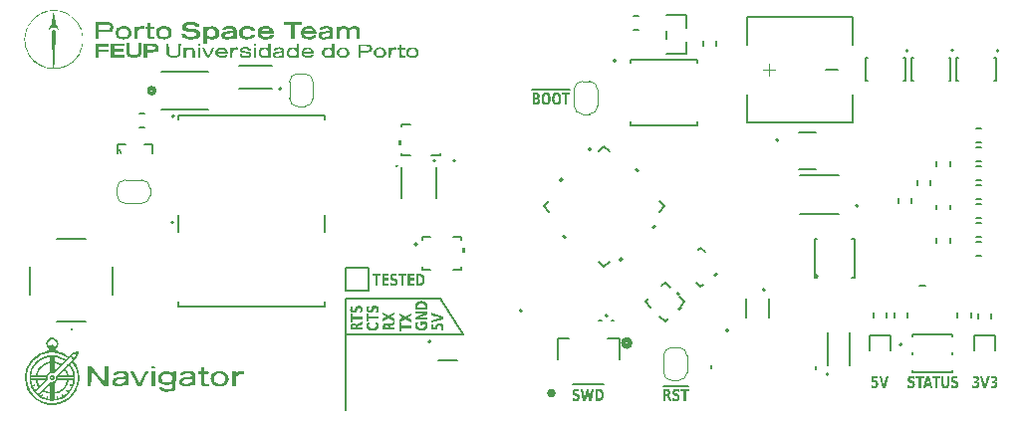
<source format=gbr>
%TF.GenerationSoftware,KiCad,Pcbnew,9.0.2+1*%
%TF.CreationDate,2025-08-16T20:28:54+01:00*%
%TF.ProjectId,Navigator,4e617669-6761-4746-9f72-2e6b69636164,rev?*%
%TF.SameCoordinates,Original*%
%TF.FileFunction,Legend,Top*%
%TF.FilePolarity,Positive*%
%FSLAX46Y46*%
G04 Gerber Fmt 4.6, Leading zero omitted, Abs format (unit mm)*
G04 Created by KiCad (PCBNEW 9.0.2+1) date 2025-08-16 20:28:54*
%MOMM*%
%LPD*%
G01*
G04 APERTURE LIST*
%ADD10C,0.200000*%
%ADD11C,0.187500*%
%ADD12C,0.150000*%
%ADD13C,0.152400*%
%ADD14C,0.000000*%
%ADD15C,0.127000*%
%ADD16C,0.300000*%
%ADD17C,0.120000*%
%ADD18C,0.160000*%
%ADD19C,0.100000*%
%ADD20C,0.400000*%
G04 APERTURE END LIST*
D10*
X136036667Y-90200000D02*
X138000000Y-93300000D01*
D11*
G36*
X135310041Y-92888808D02*
G01*
X135310041Y-92398521D01*
X135501528Y-92398521D01*
X135501528Y-92731546D01*
X135659309Y-92731546D01*
X135646669Y-92686209D01*
X135642212Y-92638810D01*
X135648838Y-92568734D01*
X135667379Y-92510367D01*
X135696476Y-92461690D01*
X135735696Y-92421098D01*
X135785684Y-92387716D01*
X135844485Y-92363603D01*
X135913855Y-92348530D01*
X135996242Y-92343200D01*
X136062092Y-92346874D01*
X136119783Y-92357399D01*
X136170649Y-92374347D01*
X136215738Y-92397732D01*
X136255750Y-92428013D01*
X136294900Y-92471839D01*
X136324139Y-92524468D01*
X136342844Y-92587619D01*
X136349539Y-92663402D01*
X136345417Y-92728129D01*
X136333053Y-92792225D01*
X136312483Y-92855493D01*
X136283105Y-92919033D01*
X136075987Y-92919033D01*
X136117929Y-92856586D01*
X136146329Y-92800423D01*
X136164160Y-92744805D01*
X136169776Y-92694635D01*
X136163996Y-92648037D01*
X136148013Y-92611079D01*
X136122882Y-92581703D01*
X136088348Y-92558980D01*
X136046742Y-92545258D01*
X135995875Y-92540441D01*
X135944572Y-92545278D01*
X135902892Y-92559017D01*
X135868564Y-92581703D01*
X135843606Y-92611061D01*
X135827722Y-92648019D01*
X135821974Y-92694635D01*
X135825427Y-92737729D01*
X135836324Y-92785356D01*
X135853979Y-92833980D01*
X135880593Y-92888808D01*
X135310041Y-92888808D01*
G37*
G36*
X135310041Y-92264340D02*
G01*
X135310041Y-92066091D01*
X136062859Y-91863171D01*
X135310041Y-91660801D01*
X135310041Y-91462552D01*
X136330000Y-91745843D01*
X136330000Y-91981003D01*
X135310041Y-92264340D01*
G37*
D10*
X128000000Y-90200000D02*
X136036667Y-90200000D01*
D11*
G36*
X130753335Y-92297084D02*
G01*
X130786477Y-92352617D01*
X130810305Y-92410336D01*
X130824667Y-92470108D01*
X130829539Y-92533251D01*
X130823187Y-92610402D01*
X130805064Y-92678005D01*
X130776157Y-92737427D01*
X130736874Y-92789816D01*
X130687023Y-92836051D01*
X130627339Y-92875487D01*
X130560095Y-92906291D01*
X130484220Y-92928798D01*
X130398248Y-92942839D01*
X130300387Y-92947747D01*
X130202192Y-92942832D01*
X130116001Y-92928779D01*
X130040007Y-92906263D01*
X129972727Y-92875464D01*
X129913079Y-92836051D01*
X129863205Y-92789813D01*
X129823904Y-92737423D01*
X129794986Y-92678001D01*
X129776856Y-92610399D01*
X129770502Y-92533251D01*
X129775374Y-92470108D01*
X129789736Y-92410336D01*
X129813564Y-92352617D01*
X129846706Y-92297084D01*
X130059685Y-92297084D01*
X130015073Y-92352696D01*
X129985558Y-92405207D01*
X129967950Y-92459548D01*
X129961988Y-92517360D01*
X129968089Y-92569249D01*
X129985414Y-92613296D01*
X130013275Y-92650986D01*
X130052053Y-92683369D01*
X130099013Y-92708817D01*
X130154829Y-92727627D01*
X130221228Y-92739567D01*
X130300387Y-92743819D01*
X130379143Y-92739574D01*
X130445305Y-92727646D01*
X130501021Y-92708838D01*
X130547988Y-92683369D01*
X130586765Y-92650986D01*
X130614627Y-92613296D01*
X130631952Y-92569249D01*
X130638053Y-92517360D01*
X130632091Y-92459548D01*
X130614483Y-92405207D01*
X130584967Y-92352696D01*
X130540355Y-92297084D01*
X130753335Y-92297084D01*
G37*
G36*
X129790041Y-92224773D02*
G01*
X129790041Y-91519796D01*
X129989344Y-91519796D01*
X129989344Y-91773412D01*
X130810000Y-91773412D01*
X130810000Y-91970653D01*
X129989344Y-91970653D01*
X129989344Y-92224773D01*
X129790041Y-92224773D01*
G37*
G36*
X129821304Y-90885391D02*
G01*
X130036238Y-90885391D01*
X130003564Y-90948500D01*
X129980734Y-91008352D01*
X129966504Y-91067666D01*
X129961988Y-91121558D01*
X129965507Y-91168779D01*
X129974652Y-91202579D01*
X129987756Y-91226109D01*
X130008126Y-91244927D01*
X130034143Y-91256008D01*
X130067684Y-91259907D01*
X130093273Y-91257268D01*
X130114004Y-91249730D01*
X130131065Y-91237100D01*
X130150184Y-91209082D01*
X130170022Y-91154348D01*
X130192554Y-91070359D01*
X130214422Y-91004953D01*
X130239578Y-90954671D01*
X130267155Y-90916798D01*
X130296662Y-90889009D01*
X130333631Y-90866257D01*
X130377982Y-90849555D01*
X130431209Y-90838974D01*
X130495293Y-90835199D01*
X130579271Y-90840523D01*
X130647266Y-90855318D01*
X130702435Y-90878556D01*
X130747046Y-90910258D01*
X130780522Y-90948814D01*
X130806312Y-90998154D01*
X130823309Y-91060736D01*
X130829539Y-91139510D01*
X130824926Y-91212190D01*
X130810976Y-91285552D01*
X130788161Y-91358366D01*
X130756083Y-91432052D01*
X130532540Y-91432052D01*
X130579254Y-91358599D01*
X130611491Y-91290406D01*
X130631600Y-91222276D01*
X130638053Y-91158469D01*
X130634288Y-91115711D01*
X130624241Y-91083511D01*
X130609293Y-91059597D01*
X130587043Y-91040334D01*
X130560136Y-91029126D01*
X130526983Y-91025250D01*
X130496389Y-91028037D01*
X130472204Y-91035846D01*
X130452916Y-91048560D01*
X130430848Y-91078403D01*
X130406266Y-91141571D01*
X130383735Y-91217912D01*
X130362949Y-91276010D01*
X130338208Y-91322081D01*
X130310229Y-91358092D01*
X130279382Y-91385707D01*
X130241581Y-91408353D01*
X130197658Y-91424789D01*
X130146426Y-91435068D01*
X130086308Y-91438692D01*
X130011538Y-91433644D01*
X129949107Y-91419394D01*
X129896611Y-91396590D01*
X129852384Y-91364916D01*
X129818535Y-91326839D01*
X129792985Y-91280060D01*
X129776466Y-91222786D01*
X129770502Y-91152837D01*
X129773626Y-91089451D01*
X129783203Y-91023235D01*
X129798857Y-90956260D01*
X129821304Y-90885391D01*
G37*
G36*
X132190000Y-92423113D02*
G01*
X131935987Y-92516353D01*
X131886061Y-92537217D01*
X131852410Y-92556180D01*
X131831207Y-92573460D01*
X131816200Y-92593782D01*
X131806592Y-92619075D01*
X131803119Y-92650580D01*
X131803119Y-92706450D01*
X132190000Y-92706450D01*
X132190000Y-92903691D01*
X131170041Y-92903691D01*
X131170041Y-92623423D01*
X131361528Y-92623423D01*
X131361528Y-92706450D01*
X131619448Y-92706450D01*
X131619448Y-92623423D01*
X131615333Y-92582508D01*
X131604663Y-92553963D01*
X131589162Y-92534579D01*
X131566376Y-92520375D01*
X131534224Y-92511122D01*
X131489450Y-92507652D01*
X131445194Y-92511123D01*
X131413536Y-92520373D01*
X131391203Y-92534579D01*
X131376037Y-92553923D01*
X131365570Y-92582464D01*
X131361528Y-92623423D01*
X131170041Y-92623423D01*
X131170041Y-92602403D01*
X131175302Y-92524266D01*
X131189490Y-92463335D01*
X131210641Y-92416435D01*
X131237452Y-92380844D01*
X131274675Y-92350872D01*
X131321123Y-92329136D01*
X131378772Y-92315366D01*
X131450554Y-92310410D01*
X131516131Y-92314822D01*
X131570538Y-92327237D01*
X131615968Y-92347047D01*
X131653965Y-92374359D01*
X131685811Y-92410541D01*
X131711284Y-92457414D01*
X131722821Y-92431698D01*
X131741282Y-92407647D01*
X131767337Y-92384920D01*
X131818070Y-92354781D01*
X131899656Y-92320119D01*
X132190000Y-92213049D01*
X132190000Y-92423113D01*
G37*
G36*
X131669457Y-91669227D02*
G01*
X132190000Y-91403842D01*
X132190000Y-91609281D01*
X131841587Y-91788066D01*
X132190000Y-91965341D01*
X132190000Y-92171833D01*
X131669457Y-91906448D01*
X131170041Y-92161575D01*
X131170041Y-91955587D01*
X131498670Y-91788066D01*
X131170041Y-91621050D01*
X131170041Y-91414054D01*
X131669457Y-91669227D01*
G37*
G36*
X129430000Y-92423113D02*
G01*
X129175987Y-92516353D01*
X129126061Y-92537217D01*
X129092410Y-92556180D01*
X129071207Y-92573460D01*
X129056200Y-92593782D01*
X129046592Y-92619075D01*
X129043119Y-92650580D01*
X129043119Y-92706450D01*
X129430000Y-92706450D01*
X129430000Y-92903691D01*
X128410041Y-92903691D01*
X128410041Y-92623423D01*
X128601528Y-92623423D01*
X128601528Y-92706450D01*
X128859448Y-92706450D01*
X128859448Y-92623423D01*
X128855333Y-92582508D01*
X128844663Y-92553963D01*
X128829162Y-92534579D01*
X128806376Y-92520375D01*
X128774224Y-92511122D01*
X128729450Y-92507652D01*
X128685194Y-92511123D01*
X128653536Y-92520373D01*
X128631203Y-92534579D01*
X128616037Y-92553923D01*
X128605570Y-92582464D01*
X128601528Y-92623423D01*
X128410041Y-92623423D01*
X128410041Y-92602403D01*
X128415302Y-92524266D01*
X128429490Y-92463335D01*
X128450641Y-92416435D01*
X128477452Y-92380844D01*
X128514675Y-92350872D01*
X128561123Y-92329136D01*
X128618772Y-92315366D01*
X128690554Y-92310410D01*
X128756131Y-92314822D01*
X128810538Y-92327237D01*
X128855968Y-92347047D01*
X128893965Y-92374359D01*
X128925811Y-92410541D01*
X128951284Y-92457414D01*
X128962821Y-92431698D01*
X128981282Y-92407647D01*
X129007337Y-92384920D01*
X129058070Y-92354781D01*
X129139656Y-92320119D01*
X129430000Y-92213049D01*
X129430000Y-92423113D01*
G37*
G36*
X128410041Y-92233565D02*
G01*
X128410041Y-91528589D01*
X128609344Y-91528589D01*
X128609344Y-91782205D01*
X129430000Y-91782205D01*
X129430000Y-91979446D01*
X128609344Y-91979446D01*
X128609344Y-92233565D01*
X128410041Y-92233565D01*
G37*
G36*
X128441304Y-90894183D02*
G01*
X128656238Y-90894183D01*
X128623564Y-90957292D01*
X128600734Y-91017144D01*
X128586504Y-91076459D01*
X128581988Y-91130351D01*
X128585507Y-91177572D01*
X128594652Y-91211372D01*
X128607756Y-91234902D01*
X128628126Y-91253720D01*
X128654143Y-91264801D01*
X128687684Y-91268699D01*
X128713273Y-91266061D01*
X128734004Y-91258523D01*
X128751065Y-91245893D01*
X128770184Y-91217875D01*
X128790022Y-91163141D01*
X128812554Y-91079152D01*
X128834422Y-91013746D01*
X128859578Y-90963464D01*
X128887155Y-90925591D01*
X128916662Y-90897801D01*
X128953631Y-90875050D01*
X128997982Y-90858348D01*
X129051209Y-90847767D01*
X129115293Y-90843992D01*
X129199271Y-90849315D01*
X129267266Y-90864110D01*
X129322435Y-90887349D01*
X129367046Y-90919050D01*
X129400522Y-90957607D01*
X129426312Y-91006946D01*
X129443309Y-91069529D01*
X129449539Y-91148303D01*
X129444926Y-91220983D01*
X129430976Y-91294345D01*
X129408161Y-91367158D01*
X129376083Y-91440845D01*
X129152540Y-91440845D01*
X129199254Y-91367391D01*
X129231491Y-91299199D01*
X129251600Y-91231068D01*
X129258053Y-91167262D01*
X129254288Y-91124503D01*
X129244241Y-91092304D01*
X129229293Y-91068390D01*
X129207043Y-91049127D01*
X129180136Y-91037919D01*
X129146983Y-91034043D01*
X129116389Y-91036829D01*
X129092204Y-91044639D01*
X129072916Y-91057353D01*
X129050848Y-91087196D01*
X129026266Y-91150364D01*
X129003735Y-91226705D01*
X128982949Y-91284803D01*
X128958208Y-91330873D01*
X128930229Y-91366885D01*
X128899382Y-91394500D01*
X128861581Y-91417145D01*
X128817658Y-91433582D01*
X128766426Y-91443861D01*
X128706308Y-91447485D01*
X128631538Y-91442436D01*
X128569107Y-91428186D01*
X128516611Y-91405383D01*
X128472384Y-91373709D01*
X128438535Y-91335631D01*
X128412985Y-91288852D01*
X128396466Y-91231579D01*
X128390502Y-91161629D01*
X128393626Y-91098244D01*
X128403203Y-91032028D01*
X128418857Y-90965053D01*
X128441304Y-90894183D01*
G37*
D10*
X128000000Y-93300000D02*
X138000000Y-93300000D01*
D11*
G36*
X134873429Y-92216117D02*
G01*
X134915521Y-92291378D01*
X134945542Y-92369303D01*
X134963485Y-92449626D01*
X134969539Y-92533251D01*
X134963187Y-92610402D01*
X134945064Y-92678005D01*
X134916157Y-92737427D01*
X134876874Y-92789816D01*
X134827023Y-92836051D01*
X134767339Y-92875487D01*
X134700095Y-92906291D01*
X134624220Y-92928798D01*
X134538248Y-92942839D01*
X134440387Y-92947747D01*
X134341396Y-92942735D01*
X134254769Y-92928418D01*
X134178622Y-92905500D01*
X134111417Y-92874157D01*
X134052041Y-92834036D01*
X134002814Y-92787150D01*
X133963829Y-92733642D01*
X133935012Y-92672553D01*
X133916876Y-92602653D01*
X133910502Y-92522489D01*
X133915389Y-92447155D01*
X133929736Y-92376219D01*
X133953755Y-92307900D01*
X133986706Y-92244282D01*
X134199685Y-92244282D01*
X134156189Y-92309033D01*
X134126229Y-92371593D01*
X134107996Y-92435215D01*
X134101988Y-92498401D01*
X134108140Y-92557033D01*
X134125382Y-92605710D01*
X134152597Y-92646250D01*
X134189672Y-92680026D01*
X134235709Y-92706803D01*
X134291426Y-92726636D01*
X134358804Y-92739287D01*
X134440387Y-92743819D01*
X134521364Y-92739448D01*
X134588425Y-92727242D01*
X134644015Y-92708121D01*
X134690064Y-92682362D01*
X134727443Y-92649627D01*
X134754722Y-92610530D01*
X134771929Y-92563785D01*
X134778053Y-92507652D01*
X134772984Y-92450545D01*
X134766233Y-92425000D01*
X134756926Y-92403146D01*
X134559211Y-92403146D01*
X134559211Y-92523543D01*
X134383356Y-92523543D01*
X134383356Y-92216117D01*
X134873429Y-92216117D01*
G37*
G36*
X133930041Y-92042003D02*
G01*
X133930041Y-91821680D01*
X134629614Y-91543473D01*
X133930041Y-91543473D01*
X133930041Y-91356489D01*
X134950000Y-91356489D01*
X134950000Y-91576766D01*
X134250427Y-91854974D01*
X134950000Y-91854974D01*
X134950000Y-92042003D01*
X133930041Y-92042003D01*
G37*
G36*
X134515358Y-90446686D02*
G01*
X134583693Y-90455548D01*
X134645001Y-90469750D01*
X134702799Y-90490171D01*
X134755800Y-90516691D01*
X134804492Y-90549664D01*
X134851974Y-90593144D01*
X134889362Y-90642092D01*
X134916905Y-90697263D01*
X134933600Y-90755761D01*
X134945443Y-90839558D01*
X134950000Y-90955458D01*
X134950000Y-91163461D01*
X133930041Y-91163461D01*
X133930041Y-90955458D01*
X133932387Y-90895512D01*
X134129344Y-90895512D01*
X134129344Y-90966220D01*
X134750697Y-90966220D01*
X134750697Y-90895512D01*
X134744958Y-90834775D01*
X134729011Y-90784983D01*
X134704171Y-90744180D01*
X134670891Y-90710818D01*
X134628485Y-90683904D01*
X134577050Y-90664110D01*
X134514714Y-90651530D01*
X134438982Y-90647025D01*
X134363581Y-90651517D01*
X134301597Y-90664057D01*
X134250522Y-90683779D01*
X134208478Y-90710589D01*
X134175543Y-90743782D01*
X134150906Y-90784541D01*
X134135056Y-90834451D01*
X134129344Y-90895512D01*
X133932387Y-90895512D01*
X133934633Y-90838114D01*
X133946520Y-90754008D01*
X133963197Y-90695935D01*
X133990686Y-90641293D01*
X134028046Y-90592785D01*
X134075549Y-90549664D01*
X134124230Y-90516677D01*
X134177133Y-90490160D01*
X134234734Y-90469750D01*
X134295797Y-90455530D01*
X134363557Y-90446677D01*
X134438982Y-90443601D01*
X134515358Y-90446686D01*
G37*
D10*
X128000000Y-99700000D02*
X128000000Y-90200000D01*
D11*
G36*
X132550041Y-92994870D02*
G01*
X132550041Y-92289894D01*
X132749344Y-92289894D01*
X132749344Y-92543510D01*
X133570000Y-92543510D01*
X133570000Y-92740751D01*
X132749344Y-92740751D01*
X132749344Y-92994870D01*
X132550041Y-92994870D01*
G37*
G36*
X133049457Y-91761551D02*
G01*
X133570000Y-91496166D01*
X133570000Y-91701605D01*
X133221587Y-91880390D01*
X133570000Y-92057665D01*
X133570000Y-92264157D01*
X133049457Y-91998772D01*
X132550041Y-92253899D01*
X132550041Y-92047910D01*
X132878670Y-91880390D01*
X132550041Y-91713374D01*
X132550041Y-91506378D01*
X133049457Y-91761551D01*
G37*
D10*
X128000000Y-87600000D02*
X130000000Y-87600000D01*
X130000000Y-89600000D01*
X128000000Y-89600000D01*
X128000000Y-87600000D01*
D12*
G36*
X130305129Y-88110041D02*
G01*
X131010105Y-88110041D01*
X131010105Y-88309344D01*
X130756489Y-88309344D01*
X130756489Y-89130000D01*
X130559248Y-89130000D01*
X130559248Y-88309344D01*
X130305129Y-88309344D01*
X130305129Y-88110041D01*
G37*
G36*
X131112183Y-88110041D02*
G01*
X131644511Y-88110041D01*
X131644511Y-88309344D01*
X131309425Y-88309344D01*
X131309425Y-88496922D01*
X131624544Y-88496922D01*
X131624544Y-88696224D01*
X131309425Y-88696224D01*
X131309425Y-88930697D01*
X131655776Y-88930697D01*
X131655776Y-89130000D01*
X131112183Y-89130000D01*
X131112183Y-88110041D01*
G37*
G36*
X132361119Y-88141304D02*
G01*
X132361119Y-88356238D01*
X132298010Y-88323564D01*
X132238158Y-88300734D01*
X132178844Y-88286504D01*
X132124952Y-88281988D01*
X132077731Y-88285507D01*
X132043931Y-88294652D01*
X132020400Y-88307756D01*
X132001583Y-88328126D01*
X131990502Y-88354143D01*
X131986603Y-88387684D01*
X131989242Y-88413273D01*
X131996780Y-88434004D01*
X132009409Y-88451065D01*
X132037428Y-88470184D01*
X132092162Y-88490022D01*
X132176151Y-88512554D01*
X132241557Y-88534422D01*
X132291839Y-88559578D01*
X132329712Y-88587155D01*
X132357501Y-88616662D01*
X132380253Y-88653631D01*
X132396955Y-88697982D01*
X132407536Y-88751209D01*
X132411311Y-88815293D01*
X132405987Y-88899271D01*
X132391192Y-88967266D01*
X132367954Y-89022435D01*
X132336252Y-89067046D01*
X132297696Y-89100522D01*
X132248356Y-89126312D01*
X132185774Y-89143309D01*
X132107000Y-89149539D01*
X132034320Y-89144926D01*
X131960958Y-89130976D01*
X131888144Y-89108161D01*
X131814458Y-89076083D01*
X131814458Y-88852540D01*
X131887911Y-88899254D01*
X131956103Y-88931491D01*
X132024234Y-88951600D01*
X132088040Y-88958053D01*
X132130799Y-88954288D01*
X132162998Y-88944241D01*
X132186913Y-88929293D01*
X132206176Y-88907043D01*
X132217384Y-88880136D01*
X132221260Y-88846983D01*
X132218473Y-88816389D01*
X132210663Y-88792204D01*
X132197950Y-88772916D01*
X132168106Y-88750848D01*
X132104939Y-88726266D01*
X132028598Y-88703735D01*
X131970500Y-88682949D01*
X131924429Y-88658208D01*
X131888418Y-88630229D01*
X131860803Y-88599382D01*
X131838157Y-88561581D01*
X131821720Y-88517658D01*
X131811442Y-88466426D01*
X131807817Y-88406308D01*
X131812866Y-88331538D01*
X131827116Y-88269107D01*
X131849920Y-88216611D01*
X131881594Y-88172384D01*
X131919671Y-88138535D01*
X131966450Y-88112985D01*
X132023724Y-88096466D01*
X132093673Y-88090502D01*
X132157059Y-88093626D01*
X132223275Y-88103203D01*
X132290249Y-88118857D01*
X132361119Y-88141304D01*
G37*
G36*
X132493789Y-88110041D02*
G01*
X133198765Y-88110041D01*
X133198765Y-88309344D01*
X132945150Y-88309344D01*
X132945150Y-89130000D01*
X132747908Y-89130000D01*
X132747908Y-88309344D01*
X132493789Y-88309344D01*
X132493789Y-88110041D01*
G37*
G36*
X133300843Y-88110041D02*
G01*
X133833171Y-88110041D01*
X133833171Y-88309344D01*
X133498085Y-88309344D01*
X133498085Y-88496922D01*
X133813204Y-88496922D01*
X133813204Y-88696224D01*
X133498085Y-88696224D01*
X133498085Y-88930697D01*
X133844436Y-88930697D01*
X133844436Y-89130000D01*
X133300843Y-89130000D01*
X133300843Y-88110041D01*
G37*
G36*
X134342799Y-88114633D02*
G01*
X134426905Y-88126520D01*
X134484979Y-88143197D01*
X134539620Y-88170686D01*
X134588128Y-88208046D01*
X134631250Y-88255549D01*
X134664236Y-88304230D01*
X134690754Y-88357133D01*
X134711163Y-88414734D01*
X134725383Y-88475797D01*
X134734237Y-88543557D01*
X134737312Y-88618982D01*
X134734227Y-88695358D01*
X134725365Y-88763693D01*
X134711163Y-88825001D01*
X134690742Y-88882799D01*
X134664222Y-88935800D01*
X134631250Y-88984492D01*
X134587769Y-89031974D01*
X134538821Y-89069362D01*
X134483650Y-89096905D01*
X134425152Y-89113600D01*
X134341356Y-89125443D01*
X134225455Y-89130000D01*
X134017452Y-89130000D01*
X134017452Y-88930697D01*
X134214693Y-88930697D01*
X134285402Y-88930697D01*
X134346138Y-88924958D01*
X134395930Y-88909011D01*
X134436733Y-88884171D01*
X134470095Y-88850891D01*
X134497009Y-88808485D01*
X134516803Y-88757050D01*
X134529384Y-88694714D01*
X134533888Y-88618982D01*
X134529396Y-88543581D01*
X134516856Y-88481597D01*
X134497134Y-88430522D01*
X134470324Y-88388478D01*
X134437131Y-88355543D01*
X134396372Y-88330906D01*
X134346462Y-88315056D01*
X134285402Y-88309344D01*
X134214693Y-88309344D01*
X134214693Y-88930697D01*
X134017452Y-88930697D01*
X134017452Y-88110041D01*
X134225455Y-88110041D01*
X134342799Y-88114633D01*
G37*
D11*
G36*
X144275390Y-72715157D02*
G01*
X144339165Y-72728852D01*
X144387402Y-72749045D01*
X144423231Y-72774277D01*
X144453800Y-72810129D01*
X144475823Y-72854937D01*
X144489722Y-72910586D01*
X144494718Y-72979991D01*
X144491624Y-73028605D01*
X144482799Y-73070446D01*
X144468568Y-73106753D01*
X144448926Y-73138113D01*
X144423946Y-73163901D01*
X144392777Y-73184300D01*
X144432609Y-73205814D01*
X144465031Y-73235977D01*
X144491146Y-73275158D01*
X144510105Y-73321353D01*
X144521866Y-73374962D01*
X144525996Y-73437702D01*
X144520837Y-73509991D01*
X144506375Y-73569092D01*
X144483301Y-73617715D01*
X144451166Y-73657643D01*
X144413251Y-73686733D01*
X144364424Y-73709411D01*
X144302206Y-73724463D01*
X144223700Y-73730000D01*
X143896308Y-73730000D01*
X143896308Y-73550237D01*
X144093549Y-73550237D01*
X144209366Y-73550237D01*
X144248310Y-73545932D01*
X144277342Y-73534401D01*
X144298759Y-73516959D01*
X144314912Y-73492086D01*
X144325061Y-73459376D01*
X144328755Y-73416331D01*
X144325109Y-73374215D01*
X144315066Y-73342062D01*
X144299033Y-73317473D01*
X144277769Y-73300238D01*
X144248679Y-73288791D01*
X144209366Y-73284501D01*
X144093549Y-73284501D01*
X144093549Y-73550237D01*
X143896308Y-73550237D01*
X143896308Y-73104738D01*
X144093549Y-73104738D01*
X144202680Y-73104738D01*
X144233155Y-73101260D01*
X144256156Y-73091880D01*
X144273388Y-73077566D01*
X144286408Y-73057339D01*
X144294537Y-73031191D01*
X144297476Y-72997271D01*
X144294555Y-72963797D01*
X144286441Y-72937737D01*
X144273388Y-72917342D01*
X144256134Y-72902821D01*
X144233131Y-72893323D01*
X144202680Y-72889804D01*
X144093549Y-72889804D01*
X144093549Y-73104738D01*
X143896308Y-73104738D01*
X143896308Y-72710041D01*
X144192467Y-72710041D01*
X144275390Y-72715157D01*
G37*
G36*
X145120320Y-72696804D02*
G01*
X145185150Y-72714743D01*
X145241773Y-72743307D01*
X145291373Y-72782102D01*
X145334837Y-72831369D01*
X145371311Y-72889774D01*
X145400090Y-72956488D01*
X145421312Y-73032719D01*
X145434653Y-73120053D01*
X145439342Y-73220387D01*
X145434659Y-73320384D01*
X145421330Y-73407500D01*
X145400115Y-73483612D01*
X145371333Y-73550291D01*
X145334837Y-73608733D01*
X145291375Y-73657976D01*
X145241777Y-73696754D01*
X145185153Y-73725307D01*
X145120323Y-73743240D01*
X145045867Y-73749539D01*
X144971671Y-73743251D01*
X144906980Y-73725340D01*
X144850395Y-73696801D01*
X144800751Y-73658015D01*
X144757172Y-73608733D01*
X144720569Y-73550272D01*
X144691711Y-73483581D01*
X144670445Y-73407469D01*
X144657085Y-73320363D01*
X144652392Y-73220387D01*
X144856319Y-73220387D01*
X144859936Y-73301663D01*
X144869975Y-73368772D01*
X144885503Y-73424032D01*
X144906007Y-73469392D01*
X144933306Y-73508097D01*
X144965045Y-73535395D01*
X145002102Y-73552171D01*
X145045867Y-73558053D01*
X145089927Y-73552157D01*
X145127161Y-73535359D01*
X145158980Y-73508056D01*
X145186276Y-73469392D01*
X145206781Y-73424032D01*
X145222309Y-73368772D01*
X145232348Y-73301663D01*
X145235964Y-73220387D01*
X145232341Y-73138699D01*
X145222291Y-73071366D01*
X145206761Y-73016031D01*
X145186276Y-72970710D01*
X145158977Y-72932016D01*
X145127157Y-72904695D01*
X145089924Y-72887887D01*
X145045867Y-72881988D01*
X145002105Y-72887873D01*
X144965049Y-72904659D01*
X144933309Y-72931976D01*
X144906007Y-72970710D01*
X144885522Y-73016031D01*
X144869993Y-73071366D01*
X144859943Y-73138699D01*
X144856319Y-73220387D01*
X144652392Y-73220387D01*
X144657091Y-73120074D01*
X144670463Y-73032750D01*
X144691737Y-72956519D01*
X144720592Y-72889794D01*
X144757172Y-72831369D01*
X144800753Y-72782063D01*
X144850398Y-72743260D01*
X144906984Y-72714710D01*
X144971674Y-72696792D01*
X145045867Y-72690502D01*
X145120320Y-72696804D01*
G37*
G36*
X146012784Y-72696804D02*
G01*
X146077613Y-72714743D01*
X146134237Y-72743307D01*
X146183836Y-72782102D01*
X146227300Y-72831369D01*
X146263774Y-72889774D01*
X146292553Y-72956488D01*
X146313775Y-73032719D01*
X146327117Y-73120053D01*
X146331806Y-73220387D01*
X146327123Y-73320384D01*
X146313793Y-73407500D01*
X146292579Y-73483612D01*
X146263796Y-73550291D01*
X146227300Y-73608733D01*
X146183838Y-73657976D01*
X146134240Y-73696754D01*
X146077617Y-73725307D01*
X146012786Y-73743240D01*
X145938330Y-73749539D01*
X145864135Y-73743251D01*
X145799443Y-73725340D01*
X145742858Y-73696801D01*
X145693214Y-73658015D01*
X145649635Y-73608733D01*
X145613033Y-73550272D01*
X145584174Y-73483581D01*
X145562909Y-73407469D01*
X145549548Y-73320363D01*
X145544855Y-73220387D01*
X145748783Y-73220387D01*
X145752399Y-73301663D01*
X145762438Y-73368772D01*
X145777966Y-73424032D01*
X145798471Y-73469392D01*
X145825769Y-73508097D01*
X145857508Y-73535395D01*
X145894566Y-73552171D01*
X145938330Y-73558053D01*
X145982390Y-73552157D01*
X146019624Y-73535359D01*
X146051443Y-73508056D01*
X146078739Y-73469392D01*
X146099244Y-73424032D01*
X146114772Y-73368772D01*
X146124811Y-73301663D01*
X146128428Y-73220387D01*
X146124804Y-73138699D01*
X146114754Y-73071366D01*
X146099225Y-73016031D01*
X146078739Y-72970710D01*
X146051440Y-72932016D01*
X146019620Y-72904695D01*
X145982387Y-72887887D01*
X145938330Y-72881988D01*
X145894569Y-72887873D01*
X145857513Y-72904659D01*
X145825772Y-72931976D01*
X145798471Y-72970710D01*
X145777986Y-73016031D01*
X145762456Y-73071366D01*
X145752406Y-73138699D01*
X145748783Y-73220387D01*
X145544855Y-73220387D01*
X145549554Y-73120074D01*
X145562926Y-73032750D01*
X145584200Y-72956519D01*
X145613055Y-72889794D01*
X145649635Y-72831369D01*
X145693216Y-72782063D01*
X145742862Y-72743260D01*
X145799447Y-72714710D01*
X145864137Y-72696792D01*
X145938330Y-72690502D01*
X146012784Y-72696804D01*
G37*
G36*
X146390195Y-72710041D02*
G01*
X147095171Y-72710041D01*
X147095171Y-72909344D01*
X146841556Y-72909344D01*
X146841556Y-73730000D01*
X146644314Y-73730000D01*
X146644314Y-72909344D01*
X146390195Y-72909344D01*
X146390195Y-72710041D01*
G37*
X143875000Y-72500000D02*
X147025942Y-72500000D01*
G36*
X181708775Y-97290026D02*
G01*
X181758038Y-97313271D01*
X181796609Y-97344224D01*
X181826332Y-97382594D01*
X181848224Y-97429141D01*
X181861795Y-97484280D01*
X181866587Y-97550205D01*
X181862848Y-97609909D01*
X181852162Y-97661559D01*
X181834916Y-97706608D01*
X181810931Y-97746123D01*
X181779484Y-97780710D01*
X181735465Y-97812642D01*
X181680094Y-97837349D01*
X181610983Y-97853607D01*
X181525364Y-97859539D01*
X181466519Y-97856378D01*
X181407257Y-97846838D01*
X181348527Y-97831000D01*
X181290204Y-97808736D01*
X181290204Y-97605526D01*
X181345961Y-97638100D01*
X181400068Y-97661031D01*
X181454629Y-97675165D01*
X181507412Y-97679776D01*
X181559252Y-97675055D01*
X181598377Y-97662427D01*
X181627534Y-97643567D01*
X181650856Y-97615741D01*
X181664540Y-97581822D01*
X181669299Y-97539764D01*
X181664394Y-97496455D01*
X181650361Y-97462023D01*
X181626526Y-97434251D01*
X181596673Y-97415733D01*
X181555653Y-97403158D01*
X181500268Y-97398408D01*
X181421362Y-97398408D01*
X181421362Y-97230369D01*
X181504344Y-97230369D01*
X181553686Y-97226172D01*
X181589520Y-97215158D01*
X181614986Y-97199106D01*
X181635071Y-97174879D01*
X181647118Y-97143891D01*
X181651393Y-97103913D01*
X181647347Y-97067023D01*
X181635730Y-97037159D01*
X181616039Y-97012566D01*
X181591258Y-96995614D01*
X181558665Y-96984414D01*
X181516159Y-96980265D01*
X181468503Y-96983933D01*
X181419805Y-96995102D01*
X181371622Y-97013314D01*
X181322994Y-97038883D01*
X181322994Y-96847397D01*
X181381478Y-96826775D01*
X181438765Y-96812226D01*
X181495961Y-96803399D01*
X181551468Y-96800502D01*
X181628371Y-96805528D01*
X181689414Y-96819186D01*
X181737354Y-96839711D01*
X181774583Y-96865898D01*
X181806839Y-96902512D01*
X181829597Y-96946413D01*
X181843661Y-96999020D01*
X181848635Y-97062697D01*
X181844411Y-97120825D01*
X181832478Y-97169126D01*
X181813281Y-97209609D01*
X181787157Y-97242752D01*
X181752907Y-97269671D01*
X181708775Y-97290026D01*
G37*
G36*
X181955659Y-96820041D02*
G01*
X182153908Y-96820041D01*
X182356828Y-97572859D01*
X182559198Y-96820041D01*
X182757447Y-96820041D01*
X182474156Y-97840000D01*
X182238996Y-97840000D01*
X181955659Y-96820041D01*
G37*
G36*
X183251902Y-97290026D02*
G01*
X183301164Y-97313271D01*
X183339735Y-97344224D01*
X183369459Y-97382594D01*
X183391350Y-97429141D01*
X183404922Y-97484280D01*
X183409713Y-97550205D01*
X183405974Y-97609909D01*
X183395288Y-97661559D01*
X183378042Y-97706608D01*
X183354058Y-97746123D01*
X183322610Y-97780710D01*
X183278592Y-97812642D01*
X183223221Y-97837349D01*
X183154109Y-97853607D01*
X183068490Y-97859539D01*
X183009645Y-97856378D01*
X182950384Y-97846838D01*
X182891653Y-97831000D01*
X182833330Y-97808736D01*
X182833330Y-97605526D01*
X182889087Y-97638100D01*
X182943194Y-97661031D01*
X182997755Y-97675165D01*
X183050539Y-97679776D01*
X183102378Y-97675055D01*
X183141503Y-97662427D01*
X183170660Y-97643567D01*
X183193982Y-97615741D01*
X183207667Y-97581822D01*
X183212426Y-97539764D01*
X183207520Y-97496455D01*
X183193487Y-97462023D01*
X183169653Y-97434251D01*
X183139799Y-97415733D01*
X183098779Y-97403158D01*
X183043394Y-97398408D01*
X182964489Y-97398408D01*
X182964489Y-97230369D01*
X183047470Y-97230369D01*
X183096812Y-97226172D01*
X183132647Y-97215158D01*
X183158112Y-97199106D01*
X183178197Y-97174879D01*
X183190245Y-97143891D01*
X183194520Y-97103913D01*
X183190474Y-97067023D01*
X183178857Y-97037159D01*
X183159166Y-97012566D01*
X183134385Y-96995614D01*
X183101791Y-96984414D01*
X183059286Y-96980265D01*
X183011630Y-96983933D01*
X182962932Y-96995102D01*
X182914748Y-97013314D01*
X182866120Y-97038883D01*
X182866120Y-96847397D01*
X182924604Y-96826775D01*
X182981891Y-96812226D01*
X183039087Y-96803399D01*
X183094594Y-96800502D01*
X183171497Y-96805528D01*
X183232540Y-96819186D01*
X183280480Y-96839711D01*
X183317710Y-96865898D01*
X183349965Y-96902512D01*
X183372723Y-96946413D01*
X183386787Y-96999020D01*
X183391761Y-97062697D01*
X183387537Y-97120825D01*
X183375604Y-97169126D01*
X183356407Y-97209609D01*
X183330284Y-97242752D01*
X183296033Y-97269671D01*
X183251902Y-97290026D01*
G37*
G36*
X176348635Y-96851304D02*
G01*
X176348635Y-97066238D01*
X176285526Y-97033564D01*
X176225674Y-97010734D01*
X176166359Y-96996504D01*
X176112467Y-96991988D01*
X176065246Y-96995507D01*
X176031446Y-97004652D01*
X176007916Y-97017756D01*
X175989099Y-97038126D01*
X175978017Y-97064143D01*
X175974119Y-97097684D01*
X175976758Y-97123273D01*
X175984295Y-97144004D01*
X175996925Y-97161065D01*
X176024944Y-97180184D01*
X176079678Y-97200022D01*
X176163667Y-97222554D01*
X176229073Y-97244422D01*
X176279355Y-97269578D01*
X176317228Y-97297155D01*
X176345017Y-97326662D01*
X176367768Y-97363631D01*
X176384471Y-97407982D01*
X176395052Y-97461209D01*
X176398827Y-97525293D01*
X176393503Y-97609271D01*
X176378708Y-97677266D01*
X176355470Y-97732435D01*
X176323768Y-97777046D01*
X176285212Y-97810522D01*
X176235872Y-97836312D01*
X176173290Y-97853309D01*
X176094515Y-97859539D01*
X176021835Y-97854926D01*
X175948473Y-97840976D01*
X175875660Y-97818161D01*
X175801974Y-97786083D01*
X175801974Y-97562540D01*
X175875427Y-97609254D01*
X175943619Y-97641491D01*
X176011750Y-97661600D01*
X176075556Y-97668053D01*
X176118315Y-97664288D01*
X176150514Y-97654241D01*
X176174429Y-97639293D01*
X176193692Y-97617043D01*
X176204899Y-97590136D01*
X176208775Y-97556983D01*
X176205989Y-97526389D01*
X176198179Y-97502204D01*
X176185465Y-97482916D01*
X176155622Y-97460848D01*
X176092455Y-97436266D01*
X176016113Y-97413735D01*
X175958016Y-97392949D01*
X175911945Y-97368208D01*
X175875933Y-97340229D01*
X175848319Y-97309382D01*
X175825673Y-97271581D01*
X175809236Y-97227658D01*
X175798957Y-97176426D01*
X175795333Y-97116308D01*
X175800382Y-97041538D01*
X175814632Y-96979107D01*
X175837435Y-96926611D01*
X175869110Y-96882384D01*
X175907187Y-96848535D01*
X175953966Y-96822985D01*
X176011239Y-96806466D01*
X176081189Y-96800502D01*
X176144574Y-96803626D01*
X176210790Y-96813203D01*
X176277765Y-96828857D01*
X176348635Y-96851304D01*
G37*
G36*
X176481304Y-96820041D02*
G01*
X177186281Y-96820041D01*
X177186281Y-97019344D01*
X176932665Y-97019344D01*
X176932665Y-97840000D01*
X176735424Y-97840000D01*
X176735424Y-97019344D01*
X176481304Y-97019344D01*
X176481304Y-96820041D01*
G37*
G36*
X177917636Y-97840000D02*
G01*
X177719387Y-97840000D01*
X177671210Y-97652421D01*
X177362777Y-97652421D01*
X177314096Y-97840000D01*
X177115847Y-97840000D01*
X177220063Y-97464842D01*
X177411961Y-97464842D01*
X177621522Y-97464842D01*
X177517016Y-97059094D01*
X177411961Y-97464842D01*
X177220063Y-97464842D01*
X177399184Y-96820041D01*
X177634344Y-96820041D01*
X177917636Y-97840000D01*
G37*
G36*
X177846378Y-96820041D02*
G01*
X178551354Y-96820041D01*
X178551354Y-97019344D01*
X178297739Y-97019344D01*
X178297739Y-97840000D01*
X178100497Y-97840000D01*
X178100497Y-97019344D01*
X177846378Y-97019344D01*
X177846378Y-96820041D01*
G37*
G36*
X178653432Y-96820041D02*
G01*
X178850674Y-96820041D01*
X178850674Y-97432602D01*
X178854952Y-97516718D01*
X178865952Y-97574805D01*
X178881677Y-97613647D01*
X178905295Y-97642696D01*
X178937977Y-97661202D01*
X178982840Y-97668053D01*
X179018083Y-97664097D01*
X179045816Y-97653242D01*
X179067600Y-97636406D01*
X179084552Y-97613647D01*
X179100277Y-97574805D01*
X179111277Y-97516718D01*
X179115555Y-97432602D01*
X179115555Y-96820041D01*
X179312842Y-96820041D01*
X179312842Y-97432602D01*
X179308986Y-97521305D01*
X179298203Y-97595782D01*
X179281403Y-97658222D01*
X179259098Y-97710485D01*
X179231372Y-97754026D01*
X179198050Y-97789676D01*
X179157852Y-97818547D01*
X179109608Y-97840408D01*
X179051853Y-97854491D01*
X178982885Y-97859539D01*
X178914154Y-97854497D01*
X178856553Y-97840427D01*
X178808397Y-97818574D01*
X178768233Y-97789698D01*
X178734903Y-97754026D01*
X178707177Y-97710485D01*
X178684872Y-97658222D01*
X178668071Y-97595782D01*
X178657289Y-97521305D01*
X178653432Y-97432602D01*
X178653432Y-96820041D01*
G37*
G36*
X180037923Y-96851304D02*
G01*
X180037923Y-97066238D01*
X179974814Y-97033564D01*
X179914962Y-97010734D01*
X179855648Y-96996504D01*
X179801755Y-96991988D01*
X179754535Y-96995507D01*
X179720735Y-97004652D01*
X179697204Y-97017756D01*
X179678387Y-97038126D01*
X179667305Y-97064143D01*
X179663407Y-97097684D01*
X179666046Y-97123273D01*
X179673584Y-97144004D01*
X179686213Y-97161065D01*
X179714232Y-97180184D01*
X179768966Y-97200022D01*
X179852955Y-97222554D01*
X179918361Y-97244422D01*
X179968643Y-97269578D01*
X180006516Y-97297155D01*
X180034305Y-97326662D01*
X180057057Y-97363631D01*
X180073759Y-97407982D01*
X180084340Y-97461209D01*
X180088115Y-97525293D01*
X180082791Y-97609271D01*
X180067996Y-97677266D01*
X180044758Y-97732435D01*
X180013056Y-97777046D01*
X179974500Y-97810522D01*
X179925160Y-97836312D01*
X179862578Y-97853309D01*
X179783804Y-97859539D01*
X179711124Y-97854926D01*
X179637762Y-97840976D01*
X179564948Y-97818161D01*
X179491262Y-97786083D01*
X179491262Y-97562540D01*
X179564715Y-97609254D01*
X179632907Y-97641491D01*
X179701038Y-97661600D01*
X179764844Y-97668053D01*
X179807603Y-97664288D01*
X179839802Y-97654241D01*
X179863717Y-97639293D01*
X179882980Y-97617043D01*
X179894188Y-97590136D01*
X179898063Y-97556983D01*
X179895277Y-97526389D01*
X179887467Y-97502204D01*
X179874754Y-97482916D01*
X179844910Y-97460848D01*
X179781743Y-97436266D01*
X179705402Y-97413735D01*
X179647304Y-97392949D01*
X179601233Y-97368208D01*
X179565222Y-97340229D01*
X179537607Y-97309382D01*
X179514961Y-97271581D01*
X179498524Y-97227658D01*
X179488246Y-97176426D01*
X179484621Y-97116308D01*
X179489670Y-97041538D01*
X179503920Y-96979107D01*
X179526723Y-96926611D01*
X179558398Y-96882384D01*
X179596475Y-96848535D01*
X179643254Y-96822985D01*
X179700528Y-96806466D01*
X179770477Y-96800502D01*
X179833863Y-96803626D01*
X179900078Y-96813203D01*
X179967053Y-96828857D01*
X180037923Y-96851304D01*
G37*
G36*
X147848635Y-97951304D02*
G01*
X147848635Y-98166238D01*
X147785526Y-98133564D01*
X147725674Y-98110734D01*
X147666359Y-98096504D01*
X147612467Y-98091988D01*
X147565246Y-98095507D01*
X147531446Y-98104652D01*
X147507916Y-98117756D01*
X147489099Y-98138126D01*
X147478017Y-98164143D01*
X147474119Y-98197684D01*
X147476758Y-98223273D01*
X147484295Y-98244004D01*
X147496925Y-98261065D01*
X147524944Y-98280184D01*
X147579678Y-98300022D01*
X147663667Y-98322554D01*
X147729073Y-98344422D01*
X147779355Y-98369578D01*
X147817228Y-98397155D01*
X147845017Y-98426662D01*
X147867768Y-98463631D01*
X147884471Y-98507982D01*
X147895052Y-98561209D01*
X147898827Y-98625293D01*
X147893503Y-98709271D01*
X147878708Y-98777266D01*
X147855470Y-98832435D01*
X147823768Y-98877046D01*
X147785212Y-98910522D01*
X147735872Y-98936312D01*
X147673290Y-98953309D01*
X147594515Y-98959539D01*
X147521835Y-98954926D01*
X147448473Y-98940976D01*
X147375660Y-98918161D01*
X147301974Y-98886083D01*
X147301974Y-98662540D01*
X147375427Y-98709254D01*
X147443619Y-98741491D01*
X147511750Y-98761600D01*
X147575556Y-98768053D01*
X147618315Y-98764288D01*
X147650514Y-98754241D01*
X147674429Y-98739293D01*
X147693692Y-98717043D01*
X147704899Y-98690136D01*
X147708775Y-98656983D01*
X147705989Y-98626389D01*
X147698179Y-98602204D01*
X147685465Y-98582916D01*
X147655622Y-98560848D01*
X147592455Y-98536266D01*
X147516113Y-98513735D01*
X147458016Y-98492949D01*
X147411945Y-98468208D01*
X147375933Y-98440229D01*
X147348319Y-98409382D01*
X147325673Y-98371581D01*
X147309236Y-98327658D01*
X147298957Y-98276426D01*
X147295333Y-98216308D01*
X147300382Y-98141538D01*
X147314632Y-98079107D01*
X147337435Y-98026611D01*
X147369110Y-97982384D01*
X147407187Y-97948535D01*
X147453966Y-97922985D01*
X147511239Y-97906466D01*
X147581189Y-97900502D01*
X147644574Y-97903626D01*
X147710790Y-97913203D01*
X147777765Y-97928857D01*
X147848635Y-97951304D01*
G37*
G36*
X148007408Y-97920041D02*
G01*
X148196498Y-97920041D01*
X148328664Y-98661257D01*
X148459822Y-97920041D01*
X148649919Y-97920041D01*
X148781078Y-98661257D01*
X148913244Y-97920041D01*
X149100776Y-97920041D01*
X148920433Y-98940000D01*
X148692921Y-98940000D01*
X148554115Y-98164590D01*
X148416774Y-98940000D01*
X148189308Y-98940000D01*
X148007408Y-97920041D01*
G37*
G36*
X149555542Y-97924633D02*
G01*
X149639647Y-97936520D01*
X149697721Y-97953197D01*
X149752362Y-97980686D01*
X149800871Y-98018046D01*
X149843992Y-98065549D01*
X149876978Y-98114230D01*
X149903496Y-98167133D01*
X149923905Y-98224734D01*
X149938126Y-98285797D01*
X149946979Y-98353557D01*
X149950054Y-98428982D01*
X149946970Y-98505358D01*
X149938107Y-98573693D01*
X149923905Y-98635001D01*
X149903485Y-98692799D01*
X149876965Y-98745800D01*
X149843992Y-98794492D01*
X149800512Y-98841974D01*
X149751564Y-98879362D01*
X149696393Y-98906905D01*
X149637895Y-98923600D01*
X149554098Y-98935443D01*
X149438198Y-98940000D01*
X149230194Y-98940000D01*
X149230194Y-98740697D01*
X149427436Y-98740697D01*
X149498144Y-98740697D01*
X149558880Y-98734958D01*
X149608672Y-98719011D01*
X149649475Y-98694171D01*
X149682838Y-98660891D01*
X149709751Y-98618485D01*
X149729546Y-98567050D01*
X149742126Y-98504714D01*
X149746631Y-98428982D01*
X149742138Y-98353581D01*
X149729598Y-98291597D01*
X149709876Y-98240522D01*
X149683066Y-98198478D01*
X149649873Y-98165543D01*
X149609115Y-98140906D01*
X149559204Y-98125056D01*
X149498144Y-98119344D01*
X149427436Y-98119344D01*
X149427436Y-98740697D01*
X149230194Y-98740697D01*
X149230194Y-97920041D01*
X149438198Y-97920041D01*
X149555542Y-97924633D01*
G37*
G36*
X172731191Y-96820041D02*
G01*
X173221478Y-96820041D01*
X173221478Y-97011528D01*
X172888453Y-97011528D01*
X172888453Y-97169309D01*
X172933790Y-97156669D01*
X172981189Y-97152212D01*
X173051265Y-97158838D01*
X173109632Y-97177379D01*
X173158309Y-97206476D01*
X173198901Y-97245696D01*
X173232283Y-97295684D01*
X173256396Y-97354485D01*
X173271469Y-97423855D01*
X173276799Y-97506242D01*
X173273125Y-97572092D01*
X173262600Y-97629783D01*
X173245652Y-97680649D01*
X173222267Y-97725738D01*
X173191986Y-97765750D01*
X173148160Y-97804900D01*
X173095531Y-97834139D01*
X173032380Y-97852844D01*
X172956597Y-97859539D01*
X172891870Y-97855417D01*
X172827774Y-97843053D01*
X172764506Y-97822483D01*
X172700966Y-97793105D01*
X172700966Y-97585987D01*
X172763413Y-97627929D01*
X172819576Y-97656329D01*
X172875194Y-97674160D01*
X172925364Y-97679776D01*
X172971962Y-97673996D01*
X173008920Y-97658013D01*
X173038296Y-97632882D01*
X173061019Y-97598348D01*
X173074741Y-97556742D01*
X173079558Y-97505875D01*
X173074721Y-97454572D01*
X173060982Y-97412892D01*
X173038296Y-97378564D01*
X173008938Y-97353606D01*
X172971980Y-97337722D01*
X172925364Y-97331974D01*
X172882270Y-97335427D01*
X172834643Y-97346324D01*
X172786019Y-97363979D01*
X172731191Y-97390593D01*
X172731191Y-96820041D01*
G37*
G36*
X173355659Y-96820041D02*
G01*
X173553908Y-96820041D01*
X173756828Y-97572859D01*
X173959198Y-96820041D01*
X174157447Y-96820041D01*
X173874156Y-97840000D01*
X173638996Y-97840000D01*
X173355659Y-96820041D01*
G37*
G36*
X155395733Y-97925302D02*
G01*
X155456664Y-97939490D01*
X155503564Y-97960641D01*
X155539155Y-97987452D01*
X155569127Y-98024675D01*
X155590863Y-98071123D01*
X155604633Y-98128772D01*
X155609589Y-98200554D01*
X155605177Y-98266131D01*
X155592762Y-98320538D01*
X155572952Y-98365968D01*
X155545640Y-98403965D01*
X155509458Y-98435811D01*
X155462585Y-98461284D01*
X155488301Y-98472821D01*
X155512352Y-98491282D01*
X155535079Y-98517337D01*
X155565218Y-98568070D01*
X155599880Y-98649656D01*
X155706950Y-98940000D01*
X155496886Y-98940000D01*
X155403646Y-98685987D01*
X155382782Y-98636061D01*
X155363819Y-98602410D01*
X155346539Y-98581207D01*
X155326217Y-98566200D01*
X155300924Y-98556592D01*
X155269419Y-98553119D01*
X155213549Y-98553119D01*
X155213549Y-98940000D01*
X155016308Y-98940000D01*
X155016308Y-98369448D01*
X155213549Y-98369448D01*
X155296576Y-98369448D01*
X155337491Y-98365333D01*
X155366036Y-98354663D01*
X155385420Y-98339162D01*
X155399624Y-98316376D01*
X155408877Y-98284224D01*
X155412347Y-98239450D01*
X155408876Y-98195194D01*
X155399626Y-98163536D01*
X155385420Y-98141203D01*
X155366076Y-98126037D01*
X155337535Y-98115570D01*
X155296576Y-98111528D01*
X155213549Y-98111528D01*
X155213549Y-98369448D01*
X155016308Y-98369448D01*
X155016308Y-97920041D01*
X155317596Y-97920041D01*
X155395733Y-97925302D01*
G37*
G36*
X156356834Y-97951304D02*
G01*
X156356834Y-98166238D01*
X156293725Y-98133564D01*
X156233873Y-98110734D01*
X156174559Y-98096504D01*
X156120667Y-98091988D01*
X156073446Y-98095507D01*
X156039646Y-98104652D01*
X156016116Y-98117756D01*
X155997298Y-98138126D01*
X155986217Y-98164143D01*
X155982318Y-98197684D01*
X155984957Y-98223273D01*
X155992495Y-98244004D01*
X156005125Y-98261065D01*
X156033143Y-98280184D01*
X156087877Y-98300022D01*
X156171866Y-98322554D01*
X156237272Y-98344422D01*
X156287554Y-98369578D01*
X156325427Y-98397155D01*
X156353217Y-98426662D01*
X156375968Y-98463631D01*
X156392670Y-98507982D01*
X156403251Y-98561209D01*
X156407026Y-98625293D01*
X156401702Y-98709271D01*
X156386907Y-98777266D01*
X156363669Y-98832435D01*
X156331967Y-98877046D01*
X156293411Y-98910522D01*
X156244071Y-98936312D01*
X156181489Y-98953309D01*
X156102715Y-98959539D01*
X156030035Y-98954926D01*
X155956673Y-98940976D01*
X155883860Y-98918161D01*
X155810173Y-98886083D01*
X155810173Y-98662540D01*
X155883627Y-98709254D01*
X155951819Y-98741491D01*
X156019949Y-98761600D01*
X156083756Y-98768053D01*
X156126514Y-98764288D01*
X156158714Y-98754241D01*
X156182628Y-98739293D01*
X156201891Y-98717043D01*
X156213099Y-98690136D01*
X156216975Y-98656983D01*
X156214188Y-98626389D01*
X156206379Y-98602204D01*
X156193665Y-98582916D01*
X156163822Y-98560848D01*
X156100654Y-98536266D01*
X156024313Y-98513735D01*
X155966215Y-98492949D01*
X155920144Y-98468208D01*
X155884133Y-98440229D01*
X155856518Y-98409382D01*
X155833873Y-98371581D01*
X155817436Y-98327658D01*
X155807157Y-98276426D01*
X155803533Y-98216308D01*
X155808582Y-98141538D01*
X155822831Y-98079107D01*
X155845635Y-98026611D01*
X155877309Y-97982384D01*
X155915386Y-97948535D01*
X155962166Y-97922985D01*
X156019439Y-97906466D01*
X156089388Y-97900502D01*
X156152774Y-97903626D01*
X156218990Y-97913203D01*
X156285965Y-97928857D01*
X156356834Y-97951304D01*
G37*
G36*
X156489504Y-97920041D02*
G01*
X157194480Y-97920041D01*
X157194480Y-98119344D01*
X156940865Y-98119344D01*
X156940865Y-98940000D01*
X156743623Y-98940000D01*
X156743623Y-98119344D01*
X156489504Y-98119344D01*
X156489504Y-97920041D01*
G37*
X154995000Y-97710000D02*
X157125251Y-97710000D01*
D13*
%TO.C,D1*%
X135925300Y-95500000D02*
X137474700Y-95500000D01*
X135250000Y-93900000D02*
G75*
G02*
X135046800Y-93900000I-101600J0D01*
G01*
X135046800Y-93900000D02*
G75*
G02*
X135250000Y-93900000I101600J0D01*
G01*
%TO.C,MCU1*%
X149980000Y-77263293D02*
X149548269Y-77695025D01*
X145275025Y-81968269D02*
X144843293Y-82400000D01*
X144843293Y-82400000D02*
X145275025Y-82831731D01*
X150411731Y-77695025D02*
X149980000Y-77263293D01*
X149548269Y-87104975D02*
X149980000Y-87536707D01*
X155116707Y-82400000D02*
X154684975Y-81968269D01*
X154684975Y-82831731D02*
X155116707Y-82400000D01*
X149980000Y-87536707D02*
X150411731Y-87104975D01*
D10*
X148890847Y-77528034D02*
G75*
G02*
X148650847Y-77528034I-120000J0D01*
G01*
X148650847Y-77528034D02*
G75*
G02*
X148890847Y-77528034I120000J0D01*
G01*
D14*
G36*
X146533914Y-80098722D02*
G01*
X146264507Y-80368129D01*
X146084902Y-80188524D01*
X146354309Y-79919117D01*
X146533914Y-80098722D01*
G37*
G36*
X146816759Y-84984122D02*
G01*
X146637153Y-85163728D01*
X146367746Y-84894320D01*
X146547351Y-84714715D01*
X146816759Y-84984122D01*
G37*
G36*
X153026570Y-79339995D02*
G01*
X152846964Y-79519601D01*
X152577557Y-79250193D01*
X152757162Y-79070588D01*
X153026570Y-79339995D01*
G37*
G36*
X154440782Y-84045792D02*
G01*
X154171375Y-84315199D01*
X153991770Y-84135594D01*
X154261177Y-83866187D01*
X154440782Y-84045792D01*
G37*
G36*
X151612355Y-86874219D02*
G01*
X151342948Y-87143627D01*
X151163342Y-86964021D01*
X151432750Y-86694614D01*
X151612355Y-86874219D01*
G37*
D15*
%TO.C,U29*%
X166495000Y-76140000D02*
X167995000Y-76140000D01*
X167995000Y-79260000D02*
X166495000Y-79260000D01*
D10*
X164800000Y-76750000D02*
G75*
G02*
X164600000Y-76750000I-100000J0D01*
G01*
X164600000Y-76750000D02*
G75*
G02*
X164800000Y-76750000I100000J0D01*
G01*
D13*
%TO.C,CR3*%
X112343656Y-74148699D02*
X116306056Y-74148699D01*
X116306056Y-70948299D02*
X112343656Y-70948299D01*
D16*
X111774856Y-72548499D02*
G75*
G02*
X111274856Y-72548499I-250000J0D01*
G01*
X111274856Y-72548499D02*
G75*
G02*
X111774856Y-72548499I250000J0D01*
G01*
D13*
%TO.C,U4*%
X134503600Y-84977600D02*
X134503600Y-85250000D01*
X134503600Y-87550000D02*
X134503600Y-87822400D01*
X134503600Y-87822400D02*
X135180000Y-87822400D01*
X135180000Y-84977600D02*
X134503600Y-84977600D01*
X137180000Y-87822400D02*
X137856400Y-87822400D01*
X137856400Y-84977600D02*
X137180000Y-84977600D01*
X137856400Y-85250000D02*
X137856400Y-84977600D01*
X137856400Y-87822400D02*
X137856400Y-87550000D01*
D10*
X134066844Y-85625000D02*
G75*
G02*
X133893156Y-85625000I-86844J0D01*
G01*
X133893156Y-85625000D02*
G75*
G02*
X134066844Y-85625000I86844J0D01*
G01*
D14*
G36*
X138135800Y-86340501D02*
G01*
X137881800Y-86340501D01*
X137881800Y-85959500D01*
X138135800Y-85959500D01*
X138135800Y-86340501D01*
G37*
D10*
%TO.C,IC2*%
X176805857Y-89098499D02*
X177280857Y-89098499D01*
D15*
%TO.C,J5*%
X159074856Y-95878499D02*
X159074856Y-96178499D01*
X168014856Y-95988499D02*
X168014856Y-96288499D01*
D10*
X160544856Y-92948499D02*
G75*
G02*
X160344856Y-92948499I-100000J0D01*
G01*
X160344856Y-92948499D02*
G75*
G02*
X160544856Y-92948499I100000J0D01*
G01*
D17*
%TO.C,JP1*%
X125230000Y-73200000D02*
G75*
G02*
X124530000Y-73900000I-700000J0D01*
G01*
X124530000Y-71100000D02*
G75*
G02*
X125230000Y-71800000I1J-699999D01*
G01*
X123930000Y-73900000D02*
G75*
G02*
X123230000Y-73200000I0J700000D01*
G01*
X123230000Y-71800000D02*
G75*
G02*
X123930000Y-71100000I699999J1D01*
G01*
X125230000Y-71800000D02*
X125230000Y-73200000D01*
X124530000Y-73900000D02*
X123930000Y-73900000D01*
X123930000Y-71100000D02*
X124530000Y-71100000D01*
X123230000Y-73200000D02*
X123230000Y-71800000D01*
D18*
%TO.C,D2*%
X118942500Y-72338626D02*
X121742500Y-72338626D01*
X121742500Y-70438626D02*
X118942500Y-70438626D01*
D10*
X122542500Y-72388626D02*
G75*
G02*
X122342500Y-72388626I-100000J0D01*
G01*
X122342500Y-72388626D02*
G75*
G02*
X122542500Y-72388626I100000J0D01*
G01*
D13*
%TO.C,U8*%
X167854856Y-85150598D02*
X167854856Y-88503398D01*
X167854856Y-88503398D02*
X168045315Y-88503398D01*
X168045315Y-85150598D02*
X167854856Y-85150598D01*
X171060797Y-88503398D02*
X171251256Y-88503398D01*
X171251256Y-85150598D02*
X171060797Y-85150598D01*
X171251256Y-88503398D02*
X171251256Y-85150598D01*
X168126456Y-88326998D02*
G75*
G02*
X167923256Y-88326998I-101600J0D01*
G01*
X167923256Y-88326998D02*
G75*
G02*
X168126456Y-88326998I101600J0D01*
G01*
%TO.C,U12*%
X108601400Y-77154799D02*
X108601400Y-77561199D01*
X108601400Y-77561199D02*
X108601400Y-77865947D01*
X109300000Y-77154799D02*
X108601400Y-77154799D01*
X111598600Y-77154799D02*
X110900000Y-77154799D01*
X111598600Y-77865999D02*
X111598600Y-77154799D01*
X108601404Y-77562264D02*
G75*
G02*
X108906200Y-77865999I1111J-303683D01*
G01*
%TO.C,U7*%
X152260600Y-69880600D02*
X152260600Y-70201675D01*
X152260600Y-75198325D02*
X152260600Y-75519400D01*
X152260600Y-75519400D02*
X157899400Y-75519400D01*
X157899400Y-69880600D02*
X152260600Y-69880600D01*
X157899400Y-70201675D02*
X157899400Y-69880600D01*
X157899400Y-75519400D02*
X157899400Y-75198325D01*
D10*
X151000000Y-70000000D02*
G75*
G02*
X150760000Y-70000000I-120000J0D01*
G01*
X150760000Y-70000000D02*
G75*
G02*
X151000000Y-70000000I120000J0D01*
G01*
D13*
%TO.C,R26*%
X181588891Y-84979500D02*
X182011109Y-84979500D01*
X182011109Y-83836500D02*
X181588891Y-83836500D01*
%TO.C,R35*%
X181588891Y-80155500D02*
X182011109Y-80155500D01*
X182011109Y-79012500D02*
X181588891Y-79012500D01*
%TO.C,R1*%
X181761856Y-91487390D02*
X181761856Y-91909608D01*
X182904856Y-91909608D02*
X182904856Y-91487390D01*
%TO.C,R33*%
X181588891Y-76921500D02*
X182011109Y-76921500D01*
X182011109Y-75778500D02*
X181588891Y-75778500D01*
D12*
%TO.C,XTAL1*%
X142994975Y-91279899D02*
G75*
G02*
X142794975Y-91279899I-100000J0D01*
G01*
X142794975Y-91279899D02*
G75*
G02*
X142994975Y-91279899I100000J0D01*
G01*
D13*
%TO.C,U3*%
X132792500Y-75404200D02*
X132792500Y-75606218D01*
X132792500Y-77843782D02*
X132792500Y-78045800D01*
X132792500Y-78045800D02*
X133502210Y-78045800D01*
X133502210Y-75404200D02*
X132792500Y-75404200D01*
X135333990Y-78045800D02*
X136043700Y-78045800D01*
X136043700Y-78045800D02*
X136043700Y-77843782D01*
D10*
X135654944Y-78525000D02*
G75*
G02*
X135481256Y-78525000I-86844J0D01*
G01*
X135481256Y-78525000D02*
G75*
G02*
X135654944Y-78525000I86844J0D01*
G01*
D14*
G36*
X132767100Y-77165500D02*
G01*
X132513100Y-77165500D01*
X132513100Y-76784499D01*
X132767100Y-76784499D01*
X132767100Y-77165500D01*
G37*
D13*
%TO.C,R36*%
X181588891Y-83371500D02*
X182011109Y-83371500D01*
X182011109Y-82228500D02*
X181588891Y-82228500D01*
%TO.C,U1*%
X176188057Y-93298299D02*
X176188057Y-93485558D01*
X176188057Y-94811438D02*
X176188057Y-94985560D01*
X176188057Y-96311440D02*
X176188057Y-96498699D01*
X176188057Y-96498699D02*
X179591657Y-96498699D01*
X179591657Y-93298299D02*
X176188057Y-93298299D01*
X179591657Y-93485558D02*
X179591657Y-93298299D01*
X179591657Y-94985560D02*
X179591657Y-94811438D01*
X179591657Y-96498699D02*
X179591657Y-96311440D01*
X175291457Y-94148499D02*
G75*
G02*
X175088257Y-94148499I-101600J0D01*
G01*
X175088257Y-94148499D02*
G75*
G02*
X175291457Y-94148499I101600J0D01*
G01*
%TO.C,IC1*%
X113757000Y-74622000D02*
X113757000Y-75000460D01*
X113757000Y-83104140D02*
X113757000Y-84595860D01*
X113757000Y-90499540D02*
X113757000Y-90878000D01*
X113757000Y-90878000D02*
X126203000Y-90878000D01*
X126203000Y-74622000D02*
X113757000Y-74622000D01*
X126203000Y-75000460D02*
X126203000Y-74622000D01*
X126203000Y-84595860D02*
X126203000Y-83104140D01*
X126203000Y-90878000D02*
X126203000Y-90499540D01*
X113431600Y-74725000D02*
G75*
G02*
X113228400Y-74725000I-101600J0D01*
G01*
X113228400Y-74725000D02*
G75*
G02*
X113431600Y-74725000I101600J0D01*
G01*
D10*
%TO.C,CR2*%
X172558356Y-93348499D02*
X172558356Y-94648499D01*
X174308356Y-93348499D02*
X172558356Y-93348499D01*
X174308356Y-94648499D02*
X174308356Y-93348499D01*
D13*
%TO.C,R41*%
X181588891Y-81763500D02*
X182011109Y-81763500D01*
X182011109Y-80620500D02*
X181588891Y-80620500D01*
%TO.C,R9*%
X158403356Y-68337390D02*
X158403356Y-68759608D01*
X159546356Y-68759608D02*
X159546356Y-68337390D01*
D14*
%TO.C,G\u002A\u002A\u002A*%
G36*
X103251796Y-67405283D02*
G01*
X103310047Y-67430733D01*
X103355890Y-67473881D01*
X103368041Y-67493665D01*
X103371358Y-67502065D01*
X103374061Y-67514381D01*
X103376096Y-67532198D01*
X103377403Y-67557104D01*
X103377928Y-67590682D01*
X103377614Y-67634520D01*
X103376404Y-67690203D01*
X103374242Y-67759318D01*
X103371070Y-67843449D01*
X103366834Y-67944183D01*
X103361475Y-68063107D01*
X103354937Y-68201805D01*
X103347165Y-68361863D01*
X103338101Y-68544869D01*
X103327689Y-68752406D01*
X103315872Y-68986062D01*
X103312400Y-69054493D01*
X103302015Y-69259273D01*
X103292041Y-69456383D01*
X103282569Y-69643971D01*
X103273694Y-69820186D01*
X103265507Y-69983175D01*
X103258101Y-70131086D01*
X103251568Y-70262068D01*
X103246002Y-70374268D01*
X103241494Y-70465833D01*
X103238137Y-70534913D01*
X103236023Y-70579654D01*
X103235246Y-70598205D01*
X103235244Y-70598419D01*
X103226246Y-70617177D01*
X103196000Y-70623063D01*
X103194077Y-70623073D01*
X103171540Y-70621664D01*
X103158451Y-70613123D01*
X103151193Y-70590981D01*
X103146153Y-70548767D01*
X103144881Y-70535025D01*
X103142804Y-70505231D01*
X103139614Y-70449877D01*
X103135420Y-70371354D01*
X103130333Y-70272054D01*
X103124463Y-70154367D01*
X103117919Y-70020685D01*
X103110813Y-69873398D01*
X103103253Y-69714897D01*
X103095350Y-69547575D01*
X103087213Y-69373820D01*
X103078954Y-69196026D01*
X103070682Y-69016582D01*
X103062506Y-68837879D01*
X103054538Y-68662310D01*
X103046887Y-68492264D01*
X103039662Y-68330133D01*
X103032975Y-68178308D01*
X103026935Y-68039180D01*
X103021653Y-67915139D01*
X103017237Y-67808578D01*
X103013799Y-67721887D01*
X103011448Y-67657456D01*
X103010294Y-67617678D01*
X103010196Y-67608319D01*
X103013262Y-67555047D01*
X103020606Y-67509033D01*
X103028875Y-67484204D01*
X103069675Y-67436991D01*
X103124901Y-67408225D01*
X103187844Y-67397718D01*
X103251796Y-67405283D01*
G37*
G36*
X103443407Y-65711861D02*
G01*
X103628118Y-65736930D01*
X103664891Y-65743065D01*
X103895217Y-65795764D01*
X104124870Y-65873980D01*
X104348750Y-65975404D01*
X104561755Y-66097729D01*
X104757080Y-66237288D01*
X104835738Y-66303564D01*
X104918861Y-66379985D01*
X105002463Y-66462297D01*
X105082562Y-66546246D01*
X105155175Y-66627580D01*
X105216318Y-66702043D01*
X105262008Y-66765385D01*
X105280050Y-66795715D01*
X105296130Y-66822179D01*
X105305737Y-66833500D01*
X105317487Y-66849394D01*
X105338961Y-66884606D01*
X105366994Y-66933398D01*
X105398421Y-66990032D01*
X105430079Y-67048772D01*
X105458803Y-67103879D01*
X105481430Y-67149616D01*
X105488312Y-67164559D01*
X105555243Y-67333600D01*
X105613624Y-67517595D01*
X105659865Y-67704028D01*
X105687368Y-67858086D01*
X105694923Y-67936874D01*
X105699033Y-68036147D01*
X105699916Y-68149271D01*
X105697791Y-68269611D01*
X105692876Y-68390532D01*
X105685389Y-68505401D01*
X105675549Y-68607581D01*
X105663575Y-68690438D01*
X105659258Y-68712105D01*
X105588388Y-68973614D01*
X105493157Y-69221671D01*
X105374117Y-69455371D01*
X105231817Y-69673810D01*
X105066809Y-69876085D01*
X104879644Y-70061291D01*
X104791902Y-70135934D01*
X104727061Y-70187263D01*
X104658768Y-70239067D01*
X104595759Y-70284835D01*
X104552412Y-70314432D01*
X104394169Y-70406317D01*
X104216188Y-70490649D01*
X104026583Y-70564139D01*
X103833464Y-70623500D01*
X103725154Y-70649703D01*
X103667547Y-70660211D01*
X103592762Y-70671032D01*
X103507569Y-70681483D01*
X103418740Y-70690884D01*
X103333045Y-70698552D01*
X103257256Y-70703807D01*
X103198142Y-70705967D01*
X103171824Y-70705386D01*
X103146120Y-70703540D01*
X103099949Y-70700179D01*
X103040940Y-70695858D01*
X103002772Y-70693053D01*
X102747692Y-70660512D01*
X102500371Y-70601819D01*
X102262386Y-70518310D01*
X102035312Y-70411322D01*
X101820725Y-70282189D01*
X101620201Y-70132249D01*
X101435315Y-69962838D01*
X101267645Y-69775291D01*
X101118765Y-69570946D01*
X100990252Y-69351137D01*
X100883681Y-69117202D01*
X100800628Y-68870477D01*
X100785209Y-68812812D01*
X100765076Y-68728825D01*
X100748923Y-68648536D01*
X100735433Y-68563772D01*
X100723287Y-68466356D01*
X100712466Y-68361611D01*
X100706130Y-68197066D01*
X100784230Y-68197066D01*
X100796048Y-68457956D01*
X100832572Y-68706730D01*
X100894552Y-68946103D01*
X100982739Y-69178789D01*
X101097882Y-69407505D01*
X101137299Y-69474931D01*
X101256268Y-69649337D01*
X101398809Y-69819361D01*
X101560319Y-69980803D01*
X101736194Y-70129466D01*
X101921832Y-70261151D01*
X102112630Y-70371660D01*
X102130368Y-70380660D01*
X102282768Y-70448920D01*
X102450888Y-70510096D01*
X102625778Y-70561610D01*
X102798492Y-70600882D01*
X102960081Y-70625332D01*
X102988685Y-70628080D01*
X103084119Y-70632599D01*
X103198285Y-70632176D01*
X103322272Y-70627314D01*
X103447167Y-70618514D01*
X103564057Y-70606278D01*
X103664032Y-70591109D01*
X103671935Y-70589609D01*
X103921800Y-70527107D01*
X104161924Y-70438928D01*
X104390522Y-70326426D01*
X104605812Y-70190951D01*
X104806011Y-70033857D01*
X104989335Y-69856494D01*
X105154002Y-69660215D01*
X105298229Y-69446372D01*
X105383629Y-69291791D01*
X105444534Y-69158088D01*
X105501971Y-69006770D01*
X105552386Y-68848400D01*
X105592226Y-68693539D01*
X105604064Y-68636717D01*
X105615654Y-68571673D01*
X105624034Y-68510622D01*
X105629664Y-68446924D01*
X105633002Y-68373938D01*
X105634506Y-68285025D01*
X105634687Y-68192956D01*
X105634054Y-68089717D01*
X105632285Y-68007950D01*
X105628836Y-67940957D01*
X105623163Y-67882041D01*
X105614721Y-67824506D01*
X105602966Y-67761654D01*
X105597408Y-67734460D01*
X105532570Y-67482821D01*
X105444891Y-67245196D01*
X105333009Y-67018739D01*
X105195559Y-66800603D01*
X105071242Y-66636273D01*
X104914521Y-66464486D01*
X104737087Y-66307775D01*
X104542433Y-66167917D01*
X104334051Y-66046694D01*
X104115432Y-65945884D01*
X103890069Y-65867266D01*
X103661453Y-65812620D01*
X103433076Y-65783725D01*
X103393704Y-65781463D01*
X103316421Y-65778295D01*
X103263173Y-65777456D01*
X103229894Y-65779185D01*
X103212523Y-65783718D01*
X103206996Y-65791297D01*
X103206935Y-65792427D01*
X103209308Y-65811540D01*
X103216011Y-65854109D01*
X103226328Y-65915869D01*
X103239539Y-65992558D01*
X103254927Y-66079911D01*
X103262462Y-66122074D01*
X103281619Y-66229093D01*
X103301836Y-66342553D01*
X103321621Y-66454045D01*
X103339483Y-66555160D01*
X103353929Y-66637489D01*
X103354695Y-66641880D01*
X103391294Y-66851757D01*
X103535136Y-67120223D01*
X103577703Y-67199803D01*
X103615754Y-67271197D01*
X103647275Y-67330603D01*
X103670250Y-67374219D01*
X103682664Y-67398242D01*
X103684186Y-67401426D01*
X103676989Y-67399736D01*
X103653165Y-67383396D01*
X103617686Y-67355849D01*
X103613748Y-67352658D01*
X103504731Y-67277978D01*
X103391915Y-67229500D01*
X103270364Y-67205272D01*
X103233834Y-67202556D01*
X103097978Y-67207283D01*
X102975697Y-67236181D01*
X102864973Y-67289953D01*
X102768325Y-67365021D01*
X102734034Y-67395914D01*
X102709480Y-67415781D01*
X102699891Y-67420397D01*
X102699888Y-67420314D01*
X102706269Y-67405906D01*
X102724145Y-67370358D01*
X102751618Y-67317319D01*
X102786792Y-67250436D01*
X102827766Y-67173357D01*
X102849311Y-67133112D01*
X102998735Y-66854631D01*
X103033280Y-66657404D01*
X103062549Y-66490775D01*
X103089657Y-66337380D01*
X103114250Y-66199185D01*
X103135971Y-66078155D01*
X103154465Y-65976258D01*
X103169377Y-65895458D01*
X103180351Y-65837723D01*
X103187032Y-65805018D01*
X103188401Y-65799461D01*
X103190197Y-65788391D01*
X103184988Y-65781209D01*
X103168395Y-65777426D01*
X103136037Y-65776550D01*
X103083536Y-65778091D01*
X103022004Y-65780832D01*
X102799236Y-65804529D01*
X102573736Y-65853933D01*
X102349468Y-65927383D01*
X102130397Y-66023220D01*
X101920487Y-66139783D01*
X101723705Y-66275412D01*
X101601712Y-66375652D01*
X101417857Y-66556275D01*
X101254389Y-66754993D01*
X101112969Y-66969300D01*
X100995258Y-67196690D01*
X100906031Y-67425180D01*
X100860071Y-67574945D01*
X100826394Y-67712725D01*
X100803550Y-67847714D01*
X100790088Y-67989106D01*
X100784558Y-68146092D01*
X100784230Y-68197066D01*
X100706130Y-68197066D01*
X100705321Y-68176046D01*
X100717274Y-67977020D01*
X100747120Y-67770604D01*
X100793649Y-67562867D01*
X100855654Y-67359880D01*
X100931927Y-67167713D01*
X100963229Y-67101165D01*
X101090684Y-66873296D01*
X101239961Y-66661495D01*
X101409223Y-66467155D01*
X101596629Y-66291667D01*
X101800342Y-66136426D01*
X102018523Y-66002823D01*
X102249333Y-65892252D01*
X102490932Y-65806105D01*
X102741483Y-65745774D01*
X102756239Y-65743099D01*
X102938344Y-65715561D01*
X103107553Y-65701176D01*
X103272896Y-65699943D01*
X103443407Y-65711861D01*
G37*
D13*
%TO.C,R72*%
X174978500Y-81688891D02*
X174978500Y-82111109D01*
X176121500Y-82111109D02*
X176121500Y-81688891D01*
D10*
%TO.C,J2*%
X101200000Y-89900000D02*
X101200000Y-87500000D01*
X103500000Y-85200000D02*
X105900000Y-85200000D01*
X103500000Y-92200000D02*
X105900000Y-92200000D01*
D19*
X104700000Y-92800000D02*
X104700000Y-92800000D01*
X104700000Y-92900000D02*
X104700000Y-92900000D01*
D10*
X108200000Y-89900000D02*
X108200000Y-87500000D01*
D19*
X104700000Y-92800000D02*
G75*
G02*
X104700000Y-92900000I0J-50000D01*
G01*
X104700000Y-92900000D02*
G75*
G02*
X104700000Y-92800000I0J50000D01*
G01*
D15*
%TO.C,D5*%
X149524856Y-92073499D02*
X149749856Y-92073499D01*
X150599856Y-92073499D02*
X150824856Y-92073499D01*
D10*
X150274856Y-91698499D02*
G75*
G02*
X150074856Y-91698499I-100000J0D01*
G01*
X150074856Y-91698499D02*
G75*
G02*
X150274856Y-91698499I100000J0D01*
G01*
D13*
%TO.C,R71*%
X176578500Y-80138891D02*
X176578500Y-80561109D01*
X177721500Y-80561109D02*
X177721500Y-80138891D01*
D18*
%TO.C,LS1*%
X162120000Y-66260000D02*
X171120000Y-66260000D01*
X162120000Y-68660000D02*
X162120000Y-66260000D01*
X162120000Y-75260000D02*
X162120000Y-72860000D01*
D19*
X163520000Y-70760000D02*
X164520000Y-70760000D01*
X164020000Y-70260000D02*
X164020000Y-71260000D01*
D10*
X168820000Y-70760000D02*
X169820000Y-70760000D01*
D18*
X171120000Y-66260000D02*
X171120000Y-68660000D01*
X171120000Y-72860000D02*
X171120000Y-75260000D01*
X171120000Y-75260000D02*
X162120000Y-75260000D01*
D17*
%TO.C,JP4*%
X147430000Y-73850000D02*
X147430000Y-72450000D01*
X148130000Y-71750000D02*
X148730000Y-71750000D01*
X148730000Y-74550000D02*
X148130000Y-74550000D01*
X149430000Y-72450000D02*
X149430000Y-73850000D01*
X147430000Y-72450000D02*
G75*
G02*
X148130000Y-71750000I700000J0D01*
G01*
X148130000Y-74550000D02*
G75*
G02*
X147430000Y-73850000I-1J699999D01*
G01*
X148730000Y-71750000D02*
G75*
G02*
X149430000Y-72450000I0J-700000D01*
G01*
X149430000Y-73850000D02*
G75*
G02*
X148730000Y-74550000I-699999J-1D01*
G01*
D13*
%TO.C,R6*%
X152513748Y-67370000D02*
X152935966Y-67370000D01*
X152935966Y-66227000D02*
X152513748Y-66227000D01*
%TO.C,U13*%
X155309301Y-67459640D02*
X155309301Y-68140360D01*
X155309301Y-69451000D02*
X156960301Y-69451000D01*
X156960301Y-66149000D02*
X155309301Y-66149000D01*
X156960301Y-67187860D02*
X156960301Y-66149000D01*
X156960301Y-69451000D02*
X156960301Y-68412140D01*
%TO.C,FL1*%
X113350900Y-83750000D02*
G75*
G02*
X113198500Y-83750000I-76200J0D01*
G01*
X113198500Y-83750000D02*
G75*
G02*
X113350900Y-83750000I76200J0D01*
G01*
%TO.C,U10*%
X176093599Y-69729550D02*
X176093599Y-71685350D01*
X176093599Y-71685350D02*
X176258658Y-71685350D01*
X176258658Y-69729550D02*
X176093599Y-69729550D01*
X179281340Y-71685350D02*
X179446399Y-71685350D01*
X179446399Y-69729550D02*
X179281340Y-69729550D01*
X179446399Y-71685350D02*
X179446399Y-69729550D01*
D10*
X179656843Y-69132450D02*
G75*
G02*
X179483155Y-69132450I-86844J0D01*
G01*
X179483155Y-69132450D02*
G75*
G02*
X179656843Y-69132450I86844J0D01*
G01*
D13*
%TO.C,R70*%
X178228500Y-78538891D02*
X178228500Y-78961109D01*
X179371500Y-78961109D02*
X179371500Y-78538891D01*
%TO.C,U9*%
X172243600Y-69729550D02*
X172243600Y-71685350D01*
X172243600Y-71685350D02*
X172408659Y-71685350D01*
X172408659Y-69729550D02*
X172243600Y-69729550D01*
X175431341Y-71685350D02*
X175596400Y-71685350D01*
X175596400Y-69729550D02*
X175431341Y-69729550D01*
X175596400Y-71685350D02*
X175596400Y-69729550D01*
D10*
X175806844Y-69132450D02*
G75*
G02*
X175633156Y-69132450I-86844J0D01*
G01*
X175633156Y-69132450D02*
G75*
G02*
X175806844Y-69132450I86844J0D01*
G01*
D13*
%TO.C,R74*%
X178228500Y-82238891D02*
X178228500Y-82661109D01*
X179371500Y-82661109D02*
X179371500Y-82238891D01*
D17*
%TO.C,JP3*%
X155024856Y-96498498D02*
X155024856Y-95098498D01*
X155724856Y-94398498D02*
X156324856Y-94398498D01*
X156324856Y-97198498D02*
X155724856Y-97198498D01*
X157024856Y-95098498D02*
X157024856Y-96498498D01*
X155024856Y-95098498D02*
G75*
G02*
X155724856Y-94398498I700000J0D01*
G01*
X155724856Y-97198498D02*
G75*
G02*
X155024856Y-96498498I-1J699999D01*
G01*
X156324856Y-94398498D02*
G75*
G02*
X157024856Y-95098498I0J-700000D01*
G01*
X157024856Y-96498498D02*
G75*
G02*
X156324856Y-97198498I-699999J-1D01*
G01*
D13*
%TO.C,R3*%
X174624857Y-91437390D02*
X174624857Y-91859608D01*
X175767857Y-91859608D02*
X175767857Y-91437390D01*
%TO.C,R4*%
X180024857Y-91437390D02*
X180024857Y-91859608D01*
X181167857Y-91859608D02*
X181167857Y-91437390D01*
%TO.C,R34*%
X181588891Y-78547500D02*
X182011109Y-78547500D01*
X182011109Y-77404500D02*
X181588891Y-77404500D01*
%TO.C,R39*%
X181588891Y-86587500D02*
X182011109Y-86587500D01*
X182011109Y-85444500D02*
X181588891Y-85444500D01*
D14*
%TO.C,G\u002A\u002A\u002A*%
G36*
X115645554Y-68654375D02*
G01*
X115645554Y-68733858D01*
X115546201Y-68733858D01*
X115446846Y-68733858D01*
X115446846Y-68654375D01*
X115446846Y-68574893D01*
X115546201Y-68574893D01*
X115645554Y-68574893D01*
X115645554Y-68654375D01*
G37*
G36*
X115645554Y-69310111D02*
G01*
X115645554Y-69747267D01*
X115546201Y-69747267D01*
X115446846Y-69747267D01*
X115446846Y-69310111D01*
X115446846Y-68872953D01*
X115546201Y-68872953D01*
X115645554Y-68872953D01*
X115645554Y-69310111D01*
G37*
G36*
X120394663Y-68654375D02*
G01*
X120394663Y-68733858D01*
X120295309Y-68733858D01*
X120195956Y-68733858D01*
X120195956Y-68654375D01*
X120195956Y-68574893D01*
X120295309Y-68574893D01*
X120394663Y-68574893D01*
X120394663Y-68654375D01*
G37*
G36*
X120394663Y-69310111D02*
G01*
X120394663Y-69747267D01*
X120295309Y-69747267D01*
X120195956Y-69747267D01*
X120195956Y-69310111D01*
X120195956Y-68872953D01*
X120295309Y-68872953D01*
X120394663Y-68872953D01*
X120394663Y-69310111D01*
G37*
G36*
X124309199Y-66836203D02*
G01*
X124309199Y-66945492D01*
X123981332Y-66945492D01*
X123653465Y-66945492D01*
X123653465Y-67541615D01*
X123653465Y-68137738D01*
X123524305Y-68137738D01*
X123395145Y-68137738D01*
X123395145Y-67541615D01*
X123395145Y-66945492D01*
X123077212Y-66945492D01*
X122759281Y-66945492D01*
X122759281Y-66836203D01*
X122759281Y-66726914D01*
X123534239Y-66726914D01*
X124309199Y-66726914D01*
X124309199Y-66836203D01*
G37*
G36*
X107895962Y-68674247D02*
G01*
X107895962Y-68793471D01*
X107468742Y-68793471D01*
X107041520Y-68793471D01*
X107041520Y-68922631D01*
X107041520Y-69051790D01*
X107458806Y-69051790D01*
X107876092Y-69051790D01*
X107876092Y-69161079D01*
X107876092Y-69270368D01*
X107458806Y-69270368D01*
X107041520Y-69270368D01*
X107041520Y-69508817D01*
X107041520Y-69747267D01*
X106902424Y-69747267D01*
X106763330Y-69747267D01*
X106763330Y-69151145D01*
X106763330Y-68555022D01*
X107329647Y-68555022D01*
X107895962Y-68555022D01*
X107895962Y-68674247D01*
G37*
G36*
X116175796Y-69210756D02*
G01*
X116225371Y-69313236D01*
X116269684Y-69401982D01*
X116305760Y-69471253D01*
X116330619Y-69515318D01*
X116340865Y-69528689D01*
X116353440Y-69511685D01*
X116380032Y-69464482D01*
X116417633Y-69392793D01*
X116463243Y-69302333D01*
X116508090Y-69210756D01*
X116661789Y-68892825D01*
X116769606Y-68892825D01*
X116877421Y-68892825D01*
X116664085Y-69320046D01*
X116450750Y-69747267D01*
X116341031Y-69747267D01*
X116231311Y-69747267D01*
X116017976Y-69320046D01*
X115804641Y-68892825D01*
X115914445Y-68892825D01*
X116024252Y-68892825D01*
X116175796Y-69210756D01*
G37*
G36*
X109187561Y-68664311D02*
G01*
X109187561Y-68773600D01*
X108760341Y-68773600D01*
X108333118Y-68773600D01*
X108333118Y-68892825D01*
X108333118Y-69012049D01*
X108750405Y-69012049D01*
X109167691Y-69012049D01*
X109167691Y-69121338D01*
X109167691Y-69230627D01*
X108750405Y-69230627D01*
X108333118Y-69230627D01*
X108333118Y-69379657D01*
X108333118Y-69528689D01*
X108770275Y-69528689D01*
X109207431Y-69528689D01*
X109207431Y-69637978D01*
X109207431Y-69747267D01*
X108631181Y-69747267D01*
X108054929Y-69747267D01*
X108054929Y-69151145D01*
X108054929Y-68555022D01*
X108621245Y-68555022D01*
X109187561Y-68555022D01*
X109187561Y-68664311D01*
G37*
G36*
X118848928Y-68863142D02*
G01*
X118868989Y-68879823D01*
X118877572Y-68918030D01*
X118880608Y-68957405D01*
X118886664Y-69051790D01*
X118761383Y-69052228D01*
X118639768Y-69064585D01*
X118536712Y-69098775D01*
X118459685Y-69151826D01*
X118434610Y-69182411D01*
X118418634Y-69214938D01*
X118407156Y-69260761D01*
X118399130Y-69327271D01*
X118393517Y-69421862D01*
X118390970Y-69492074D01*
X118383019Y-69747267D01*
X118286014Y-69747267D01*
X118189009Y-69747267D01*
X118189009Y-69310111D01*
X118189009Y-68872953D01*
X118287104Y-68872953D01*
X118345669Y-68874469D01*
X118375496Y-68883274D01*
X118387581Y-68905758D01*
X118391427Y-68933578D01*
X118397654Y-68994202D01*
X118464947Y-68944359D01*
X118539970Y-68904413D01*
X118636788Y-68873844D01*
X118737759Y-68857141D01*
X118809440Y-68856752D01*
X118848928Y-68863142D01*
G37*
G36*
X132321293Y-68863142D02*
G01*
X132341355Y-68879823D01*
X132349937Y-68918030D01*
X132352973Y-68957405D01*
X132359029Y-69051790D01*
X132233748Y-69052228D01*
X132112133Y-69064585D01*
X132009077Y-69098775D01*
X131932050Y-69151826D01*
X131906975Y-69182411D01*
X131891001Y-69214938D01*
X131879522Y-69260761D01*
X131871496Y-69327271D01*
X131865883Y-69421862D01*
X131863335Y-69492074D01*
X131855384Y-69747267D01*
X131758379Y-69747267D01*
X131661376Y-69747267D01*
X131661376Y-69310111D01*
X131661376Y-68872953D01*
X131759470Y-68872953D01*
X131818034Y-68874469D01*
X131847862Y-68883274D01*
X131859946Y-68905758D01*
X131863792Y-68933578D01*
X131870019Y-68994202D01*
X131937314Y-68944359D01*
X132012335Y-68904413D01*
X132109154Y-68873844D01*
X132210126Y-68857141D01*
X132281805Y-68856752D01*
X132321293Y-68863142D01*
G37*
G36*
X110832737Y-67053891D02*
G01*
X110834771Y-67054329D01*
X110869687Y-67064133D01*
X110888078Y-67081021D01*
X110895242Y-67115828D01*
X110896472Y-67179384D01*
X110896473Y-67180553D01*
X110896499Y-67293231D01*
X110782487Y-67286152D01*
X110636911Y-67289954D01*
X110510783Y-67319164D01*
X110408533Y-67371825D01*
X110334593Y-67445986D01*
X110307557Y-67495339D01*
X110294895Y-67544909D01*
X110286327Y-67624979D01*
X110281613Y-67738777D01*
X110280452Y-67858909D01*
X110280452Y-68157608D01*
X110151293Y-68157608D01*
X110022133Y-68157608D01*
X110022133Y-67621099D01*
X110022133Y-67084588D01*
X110151293Y-67084588D01*
X110280452Y-67084588D01*
X110280452Y-67157600D01*
X110280452Y-67230611D01*
X110325409Y-67188377D01*
X110403183Y-67135186D01*
X110506528Y-67091529D01*
X110621720Y-67061021D01*
X110735029Y-67047270D01*
X110832737Y-67053891D01*
G37*
G36*
X111432956Y-66935558D02*
G01*
X111432956Y-67084588D01*
X111601858Y-67084588D01*
X111770758Y-67084588D01*
X111770758Y-67174006D01*
X111770758Y-67263426D01*
X111601858Y-67263426D01*
X111432956Y-67263426D01*
X111432956Y-67590834D01*
X111432956Y-67918244D01*
X111483269Y-67951211D01*
X111526918Y-67970783D01*
X111584840Y-67977021D01*
X111652170Y-67973423D01*
X111770758Y-67962669D01*
X111770758Y-68057655D01*
X111768925Y-68115363D01*
X111758826Y-68145284D01*
X111733563Y-68159349D01*
X111708663Y-68165060D01*
X111627368Y-68173883D01*
X111528174Y-68174489D01*
X111431969Y-68167314D01*
X111378809Y-68158187D01*
X111284301Y-68121393D01*
X111222128Y-68062833D01*
X111195603Y-68003798D01*
X111188575Y-67958770D01*
X111182552Y-67882598D01*
X111177972Y-67783873D01*
X111175279Y-67671189D01*
X111174748Y-67596261D01*
X111174635Y-67263426D01*
X111065346Y-67263426D01*
X110956057Y-67263426D01*
X110956057Y-67174006D01*
X110956057Y-67084588D01*
X111065346Y-67084588D01*
X111174635Y-67084588D01*
X111174635Y-66935558D01*
X111174635Y-66786527D01*
X111303796Y-66786527D01*
X111432956Y-66786527D01*
X111432956Y-66935558D01*
G37*
G36*
X109664458Y-68940978D02*
G01*
X109664458Y-69366673D01*
X109714786Y-69426484D01*
X109784998Y-69482603D01*
X109878073Y-69518987D01*
X109984505Y-69535935D01*
X110094782Y-69533748D01*
X110199392Y-69512726D01*
X110288829Y-69473166D01*
X110353580Y-69415369D01*
X110359936Y-69406149D01*
X110370512Y-69381612D01*
X110378774Y-69341628D01*
X110385100Y-69281288D01*
X110389868Y-69195686D01*
X110393458Y-69079913D01*
X110396122Y-68937535D01*
X110402504Y-68515280D01*
X110530250Y-68515280D01*
X110657996Y-68515280D01*
X110657996Y-68939537D01*
X110657353Y-69097024D01*
X110654840Y-69220669D01*
X110649571Y-69316360D01*
X110640670Y-69389984D01*
X110627255Y-69447431D01*
X110608442Y-69494583D01*
X110583356Y-69537335D01*
X110564603Y-69563752D01*
X110487854Y-69636735D01*
X110381137Y-69694896D01*
X110252053Y-69736371D01*
X110108203Y-69759295D01*
X109957189Y-69761809D01*
X109823425Y-69745465D01*
X109688905Y-69704671D01*
X109572696Y-69640248D01*
X109483022Y-69557247D01*
X109456477Y-69520065D01*
X109396205Y-69422632D01*
X109389610Y-68968955D01*
X109383015Y-68515280D01*
X109523738Y-68515280D01*
X109664458Y-68515280D01*
X109664458Y-68940978D01*
G37*
G36*
X132794008Y-68773600D02*
G01*
X132794008Y-68892825D01*
X132933103Y-68892825D01*
X133072199Y-68892825D01*
X133072199Y-68962371D01*
X133072199Y-69031920D01*
X132933103Y-69031920D01*
X132794008Y-69031920D01*
X132794008Y-69299475D01*
X132794888Y-69417906D01*
X132799637Y-69502130D01*
X132811427Y-69557677D01*
X132833427Y-69590079D01*
X132868804Y-69604864D01*
X132920730Y-69607562D01*
X132969220Y-69605181D01*
X133062263Y-69599355D01*
X133068275Y-69670720D01*
X133068214Y-69720405D01*
X133052513Y-69744902D01*
X133028535Y-69754340D01*
X132962109Y-69763320D01*
X132875162Y-69763727D01*
X132785871Y-69756029D01*
X132734874Y-69746824D01*
X132685951Y-69732376D01*
X132649942Y-69711577D01*
X132624895Y-69678708D01*
X132608860Y-69628050D01*
X132599887Y-69553889D01*
X132596023Y-69450506D01*
X132595301Y-69337715D01*
X132595301Y-69031920D01*
X132505883Y-69031920D01*
X132450939Y-69030434D01*
X132424923Y-69020373D01*
X132417015Y-68993321D01*
X132416465Y-68962371D01*
X132418372Y-68919639D01*
X132431310Y-68899403D01*
X132466091Y-68893253D01*
X132505883Y-68892825D01*
X132595301Y-68892825D01*
X132595301Y-68773600D01*
X132595301Y-68654375D01*
X132694654Y-68654375D01*
X132794008Y-68654375D01*
X132794008Y-68773600D01*
G37*
G36*
X114392901Y-68874256D02*
G01*
X114422229Y-68882264D01*
X114432323Y-68903128D01*
X114433439Y-68932567D01*
X114440408Y-68979652D01*
X114460701Y-68989605D01*
X114493218Y-68962171D01*
X114525329Y-68940286D01*
X114581731Y-68915620D01*
X114628344Y-68900123D01*
X114752974Y-68878086D01*
X114881428Y-68879893D01*
X114999647Y-68904480D01*
X115066297Y-68933265D01*
X115114434Y-68964990D01*
X115150530Y-69002598D01*
X115176242Y-69051985D01*
X115193223Y-69119040D01*
X115203126Y-69209658D01*
X115207604Y-69329731D01*
X115208398Y-69439672D01*
X115208398Y-69747267D01*
X115110866Y-69747267D01*
X115013336Y-69747267D01*
X115006545Y-69449625D01*
X115003703Y-69334943D01*
X115000447Y-69252965D01*
X114995562Y-69196664D01*
X114987830Y-69159009D01*
X114976036Y-69132972D01*
X114958960Y-69111522D01*
X114945634Y-69097893D01*
X114907123Y-69066109D01*
X114862723Y-69048125D01*
X114798147Y-69039082D01*
X114766798Y-69037057D01*
X114686677Y-69036152D01*
X114627949Y-69046166D01*
X114572977Y-69070494D01*
X114562599Y-69076379D01*
X114515631Y-69109353D01*
X114481515Y-69149970D01*
X114458300Y-69204756D01*
X114444030Y-69280235D01*
X114436750Y-69382931D01*
X114434560Y-69503850D01*
X114433439Y-69747267D01*
X114334085Y-69747267D01*
X114234732Y-69747267D01*
X114234732Y-69310111D01*
X114234732Y-68872953D01*
X114334085Y-68872953D01*
X114392901Y-68874256D01*
G37*
G36*
X111381870Y-68558787D02*
G01*
X111540728Y-68560813D01*
X111664795Y-68562980D01*
X111759020Y-68565690D01*
X111828350Y-68569346D01*
X111877736Y-68574349D01*
X111912127Y-68581102D01*
X111936470Y-68590006D01*
X111955715Y-68601465D01*
X111961862Y-68605925D01*
X112033172Y-68669735D01*
X112076688Y-68739099D01*
X112098806Y-68826715D01*
X112104233Y-68888492D01*
X112096674Y-69020163D01*
X112059270Y-69125880D01*
X111992135Y-69205403D01*
X111939659Y-69239411D01*
X111906655Y-69254310D01*
X111869436Y-69265411D01*
X111821335Y-69273434D01*
X111755686Y-69279096D01*
X111665821Y-69283119D01*
X111545071Y-69286226D01*
X111497537Y-69287167D01*
X111134894Y-69294030D01*
X111134894Y-69520648D01*
X111134894Y-69747267D01*
X110995800Y-69747267D01*
X110856704Y-69747267D01*
X110856704Y-69149941D01*
X110856704Y-69071660D01*
X111134894Y-69071660D01*
X111411791Y-69071660D01*
X111517572Y-69070174D01*
X111613293Y-69066093D01*
X111689794Y-69060008D01*
X111737915Y-69052497D01*
X111744222Y-69050546D01*
X111795416Y-69024008D01*
X111821396Y-68986421D01*
X111829816Y-68925157D01*
X111830066Y-68908854D01*
X111826986Y-68862388D01*
X111813946Y-68827873D01*
X111785905Y-68803567D01*
X111737819Y-68787729D01*
X111664648Y-68778616D01*
X111561348Y-68774490D01*
X111438469Y-68773600D01*
X111134894Y-68773600D01*
X111134894Y-68922631D01*
X111134894Y-69071660D01*
X110856704Y-69071660D01*
X110856704Y-68922631D01*
X110856704Y-68552616D01*
X111381870Y-68558787D01*
G37*
G36*
X129569980Y-68618342D02*
G01*
X129726498Y-68620642D01*
X129848433Y-68623353D01*
X129940944Y-68626855D01*
X130009186Y-68631536D01*
X130058317Y-68637776D01*
X130093498Y-68645962D01*
X130119885Y-68656473D01*
X130126025Y-68659680D01*
X130194343Y-68718136D01*
X130240966Y-68800944D01*
X130264728Y-68898429D01*
X130264460Y-69000918D01*
X130238994Y-69098733D01*
X130188842Y-69180304D01*
X130151108Y-69216077D01*
X130105070Y-69243453D01*
X130045283Y-69263454D01*
X129966304Y-69277105D01*
X129862691Y-69285426D01*
X129729000Y-69289439D01*
X129603775Y-69290239D01*
X129276885Y-69290239D01*
X129276885Y-69518753D01*
X129276885Y-69747267D01*
X129177532Y-69747267D01*
X129078178Y-69747267D01*
X129078178Y-69179691D01*
X129078178Y-69133835D01*
X129276885Y-69133835D01*
X129626422Y-69127586D01*
X129752201Y-69125140D01*
X129844326Y-69122411D01*
X129908886Y-69118570D01*
X129951963Y-69112776D01*
X129979642Y-69104200D01*
X129998010Y-69092003D01*
X130013152Y-69075352D01*
X130013901Y-69074427D01*
X130046695Y-69005701D01*
X130050796Y-68926955D01*
X130026866Y-68853676D01*
X130003072Y-68822374D01*
X129984048Y-68804618D01*
X129963702Y-68791798D01*
X129935658Y-68783107D01*
X129893535Y-68777746D01*
X129830954Y-68774909D01*
X129741540Y-68773794D01*
X129618910Y-68773600D01*
X129615591Y-68773600D01*
X129276885Y-68773600D01*
X129276885Y-68953718D01*
X129276885Y-69133835D01*
X129078178Y-69133835D01*
X129078178Y-68953718D01*
X129078178Y-68612115D01*
X129569980Y-68618342D01*
G37*
G36*
X112986377Y-69000714D02*
G01*
X112988844Y-69139004D01*
X112991660Y-69243353D01*
X112995421Y-69319554D01*
X113000722Y-69373404D01*
X113008157Y-69410700D01*
X113018322Y-69437242D01*
X113031814Y-69458823D01*
X113033678Y-69461345D01*
X113103569Y-69529848D01*
X113194981Y-69573844D01*
X113313076Y-69595313D01*
X113390224Y-69598235D01*
X113524973Y-69588171D01*
X113630237Y-69556655D01*
X113711175Y-69501708D01*
X113746772Y-69461345D01*
X113760700Y-69439969D01*
X113771233Y-69414327D01*
X113778962Y-69378621D01*
X113784488Y-69327056D01*
X113788400Y-69253833D01*
X113791298Y-69153155D01*
X113793776Y-69019227D01*
X113794072Y-69000714D01*
X113800504Y-68594764D01*
X113900100Y-68594764D01*
X113999697Y-68594764D01*
X113993022Y-69017017D01*
X113990672Y-69157066D01*
X113988171Y-69263445D01*
X113984812Y-69342223D01*
X113979887Y-69399470D01*
X113972687Y-69441252D01*
X113962506Y-69473638D01*
X113948633Y-69502697D01*
X113933191Y-69529688D01*
X113859658Y-69617141D01*
X113756396Y-69685716D01*
X113629508Y-69733698D01*
X113485105Y-69759381D01*
X113329295Y-69761057D01*
X113181582Y-69740021D01*
X113039515Y-69694066D01*
X112928536Y-69625109D01*
X112849771Y-69533865D01*
X112846798Y-69528902D01*
X112829327Y-69498051D01*
X112816120Y-69468935D01*
X112806471Y-69435494D01*
X112799680Y-69391662D01*
X112795042Y-69331380D01*
X112791856Y-69248581D01*
X112789414Y-69137204D01*
X112787426Y-69017017D01*
X112780751Y-68594764D01*
X112880348Y-68594764D01*
X112979944Y-68594764D01*
X112986377Y-69000714D01*
G37*
G36*
X127884065Y-68862985D02*
G01*
X127982314Y-68874925D01*
X128056361Y-68896239D01*
X128064769Y-68900338D01*
X128176789Y-68975027D01*
X128254076Y-69064502D01*
X128300504Y-69174101D01*
X128314257Y-69244675D01*
X128314082Y-69376396D01*
X128280069Y-69497570D01*
X128215656Y-69601821D01*
X128124286Y-69682764D01*
X128059841Y-69716704D01*
X127985478Y-69737601D01*
X127887018Y-69751850D01*
X127779716Y-69758394D01*
X127678823Y-69756180D01*
X127613636Y-69747537D01*
X127483587Y-69702955D01*
X127381653Y-69630927D01*
X127308867Y-69532364D01*
X127276871Y-69451746D01*
X127253184Y-69310829D01*
X127255708Y-69286661D01*
X127459925Y-69286661D01*
X127463637Y-69375949D01*
X127483407Y-69453596D01*
X127496829Y-69479321D01*
X127559105Y-69540680D01*
X127646676Y-69582478D01*
X127749183Y-69602690D01*
X127856261Y-69599295D01*
X127957545Y-69570269D01*
X127959130Y-69569555D01*
X128035545Y-69518874D01*
X128077125Y-69465670D01*
X128103170Y-69387553D01*
X128111275Y-69296842D01*
X128101729Y-69209165D01*
X128074816Y-69140146D01*
X128071052Y-69134695D01*
X127999408Y-69068283D01*
X127906768Y-69027077D01*
X127802827Y-69011034D01*
X127697273Y-69020104D01*
X127599799Y-69054245D01*
X127520097Y-69113407D01*
X127500075Y-69137419D01*
X127472121Y-69201796D01*
X127459925Y-69286661D01*
X127255708Y-69286661D01*
X127266600Y-69182395D01*
X127316172Y-69068774D01*
X127400951Y-68972300D01*
X127498454Y-68906341D01*
X127568807Y-68882100D01*
X127664842Y-68866706D01*
X127774084Y-68860290D01*
X127884065Y-68862985D01*
G37*
G36*
X131023643Y-68862985D02*
G01*
X131121893Y-68874925D01*
X131195940Y-68896239D01*
X131204348Y-68900338D01*
X131316369Y-68975027D01*
X131393656Y-69064502D01*
X131440081Y-69174101D01*
X131453835Y-69244675D01*
X131453660Y-69376396D01*
X131419646Y-69497570D01*
X131355234Y-69601821D01*
X131263864Y-69682764D01*
X131199421Y-69716704D01*
X131125056Y-69737601D01*
X131026598Y-69751850D01*
X130919296Y-69758394D01*
X130818403Y-69756180D01*
X130753214Y-69747537D01*
X130623165Y-69702955D01*
X130521231Y-69630927D01*
X130448447Y-69532364D01*
X130416450Y-69451746D01*
X130392762Y-69310829D01*
X130395288Y-69286661D01*
X130599504Y-69286661D01*
X130603215Y-69375949D01*
X130622986Y-69453596D01*
X130636408Y-69479321D01*
X130698682Y-69540680D01*
X130786256Y-69582478D01*
X130888762Y-69602690D01*
X130995840Y-69599295D01*
X131097124Y-69570269D01*
X131098709Y-69569555D01*
X131175122Y-69518874D01*
X131216703Y-69465670D01*
X131242748Y-69387553D01*
X131250853Y-69296842D01*
X131241306Y-69209165D01*
X131214394Y-69140146D01*
X131210630Y-69134695D01*
X131138985Y-69068283D01*
X131046347Y-69027077D01*
X130942404Y-69011034D01*
X130836850Y-69020104D01*
X130739378Y-69054245D01*
X130659676Y-69113407D01*
X130639654Y-69137419D01*
X130611701Y-69201796D01*
X130599504Y-69286661D01*
X130395288Y-69286661D01*
X130406178Y-69182395D01*
X130455750Y-69068774D01*
X130540529Y-68972300D01*
X130638032Y-68906341D01*
X130708386Y-68882100D01*
X130804419Y-68866706D01*
X130913662Y-68860290D01*
X131023643Y-68862985D01*
G37*
G36*
X133785676Y-68862985D02*
G01*
X133883928Y-68874925D01*
X133957973Y-68896239D01*
X133966383Y-68900338D01*
X134078402Y-68975027D01*
X134155689Y-69064502D01*
X134202116Y-69174101D01*
X134215870Y-69244675D01*
X134215695Y-69376396D01*
X134181680Y-69497570D01*
X134117269Y-69601821D01*
X134025899Y-69682764D01*
X133961454Y-69716704D01*
X133887090Y-69737601D01*
X133788632Y-69751850D01*
X133681330Y-69758394D01*
X133580436Y-69756180D01*
X133515248Y-69747537D01*
X133385199Y-69702955D01*
X133283266Y-69630927D01*
X133210481Y-69532364D01*
X133178483Y-69451746D01*
X133154796Y-69310829D01*
X133157321Y-69286661D01*
X133361537Y-69286661D01*
X133365248Y-69375949D01*
X133385020Y-69453596D01*
X133398442Y-69479321D01*
X133460716Y-69540680D01*
X133548289Y-69582478D01*
X133650795Y-69602690D01*
X133757873Y-69599295D01*
X133859158Y-69570269D01*
X133860744Y-69569555D01*
X133937157Y-69518874D01*
X133978737Y-69465670D01*
X134004782Y-69387553D01*
X134012887Y-69296842D01*
X134003340Y-69209165D01*
X133976427Y-69140146D01*
X133972664Y-69134695D01*
X133901019Y-69068283D01*
X133808380Y-69027077D01*
X133704438Y-69011034D01*
X133598884Y-69020104D01*
X133501413Y-69054245D01*
X133421711Y-69113407D01*
X133401688Y-69137419D01*
X133373735Y-69201796D01*
X133361537Y-69286661D01*
X133157321Y-69286661D01*
X133168213Y-69182395D01*
X133217783Y-69068774D01*
X133302564Y-68972300D01*
X133400066Y-68906341D01*
X133470420Y-68882100D01*
X133566453Y-68866706D01*
X133675696Y-68860290D01*
X133785676Y-68862985D01*
G37*
G36*
X107374355Y-66730555D02*
G01*
X107543210Y-66732429D01*
X107677249Y-66734314D01*
X107781401Y-66736612D01*
X107860591Y-66739719D01*
X107919746Y-66744037D01*
X107963789Y-66749963D01*
X107997650Y-66757899D01*
X108026250Y-66768241D01*
X108054517Y-66781392D01*
X108064836Y-66786527D01*
X108162844Y-66853259D01*
X108227525Y-66940427D01*
X108261703Y-67051964D01*
X108263290Y-67062682D01*
X108268596Y-67208918D01*
X108241385Y-67332883D01*
X108181828Y-67434150D01*
X108090104Y-67512295D01*
X108074030Y-67521744D01*
X108044735Y-67537449D01*
X108016283Y-67549531D01*
X107983047Y-67558559D01*
X107939401Y-67565097D01*
X107879715Y-67569718D01*
X107798361Y-67572981D01*
X107689716Y-67575460D01*
X107548149Y-67577718D01*
X107513451Y-67578221D01*
X107041520Y-67585021D01*
X107041520Y-67861380D01*
X107041520Y-68137738D01*
X106912360Y-68137738D01*
X106783201Y-68137738D01*
X106783201Y-67430999D01*
X106783201Y-67382648D01*
X107041520Y-67382648D01*
X107426035Y-67382648D01*
X107567205Y-67381458D01*
X107688719Y-67378062D01*
X107785050Y-67372735D01*
X107850666Y-67365749D01*
X107873730Y-67360624D01*
X107935578Y-67319552D01*
X107977168Y-67252080D01*
X107995568Y-67167578D01*
X107987847Y-67075409D01*
X107975572Y-67035244D01*
X107957485Y-67000875D01*
X107929403Y-66974336D01*
X107886577Y-66954672D01*
X107824253Y-66940930D01*
X107737676Y-66932153D01*
X107622096Y-66927390D01*
X107472757Y-66925682D01*
X107429638Y-66925622D01*
X107041520Y-66925622D01*
X107041520Y-67154136D01*
X107041520Y-67382648D01*
X106783201Y-67382648D01*
X106783201Y-67154136D01*
X106783201Y-66724257D01*
X107374355Y-66730555D01*
G37*
G36*
X121646518Y-69161079D02*
G01*
X121646518Y-69747267D01*
X121547165Y-69747267D01*
X121488362Y-69746043D01*
X121459040Y-69738056D01*
X121448943Y-69716831D01*
X121447811Y-69684575D01*
X121445894Y-69643289D01*
X121435614Y-69635737D01*
X121412679Y-69653675D01*
X121323338Y-69711081D01*
X121210535Y-69748855D01*
X121086376Y-69765084D01*
X120962977Y-69757852D01*
X120882644Y-69737487D01*
X120780318Y-69689030D01*
X120704328Y-69621957D01*
X120653449Y-69546799D01*
X120625847Y-69489158D01*
X120610711Y-69430250D01*
X120604812Y-69354516D01*
X120604337Y-69312437D01*
X120805324Y-69312437D01*
X120820938Y-69424125D01*
X120866892Y-69510555D01*
X120941858Y-69570479D01*
X121044509Y-69602649D01*
X121119943Y-69608109D01*
X121196774Y-69600600D01*
X121268521Y-69581610D01*
X121287433Y-69573366D01*
X121370904Y-69511751D01*
X121422286Y-69427458D01*
X121441751Y-69336428D01*
X121433990Y-69228560D01*
X121393375Y-69139163D01*
X121323876Y-69071772D01*
X121229469Y-69029917D01*
X121114125Y-69017131D01*
X121084459Y-69018723D01*
X120969941Y-69040152D01*
X120887333Y-69084227D01*
X120834335Y-69153370D01*
X120808650Y-69249998D01*
X120805324Y-69312437D01*
X120604337Y-69312437D01*
X120604312Y-69310111D01*
X120616971Y-69175220D01*
X120656222Y-69066980D01*
X120724177Y-68980727D01*
X120770743Y-68943583D01*
X120882552Y-68888614D01*
X121011145Y-68861600D01*
X121144859Y-68862749D01*
X121272028Y-68892264D01*
X121356355Y-68933303D01*
X121447811Y-68991303D01*
X121447811Y-68783097D01*
X121447811Y-68574893D01*
X121547165Y-68574893D01*
X121646518Y-68574893D01*
X121646518Y-69161079D01*
G37*
G36*
X124050879Y-69161079D02*
G01*
X124050879Y-69747267D01*
X123951525Y-69747267D01*
X123892723Y-69746043D01*
X123863401Y-69738056D01*
X123853304Y-69716831D01*
X123852172Y-69684575D01*
X123850255Y-69643289D01*
X123839974Y-69635737D01*
X123817039Y-69653675D01*
X123727698Y-69711081D01*
X123614895Y-69748855D01*
X123490737Y-69765084D01*
X123367338Y-69757852D01*
X123287004Y-69737487D01*
X123184680Y-69689030D01*
X123108689Y-69621957D01*
X123057811Y-69546799D01*
X123030208Y-69489158D01*
X123015072Y-69430250D01*
X123009172Y-69354516D01*
X123008698Y-69312437D01*
X123209684Y-69312437D01*
X123225298Y-69424125D01*
X123271252Y-69510555D01*
X123346218Y-69570479D01*
X123448869Y-69602649D01*
X123524305Y-69608109D01*
X123601135Y-69600600D01*
X123672881Y-69581610D01*
X123691793Y-69573366D01*
X123775265Y-69511751D01*
X123826647Y-69427458D01*
X123846111Y-69336428D01*
X123838350Y-69228560D01*
X123797736Y-69139163D01*
X123728239Y-69071772D01*
X123633831Y-69029917D01*
X123518486Y-69017131D01*
X123488820Y-69018723D01*
X123374303Y-69040152D01*
X123291693Y-69084227D01*
X123238695Y-69153370D01*
X123213010Y-69249998D01*
X123209684Y-69312437D01*
X123008698Y-69312437D01*
X123008672Y-69310111D01*
X123021331Y-69175220D01*
X123060582Y-69066980D01*
X123128539Y-68980727D01*
X123175104Y-68943583D01*
X123286912Y-68888614D01*
X123415507Y-68861600D01*
X123549219Y-68862749D01*
X123676389Y-68892264D01*
X123760717Y-68933303D01*
X123852172Y-68991303D01*
X123852172Y-68783097D01*
X123852172Y-68574893D01*
X123951525Y-68574893D01*
X124050879Y-68574893D01*
X124050879Y-69161079D01*
G37*
G36*
X127051363Y-69161079D02*
G01*
X127051363Y-69747267D01*
X126952008Y-69747267D01*
X126893207Y-69746043D01*
X126863885Y-69738056D01*
X126853787Y-69716831D01*
X126852655Y-69684575D01*
X126850738Y-69643289D01*
X126840457Y-69635737D01*
X126817523Y-69653675D01*
X126728182Y-69711081D01*
X126615378Y-69748855D01*
X126491221Y-69765084D01*
X126367821Y-69757852D01*
X126287487Y-69737487D01*
X126185163Y-69689030D01*
X126109171Y-69621957D01*
X126058294Y-69546799D01*
X126030691Y-69489158D01*
X126015555Y-69430250D01*
X126009656Y-69354516D01*
X126009181Y-69312437D01*
X126210166Y-69312437D01*
X126225780Y-69424125D01*
X126271734Y-69510555D01*
X126346701Y-69570479D01*
X126449353Y-69602649D01*
X126524788Y-69608109D01*
X126601617Y-69600600D01*
X126673366Y-69581610D01*
X126692275Y-69573366D01*
X126775748Y-69511751D01*
X126827129Y-69427458D01*
X126846594Y-69336428D01*
X126838832Y-69228560D01*
X126798218Y-69139163D01*
X126728721Y-69071772D01*
X126634314Y-69029917D01*
X126518968Y-69017131D01*
X126489304Y-69018723D01*
X126374785Y-69040152D01*
X126292176Y-69084227D01*
X126239179Y-69153370D01*
X126213492Y-69249998D01*
X126210166Y-69312437D01*
X126009181Y-69312437D01*
X126009154Y-69310111D01*
X126021815Y-69175220D01*
X126061064Y-69066980D01*
X126129021Y-68980727D01*
X126175587Y-68943583D01*
X126287397Y-68888614D01*
X126415990Y-68861600D01*
X126549702Y-68862749D01*
X126676872Y-68892264D01*
X126761199Y-68933303D01*
X126852655Y-68991303D01*
X126852655Y-68783097D01*
X126852655Y-68574893D01*
X126952008Y-68574893D01*
X127051363Y-68574893D01*
X127051363Y-69161079D01*
G37*
G36*
X109271317Y-67060035D02*
G01*
X109277374Y-67060952D01*
X109439632Y-67099622D01*
X109570340Y-67160901D01*
X109671462Y-67246032D01*
X109744955Y-67356255D01*
X109745654Y-67357688D01*
X109779324Y-67461290D01*
X109794128Y-67584558D01*
X109790063Y-67712184D01*
X109767129Y-67828856D01*
X109745654Y-67884510D01*
X109671606Y-67992910D01*
X109568056Y-68079903D01*
X109440020Y-68143777D01*
X109292513Y-68182824D01*
X109130548Y-68195333D01*
X108959144Y-68179594D01*
X108909371Y-68169720D01*
X108757777Y-68122062D01*
X108639264Y-68052912D01*
X108552448Y-67960561D01*
X108495935Y-67843289D01*
X108468338Y-67699384D01*
X108467003Y-67668446D01*
X108714059Y-67668446D01*
X108740775Y-67784265D01*
X108798568Y-67877278D01*
X108886314Y-67945539D01*
X108978919Y-67981435D01*
X109046747Y-67990468D01*
X109134335Y-67990605D01*
X109226624Y-67983043D01*
X109308555Y-67968976D01*
X109362541Y-67950960D01*
X109448641Y-67885648D01*
X109509910Y-67796224D01*
X109536352Y-67710423D01*
X109541374Y-67574467D01*
X109513715Y-67457658D01*
X109454398Y-67362422D01*
X109364440Y-67291188D01*
X109359063Y-67288249D01*
X109295652Y-67267836D01*
X109207335Y-67256293D01*
X109107939Y-67253623D01*
X109011298Y-67259826D01*
X108931240Y-67274901D01*
X108896835Y-67288249D01*
X108807592Y-67356366D01*
X108745564Y-67446708D01*
X108719546Y-67531775D01*
X108714059Y-67668446D01*
X108467003Y-67668446D01*
X108464957Y-67621099D01*
X108475964Y-67472083D01*
X108512324Y-67350652D01*
X108577115Y-67251475D01*
X108673418Y-67169221D01*
X108752664Y-67123177D01*
X108860461Y-67083463D01*
X108991992Y-67058616D01*
X109133524Y-67050264D01*
X109271317Y-67060035D01*
G37*
G36*
X112708957Y-67060035D02*
G01*
X112715014Y-67060952D01*
X112877271Y-67099622D01*
X113007981Y-67160901D01*
X113109102Y-67246032D01*
X113182595Y-67356255D01*
X113183293Y-67357688D01*
X113216964Y-67461290D01*
X113231766Y-67584558D01*
X113227701Y-67712184D01*
X113204769Y-67828856D01*
X113183293Y-67884510D01*
X113109245Y-67992910D01*
X113005695Y-68079903D01*
X112877658Y-68143777D01*
X112730153Y-68182824D01*
X112568187Y-68195333D01*
X112396783Y-68179594D01*
X112347011Y-68169720D01*
X112195416Y-68122062D01*
X112076904Y-68052912D01*
X111990087Y-67960561D01*
X111933575Y-67843289D01*
X111905977Y-67699384D01*
X111904641Y-67668446D01*
X112151699Y-67668446D01*
X112178415Y-67784265D01*
X112236207Y-67877278D01*
X112323953Y-67945539D01*
X112416558Y-67981435D01*
X112484386Y-67990468D01*
X112571974Y-67990605D01*
X112664262Y-67983043D01*
X112746195Y-67968976D01*
X112800181Y-67950960D01*
X112886281Y-67885648D01*
X112947549Y-67796224D01*
X112973992Y-67710423D01*
X112979013Y-67574467D01*
X112951355Y-67457658D01*
X112892037Y-67362422D01*
X112802079Y-67291188D01*
X112796703Y-67288249D01*
X112733292Y-67267836D01*
X112644974Y-67256293D01*
X112545579Y-67253623D01*
X112448937Y-67259826D01*
X112368879Y-67274901D01*
X112334474Y-67288249D01*
X112245231Y-67356366D01*
X112183203Y-67446708D01*
X112157186Y-67531775D01*
X112151699Y-67668446D01*
X111904641Y-67668446D01*
X111902596Y-67621099D01*
X111913603Y-67472083D01*
X111949964Y-67350652D01*
X112014755Y-67251475D01*
X112111059Y-67169221D01*
X112190303Y-67123177D01*
X112298100Y-67083463D01*
X112429632Y-67058616D01*
X112571164Y-67050264D01*
X112708957Y-67060035D01*
G37*
G36*
X116783637Y-67079766D02*
G01*
X116852019Y-67089642D01*
X116915517Y-67110085D01*
X116987868Y-67143229D01*
X117071332Y-67189547D01*
X117129279Y-67236589D01*
X117174673Y-67294984D01*
X117176493Y-67297836D01*
X117237085Y-67428577D01*
X117265772Y-67572873D01*
X117262481Y-67720831D01*
X117227139Y-67862555D01*
X117181243Y-67956096D01*
X117103650Y-68045720D01*
X116998704Y-68115198D01*
X116874005Y-68163310D01*
X116737148Y-68188829D01*
X116595728Y-68190534D01*
X116457344Y-68167201D01*
X116329593Y-68117608D01*
X116296322Y-68098576D01*
X116201936Y-68040025D01*
X116201936Y-68287587D01*
X116201936Y-68535151D01*
X116042969Y-68535151D01*
X115884002Y-68535151D01*
X115884002Y-67809871D01*
X115884002Y-67631033D01*
X116201936Y-67631033D01*
X116216387Y-67747240D01*
X116260344Y-67837424D01*
X116334713Y-67903160D01*
X116368940Y-67921069D01*
X116467264Y-67949413D01*
X116582914Y-67958281D01*
X116698609Y-67947742D01*
X116793760Y-67919395D01*
X116871163Y-67863419D01*
X116925861Y-67779828D01*
X116953577Y-67676219D01*
X116956151Y-67631033D01*
X116940300Y-67515100D01*
X116893393Y-67423544D01*
X116816399Y-67357212D01*
X116710290Y-67316949D01*
X116580785Y-67303602D01*
X116446455Y-67316703D01*
X116340665Y-67356592D01*
X116264157Y-67422629D01*
X116217668Y-67514178D01*
X116201936Y-67630599D01*
X116201936Y-67631033D01*
X115884002Y-67631033D01*
X115884002Y-67630599D01*
X115884002Y-67084588D01*
X116042969Y-67084588D01*
X116201936Y-67084588D01*
X116201936Y-67163939D01*
X116201936Y-67243293D01*
X116291808Y-67174692D01*
X116358788Y-67130039D01*
X116427587Y-67100525D01*
X116508533Y-67083618D01*
X116611956Y-67076791D01*
X116692989Y-67076525D01*
X116783637Y-67079766D01*
G37*
G36*
X117556858Y-68866575D02*
G01*
X117669499Y-68884641D01*
X117716869Y-68899355D01*
X117819334Y-68959170D01*
X117902317Y-69047956D01*
X117960495Y-69157549D01*
X117988553Y-69279789D01*
X117990302Y-69318909D01*
X117990302Y-69369723D01*
X117573016Y-69369723D01*
X117429393Y-69369842D01*
X117321169Y-69370968D01*
X117244005Y-69374253D01*
X117193557Y-69380851D01*
X117165484Y-69391915D01*
X117155447Y-69408594D01*
X117159102Y-69432046D01*
X117172108Y-69463421D01*
X117177295Y-69474793D01*
X117225254Y-69533612D01*
X117305781Y-69576417D01*
X117414116Y-69600823D01*
X117432546Y-69602755D01*
X117561562Y-69600710D01*
X117664830Y-69568972D01*
X117732525Y-69518177D01*
X117772922Y-69485761D01*
X117823741Y-69471436D01*
X117874542Y-69469076D01*
X117937449Y-69473362D01*
X117966356Y-69489881D01*
X117963577Y-69524127D01*
X117931431Y-69581589D01*
X117925694Y-69590330D01*
X117851078Y-69667065D01*
X117744438Y-69720708D01*
X117606235Y-69751061D01*
X117541914Y-69756652D01*
X117453573Y-69758633D01*
X117368875Y-69755682D01*
X117305084Y-69748439D01*
X117301313Y-69747674D01*
X117170697Y-69702915D01*
X117068488Y-69630858D01*
X116995604Y-69532371D01*
X116955568Y-69420650D01*
X116943102Y-69286651D01*
X116960237Y-69188898D01*
X117155731Y-69188898D01*
X117172953Y-69198336D01*
X117225532Y-69205056D01*
X117314840Y-69209156D01*
X117442249Y-69210731D01*
X117463727Y-69210756D01*
X117596713Y-69209534D01*
X117691402Y-69205802D01*
X117749165Y-69199466D01*
X117771373Y-69190423D01*
X117771724Y-69188898D01*
X117758677Y-69162823D01*
X117725661Y-69121987D01*
X117705946Y-69101263D01*
X117623872Y-69045389D01*
X117524024Y-69016592D01*
X117417697Y-69014860D01*
X117316189Y-69040175D01*
X117230796Y-69092518D01*
X117220786Y-69101986D01*
X117181826Y-69145329D01*
X117158591Y-69179639D01*
X117155731Y-69188898D01*
X116960237Y-69188898D01*
X116964982Y-69161829D01*
X117018366Y-69051966D01*
X117100415Y-68962849D01*
X117208291Y-68900261D01*
X117211638Y-68898953D01*
X117311542Y-68873718D01*
X117432077Y-68862930D01*
X117556858Y-68866575D01*
G37*
G36*
X119842916Y-67070153D02*
G01*
X120004769Y-67106544D01*
X120135118Y-67167074D01*
X120234013Y-67251768D01*
X120297572Y-67351734D01*
X120323590Y-67412412D01*
X120331314Y-67450513D01*
X120315676Y-67471236D01*
X120271598Y-67479775D01*
X120194014Y-67481323D01*
X120171117Y-67481238D01*
X120090379Y-67480283D01*
X120039426Y-67476243D01*
X120008300Y-67465959D01*
X119987045Y-67446278D01*
X119967338Y-67416657D01*
X119914767Y-67352762D01*
X119847496Y-67311772D01*
X119758379Y-67291020D01*
X119640276Y-67287835D01*
X119624214Y-67288490D01*
X119519371Y-67297688D01*
X119442827Y-67317257D01*
X119383503Y-67352183D01*
X119330322Y-67407449D01*
X119314639Y-67427763D01*
X119278802Y-67504484D01*
X119264653Y-67600570D01*
X119272746Y-67701730D01*
X119300606Y-67787592D01*
X119353069Y-67865344D01*
X119425715Y-67918194D01*
X119523600Y-67948544D01*
X119651781Y-67958798D01*
X119660751Y-67958826D01*
X119781240Y-67949624D01*
X119871985Y-67920368D01*
X119938979Y-67868392D01*
X119973572Y-67819517D01*
X119991778Y-67790526D01*
X120012230Y-67773008D01*
X120044601Y-67764067D01*
X120098567Y-67760801D01*
X120171117Y-67760319D01*
X120259291Y-67761903D01*
X120312132Y-67770528D01*
X120334023Y-67791756D01*
X120329340Y-67831152D01*
X120302468Y-67894275D01*
X120292672Y-67914672D01*
X120226566Y-68008123D01*
X120129423Y-68085896D01*
X120008683Y-68142265D01*
X119989030Y-68148510D01*
X119902478Y-68167013D01*
X119791531Y-68180430D01*
X119671014Y-68187939D01*
X119555760Y-68188719D01*
X119460600Y-68181951D01*
X119440867Y-68178835D01*
X119282651Y-68134056D01*
X119154564Y-68063612D01*
X119056129Y-67967184D01*
X119009195Y-67893089D01*
X118981377Y-67833339D01*
X118965027Y-67777271D01*
X118957248Y-67710301D01*
X118955151Y-67621099D01*
X118956468Y-67532781D01*
X118963071Y-67469763D01*
X118978017Y-67417672D01*
X119004365Y-67362128D01*
X119013958Y-67344441D01*
X119088491Y-67238851D01*
X119183465Y-67158980D01*
X119302357Y-67103258D01*
X119448639Y-67070119D01*
X119625789Y-67057999D01*
X119649511Y-67057881D01*
X119842916Y-67070153D01*
G37*
G36*
X124869292Y-68866575D02*
G01*
X124981932Y-68884641D01*
X125029303Y-68899355D01*
X125131768Y-68959170D01*
X125214749Y-69047956D01*
X125272929Y-69157549D01*
X125300986Y-69279789D01*
X125302737Y-69318909D01*
X125302737Y-69369723D01*
X124885452Y-69369723D01*
X124741828Y-69369842D01*
X124633604Y-69370968D01*
X124556439Y-69374253D01*
X124505989Y-69380851D01*
X124477918Y-69391915D01*
X124467880Y-69408594D01*
X124471535Y-69432046D01*
X124484542Y-69463421D01*
X124489730Y-69474793D01*
X124537687Y-69533612D01*
X124618216Y-69576417D01*
X124726551Y-69600823D01*
X124744979Y-69602755D01*
X124873995Y-69600710D01*
X124977264Y-69568972D01*
X125044959Y-69518177D01*
X125085355Y-69485761D01*
X125136173Y-69471436D01*
X125186976Y-69469076D01*
X125249883Y-69473362D01*
X125278788Y-69489881D01*
X125276010Y-69524127D01*
X125243865Y-69581589D01*
X125238128Y-69590330D01*
X125163511Y-69667065D01*
X125056871Y-69720708D01*
X124918669Y-69751061D01*
X124854347Y-69756652D01*
X124766007Y-69758633D01*
X124681310Y-69755682D01*
X124617519Y-69748439D01*
X124613746Y-69747674D01*
X124483130Y-69702915D01*
X124380924Y-69630858D01*
X124308037Y-69532371D01*
X124268000Y-69420650D01*
X124255534Y-69286651D01*
X124272671Y-69188898D01*
X124468165Y-69188898D01*
X124485386Y-69198336D01*
X124537965Y-69205056D01*
X124627274Y-69209156D01*
X124754683Y-69210731D01*
X124776162Y-69210756D01*
X124909147Y-69209534D01*
X125003836Y-69205802D01*
X125061598Y-69199466D01*
X125083808Y-69190423D01*
X125084158Y-69188898D01*
X125071111Y-69162823D01*
X125038094Y-69121987D01*
X125018381Y-69101263D01*
X124936307Y-69045389D01*
X124836458Y-69016592D01*
X124730130Y-69014860D01*
X124628622Y-69040175D01*
X124543229Y-69092518D01*
X124533220Y-69101986D01*
X124494258Y-69145329D01*
X124471026Y-69179639D01*
X124468165Y-69188898D01*
X124272671Y-69188898D01*
X124277414Y-69161829D01*
X124330798Y-69051966D01*
X124412848Y-68962849D01*
X124520724Y-68900261D01*
X124524073Y-68898953D01*
X124623976Y-68873718D01*
X124744512Y-68862930D01*
X124869292Y-68866575D01*
G37*
G36*
X124971449Y-67056758D02*
G01*
X125040927Y-67061921D01*
X125097213Y-67073497D01*
X125153563Y-67093973D01*
X125205539Y-67117465D01*
X125325481Y-67190038D01*
X125414309Y-67282194D01*
X125474769Y-67398055D01*
X125509606Y-67541747D01*
X125514527Y-67581478D01*
X125526976Y-67700582D01*
X124995417Y-67700582D01*
X124463857Y-67700582D01*
X124476843Y-67755225D01*
X124518214Y-67848747D01*
X124591836Y-67920212D01*
X124696278Y-67968669D01*
X124830115Y-67993156D01*
X124832446Y-67993343D01*
X124970801Y-67991310D01*
X125087143Y-67962517D01*
X125177056Y-67908155D01*
X125188180Y-67897677D01*
X125224357Y-67865692D01*
X125260775Y-67848211D01*
X125311248Y-67840969D01*
X125375939Y-67839677D01*
X125445759Y-67841026D01*
X125483289Y-67846390D01*
X125495930Y-67857747D01*
X125493634Y-67871109D01*
X125482926Y-67908513D01*
X125481572Y-67920094D01*
X125467081Y-67951488D01*
X125429965Y-67996705D01*
X125379761Y-68046224D01*
X125326005Y-68090522D01*
X125284116Y-68117228D01*
X125165192Y-68161062D01*
X125022739Y-68186716D01*
X124869087Y-68193143D01*
X124716567Y-68179297D01*
X124666873Y-68169720D01*
X124515347Y-68122080D01*
X124396872Y-68052919D01*
X124310001Y-67960460D01*
X124253295Y-67842926D01*
X124225310Y-67698541D01*
X124221673Y-67621099D01*
X124230563Y-67480189D01*
X124230786Y-67479382D01*
X124488036Y-67479382D01*
X124502237Y-67488017D01*
X124546497Y-67494435D01*
X124623296Y-67498785D01*
X124735119Y-67501211D01*
X124865580Y-67501873D01*
X125003989Y-67501250D01*
X125106694Y-67499203D01*
X125177717Y-67495469D01*
X125221078Y-67489784D01*
X125240798Y-67481881D01*
X125243049Y-67477036D01*
X125227127Y-67425861D01*
X125186413Y-67368266D01*
X125131102Y-67316695D01*
X125091472Y-67291964D01*
X125008769Y-67265948D01*
X124904979Y-67253800D01*
X124795835Y-67255561D01*
X124697077Y-67271274D01*
X124642347Y-67290701D01*
X124587395Y-67328833D01*
X124536568Y-67382052D01*
X124500105Y-67437833D01*
X124488036Y-67479382D01*
X124230786Y-67479382D01*
X124262129Y-67365763D01*
X124319672Y-67269608D01*
X124393224Y-67194599D01*
X124482730Y-67131435D01*
X124583356Y-67088837D01*
X124703519Y-67064377D01*
X124851642Y-67055626D01*
X124875516Y-67055517D01*
X124971449Y-67056758D01*
G37*
G36*
X128014427Y-67079012D02*
G01*
X128136883Y-67114475D01*
X128239468Y-67173456D01*
X128257557Y-67188834D01*
X128301313Y-67228820D01*
X128361373Y-67178283D01*
X128431848Y-67130207D01*
X128513675Y-67098455D01*
X128615689Y-67080732D01*
X128746726Y-67074747D01*
X128760247Y-67074706D01*
X128852286Y-67075797D01*
X128916583Y-67080695D01*
X128965112Y-67091741D01*
X129009845Y-67111277D01*
X129043295Y-67130070D01*
X129093145Y-67161141D01*
X129131747Y-67192160D01*
X129160631Y-67228564D01*
X129181326Y-67275794D01*
X129195367Y-67339286D01*
X129204283Y-67424480D01*
X129209608Y-67536814D01*
X129212869Y-67681727D01*
X129213719Y-67735355D01*
X129220102Y-68157608D01*
X129089527Y-68157608D01*
X128958954Y-68157608D01*
X128958954Y-67798948D01*
X128957945Y-67651116D01*
X128954004Y-67537622D01*
X128945757Y-67453104D01*
X128931827Y-67392189D01*
X128910840Y-67349508D01*
X128881424Y-67319692D01*
X128842205Y-67297374D01*
X128829113Y-67291665D01*
X128720562Y-67264250D01*
X128610354Y-67267725D01*
X128508188Y-67299695D01*
X128423768Y-67357769D01*
X128388066Y-67400491D01*
X128371671Y-67427240D01*
X128359810Y-67455333D01*
X128351753Y-67491444D01*
X128346770Y-67542243D01*
X128344132Y-67614404D01*
X128343107Y-67714600D01*
X128342961Y-67812808D01*
X128342961Y-68157608D01*
X128213801Y-68157608D01*
X128084641Y-68157608D01*
X128084568Y-67794968D01*
X128084141Y-67663751D01*
X128082542Y-67565917D01*
X128079202Y-67495115D01*
X128073546Y-67444992D01*
X128065008Y-67409193D01*
X128053015Y-67381367D01*
X128046363Y-67369796D01*
X127988602Y-67310223D01*
X127909144Y-67274842D01*
X127816983Y-67262592D01*
X127721112Y-67272413D01*
X127630522Y-67303247D01*
X127554204Y-67354031D01*
X127501154Y-67423707D01*
X127496206Y-67434642D01*
X127484355Y-67478655D01*
X127476036Y-67547933D01*
X127470944Y-67646818D01*
X127468774Y-67779657D01*
X127468648Y-67829104D01*
X127468648Y-68157608D01*
X127339488Y-68157608D01*
X127210327Y-68157608D01*
X127210327Y-67621099D01*
X127210327Y-67084588D01*
X127339488Y-67084588D01*
X127468648Y-67084588D01*
X127468648Y-67155903D01*
X127468648Y-67227217D01*
X127529582Y-67175944D01*
X127629679Y-67115532D01*
X127750642Y-67079359D01*
X127882285Y-67067246D01*
X128014427Y-67079012D01*
G37*
G36*
X119642728Y-68850251D02*
G01*
X119757749Y-68876778D01*
X119830111Y-68904929D01*
X119896797Y-68954251D01*
X119942344Y-69022748D01*
X119957507Y-69090545D01*
X119952288Y-69115393D01*
X119929959Y-69127496D01*
X119880502Y-69131170D01*
X119862864Y-69131274D01*
X119802055Y-69128017D01*
X119768205Y-69115019D01*
X119748837Y-69087434D01*
X119748608Y-69086916D01*
X119712226Y-69039609D01*
X119649953Y-69009465D01*
X119557216Y-68994820D01*
X119490545Y-68992765D01*
X119381465Y-68998733D01*
X119306731Y-69017700D01*
X119262619Y-69051247D01*
X119245809Y-69096950D01*
X119245693Y-69125908D01*
X119256512Y-69147925D01*
X119283518Y-69164760D01*
X119331966Y-69178177D01*
X119407110Y-69189938D01*
X119514202Y-69201806D01*
X119576488Y-69207865D01*
X119719373Y-69224839D01*
X119827081Y-69246910D01*
X119904115Y-69276996D01*
X119954982Y-69318022D01*
X119984182Y-69372906D01*
X119996225Y-69444572D01*
X119997249Y-69480753D01*
X119985221Y-69575731D01*
X119945917Y-69645996D01*
X119874511Y-69698524D01*
X119833686Y-69717015D01*
X119754371Y-69738447D01*
X119649129Y-69752751D01*
X119531228Y-69759350D01*
X119413939Y-69757667D01*
X119310532Y-69747120D01*
X119279807Y-69741166D01*
X119172913Y-69709950D01*
X119098594Y-69669324D01*
X119049829Y-69613270D01*
X119019596Y-69535779D01*
X119014418Y-69513785D01*
X119000553Y-69449205D01*
X119101978Y-69449205D01*
X119163935Y-69451654D01*
X119198200Y-69462102D01*
X119216679Y-69485204D01*
X119221109Y-69495779D01*
X119260073Y-69544708D01*
X119334089Y-69577782D01*
X119443771Y-69595205D01*
X119531181Y-69598235D01*
X119626475Y-69595307D01*
X119692249Y-69585434D01*
X119738374Y-69566991D01*
X119744793Y-69563004D01*
X119786051Y-69518731D01*
X119798295Y-69466648D01*
X119779381Y-69419600D01*
X119770255Y-69410725D01*
X119740625Y-69399808D01*
X119679860Y-69386752D01*
X119596394Y-69373088D01*
X119498667Y-69360350D01*
X119483465Y-69358631D01*
X119382019Y-69346425D01*
X119291282Y-69333716D01*
X119220518Y-69321923D01*
X119178994Y-69312467D01*
X119176557Y-69311609D01*
X119109127Y-69266355D01*
X119063715Y-69196142D01*
X119043737Y-69111130D01*
X119052597Y-69021478D01*
X119066379Y-68983470D01*
X119110930Y-68930363D01*
X119186208Y-68888577D01*
X119284618Y-68858892D01*
X119398570Y-68842089D01*
X119520471Y-68838949D01*
X119642728Y-68850251D01*
G37*
G36*
X122505650Y-68867777D02*
G01*
X122626373Y-68893282D01*
X122660913Y-68905473D01*
X122706445Y-68927134D01*
X122740818Y-68954470D01*
X122765567Y-68992972D01*
X122782223Y-69048130D01*
X122792324Y-69125443D01*
X122797401Y-69230396D01*
X122798988Y-69368486D01*
X122799023Y-69399980D01*
X122799023Y-69729573D01*
X122704635Y-69723517D01*
X122645820Y-69716886D01*
X122616045Y-69703373D01*
X122604646Y-69677740D01*
X122604085Y-69674163D01*
X122597920Y-69630864D01*
X122529062Y-69677592D01*
X122417894Y-69731322D01*
X122287588Y-69759263D01*
X122150278Y-69760141D01*
X122018105Y-69732686D01*
X122014587Y-69731494D01*
X121919119Y-69681853D01*
X121856717Y-69611614D01*
X121829074Y-69524203D01*
X121832805Y-69481368D01*
X122029015Y-69481368D01*
X122032695Y-69527055D01*
X122071496Y-69577922D01*
X122072836Y-69579269D01*
X122109080Y-69608332D01*
X122152134Y-69622990D01*
X122216573Y-69627539D01*
X122236770Y-69627606D01*
X122333321Y-69618810D01*
X122418650Y-69596080D01*
X122431414Y-69590670D01*
X122516277Y-69540360D01*
X122568114Y-69479154D01*
X122593542Y-69398955D01*
X122594732Y-69390735D01*
X122599023Y-69339145D01*
X122592062Y-69318799D01*
X122578147Y-69319737D01*
X122548265Y-69326210D01*
X122487986Y-69335879D01*
X122406386Y-69347379D01*
X122322751Y-69358105D01*
X122220460Y-69371679D01*
X122150151Y-69384165D01*
X122104193Y-69397637D01*
X122074952Y-69414174D01*
X122059463Y-69429760D01*
X122029015Y-69481368D01*
X121832805Y-69481368D01*
X121837887Y-69423036D01*
X121846984Y-69393094D01*
X121871732Y-69343472D01*
X121910617Y-69304977D01*
X121969080Y-69275411D01*
X122052560Y-69252572D01*
X122166494Y-69234264D01*
X122268186Y-69222877D01*
X122368368Y-69212097D01*
X122454923Y-69201247D01*
X122519822Y-69191448D01*
X122555035Y-69183814D01*
X122558114Y-69182471D01*
X122577310Y-69150590D01*
X122577561Y-69103722D01*
X122559870Y-69061254D01*
X122551379Y-69052407D01*
X122508137Y-69033890D01*
X122438722Y-69021662D01*
X122356328Y-69016567D01*
X122274151Y-69019454D01*
X122208206Y-69030385D01*
X122151252Y-69053108D01*
X122110385Y-69082467D01*
X122103185Y-69092208D01*
X122074044Y-69115753D01*
X122025196Y-69130039D01*
X121969516Y-69134575D01*
X121919890Y-69128875D01*
X121889196Y-69112450D01*
X121884968Y-69100481D01*
X121900208Y-69041219D01*
X121938330Y-68979273D01*
X121987939Y-68932064D01*
X121999561Y-68925234D01*
X122103421Y-68887731D01*
X122231102Y-68865392D01*
X122369534Y-68858610D01*
X122505650Y-68867777D01*
G37*
G36*
X121408896Y-67068261D02*
G01*
X121567789Y-67105502D01*
X121696584Y-67168123D01*
X121795885Y-67256572D01*
X121866299Y-67371302D01*
X121908429Y-67512766D01*
X121917442Y-67576390D01*
X121930370Y-67700582D01*
X121381094Y-67700582D01*
X121237992Y-67700911D01*
X121108783Y-67701845D01*
X120998524Y-67703290D01*
X120912275Y-67705164D01*
X120855099Y-67707374D01*
X120832051Y-67709836D01*
X120831819Y-67710114D01*
X120838551Y-67732792D01*
X120855465Y-67778429D01*
X120863629Y-67799152D01*
X120907447Y-67873900D01*
X120972824Y-67926202D01*
X121064954Y-67958852D01*
X121189036Y-67974650D01*
X121189855Y-67974696D01*
X121317280Y-67974982D01*
X121414770Y-67957859D01*
X121488966Y-67921469D01*
X121535297Y-67878093D01*
X121562122Y-67849064D01*
X121589407Y-67831721D01*
X121627911Y-67823066D01*
X121688400Y-67820100D01*
X121744589Y-67819807D01*
X121826986Y-67822215D01*
X121882348Y-67828929D01*
X121904656Y-67839175D01*
X121904839Y-67840315D01*
X121886907Y-67913210D01*
X121838184Y-67988622D01*
X121766280Y-68058825D01*
X121678803Y-68116097D01*
X121602089Y-68147603D01*
X121529515Y-68163135D01*
X121430872Y-68176040D01*
X121319804Y-68185379D01*
X121209949Y-68190220D01*
X121114944Y-68189621D01*
X121060331Y-68184838D01*
X120898017Y-68147424D01*
X120767353Y-68089434D01*
X120664784Y-68008723D01*
X120586752Y-67903150D01*
X120583745Y-67897758D01*
X120553750Y-67838766D01*
X120535989Y-67787159D01*
X120527407Y-67728558D01*
X120524949Y-67648587D01*
X120524939Y-67621099D01*
X120527146Y-67529818D01*
X120534210Y-67470858D01*
X120853236Y-67470858D01*
X120872890Y-67486078D01*
X120918370Y-67495274D01*
X120993306Y-67499960D01*
X121101328Y-67501655D01*
X121219298Y-67501873D01*
X121350943Y-67501446D01*
X121447814Y-67499900D01*
X121514873Y-67496843D01*
X121557079Y-67491885D01*
X121579395Y-67484627D01*
X121586779Y-67474681D01*
X121586907Y-67472759D01*
X121571152Y-67430782D01*
X121530966Y-67380321D01*
X121476960Y-67331636D01*
X121419745Y-67294987D01*
X121391531Y-67283889D01*
X121290480Y-67267298D01*
X121175317Y-67265520D01*
X121068804Y-67278557D01*
X121047062Y-67283889D01*
X120985509Y-67313279D01*
X120925063Y-67361043D01*
X120912936Y-67373889D01*
X120876887Y-67416279D01*
X120855779Y-67448098D01*
X120853236Y-67470858D01*
X120534210Y-67470858D01*
X120535089Y-67463522D01*
X120551706Y-67407550D01*
X120579701Y-67347690D01*
X120654179Y-67239938D01*
X120753457Y-67157850D01*
X120879640Y-67100464D01*
X121034841Y-67066817D01*
X121219298Y-67055949D01*
X121408896Y-67068261D01*
G37*
G36*
X115023734Y-66705171D02*
G01*
X115179961Y-66729353D01*
X115318249Y-66767302D01*
X115430241Y-66818378D01*
X115463913Y-66840908D01*
X115524585Y-66904298D01*
X115573461Y-66987412D01*
X115601726Y-67073515D01*
X115605377Y-67109427D01*
X115605813Y-67164070D01*
X115441021Y-67164070D01*
X115276228Y-67164070D01*
X115257217Y-67101110D01*
X115220473Y-67032084D01*
X115155920Y-66981175D01*
X115061023Y-66947346D01*
X114933244Y-66929555D01*
X114830722Y-66926096D01*
X114703665Y-66931192D01*
X114607830Y-66948569D01*
X114536117Y-66979992D01*
X114499805Y-67008095D01*
X114459853Y-67068108D01*
X114454542Y-67132321D01*
X114481397Y-67190742D01*
X114537939Y-67233376D01*
X114557477Y-67240729D01*
X114598070Y-67249084D01*
X114670429Y-67259688D01*
X114766712Y-67271561D01*
X114879072Y-67283723D01*
X114979426Y-67293385D01*
X115143336Y-67310140D01*
X115272968Y-67328252D01*
X115373786Y-67349303D01*
X115451253Y-67374867D01*
X115510833Y-67406526D01*
X115557989Y-67445856D01*
X115575943Y-67465681D01*
X115630262Y-67559004D01*
X115657257Y-67669933D01*
X115656675Y-67786980D01*
X115628271Y-67898660D01*
X115586975Y-67974195D01*
X115518265Y-68045749D01*
X115425511Y-68101521D01*
X115305304Y-68142630D01*
X115154240Y-68170191D01*
X114968913Y-68185325D01*
X114940143Y-68186512D01*
X114832748Y-68188475D01*
X114726764Y-68186956D01*
X114635853Y-68182331D01*
X114583179Y-68176652D01*
X114422670Y-68142997D01*
X114296691Y-68096325D01*
X114201253Y-68033393D01*
X114132368Y-67950960D01*
X114086046Y-67845783D01*
X114064614Y-67755225D01*
X114051472Y-67680711D01*
X114218641Y-67680711D01*
X114385810Y-67680711D01*
X114426161Y-67776217D01*
X114460758Y-67840881D01*
X114506002Y-67887942D01*
X114568397Y-67920276D01*
X114654445Y-67940754D01*
X114770652Y-67952253D01*
X114831103Y-67955134D01*
X114979895Y-67955718D01*
X115095501Y-67944255D01*
X115182907Y-67919749D01*
X115247107Y-67881199D01*
X115260358Y-67869005D01*
X115296052Y-67811163D01*
X115307756Y-67742686D01*
X115294439Y-67679125D01*
X115274862Y-67650660D01*
X115250305Y-67629431D01*
X115220322Y-67612554D01*
X115178896Y-67598692D01*
X115120014Y-67586512D01*
X115037661Y-67574680D01*
X114925823Y-67561864D01*
X114829335Y-67551850D01*
X114663791Y-67534165D01*
X114532536Y-67517585D01*
X114430196Y-67500672D01*
X114351400Y-67481988D01*
X114290776Y-67460094D01*
X114242953Y-67433552D01*
X114202559Y-67400924D01*
X114179732Y-67377912D01*
X114137893Y-67309480D01*
X114111362Y-67218047D01*
X114102833Y-67118299D01*
X114114984Y-67024977D01*
X114159971Y-66930264D01*
X114235769Y-66846040D01*
X114333493Y-66781013D01*
X114386583Y-66758833D01*
X114530992Y-66721586D01*
X114690891Y-66700651D01*
X114857924Y-66695391D01*
X115023734Y-66705171D01*
G37*
G36*
X126446248Y-67052343D02*
G01*
X126576098Y-67067959D01*
X126692721Y-67095966D01*
X126788616Y-67135713D01*
X126856271Y-67186548D01*
X126872073Y-67207128D01*
X126886210Y-67244033D01*
X126896436Y-67306572D01*
X126903309Y-67399606D01*
X126907056Y-67511809D01*
X126909744Y-67633131D01*
X126912689Y-67762774D01*
X126915503Y-67883713D01*
X126917443Y-67964707D01*
X126922203Y-68159284D01*
X126802978Y-68153478D01*
X126736915Y-68149365D01*
X126700706Y-68141548D01*
X126684507Y-68124506D01*
X126678476Y-68092714D01*
X126677526Y-68083094D01*
X126667586Y-68033495D01*
X126648285Y-68021740D01*
X126615433Y-68046266D01*
X126605933Y-68056417D01*
X126540368Y-68105205D01*
X126446011Y-68144802D01*
X126333129Y-68173344D01*
X126211991Y-68188962D01*
X126092866Y-68189790D01*
X125986023Y-68173960D01*
X125975334Y-68171086D01*
X125861102Y-68128080D01*
X125781701Y-68071336D01*
X125733264Y-67996186D01*
X125711929Y-67897958D01*
X125710117Y-67850486D01*
X125712411Y-67831059D01*
X125963347Y-67831059D01*
X125965843Y-67897346D01*
X125995346Y-67956908D01*
X126033239Y-67988675D01*
X126094644Y-68007661D01*
X126181143Y-68014512D01*
X126280218Y-68009932D01*
X126379350Y-67994623D01*
X126466022Y-67969290D01*
X126479548Y-67963624D01*
X126571228Y-67904644D01*
X126629368Y-67824699D01*
X126653261Y-67724835D01*
X126653873Y-67704377D01*
X126649998Y-67652162D01*
X126639480Y-67630073D01*
X126634367Y-67630854D01*
X126608261Y-67637509D01*
X126550616Y-67647186D01*
X126469409Y-67658690D01*
X126372617Y-67670825D01*
X126351208Y-67673324D01*
X126248755Y-67686423D01*
X126156933Y-67700544D01*
X126084916Y-67714113D01*
X126041871Y-67725555D01*
X126038416Y-67727020D01*
X125987618Y-67770225D01*
X125963347Y-67831059D01*
X125712411Y-67831059D01*
X125723312Y-67738707D01*
X125764308Y-67653425D01*
X125835327Y-67590732D01*
X125867133Y-67573665D01*
X125915638Y-67558596D01*
X125996736Y-67542513D01*
X126103344Y-67526607D01*
X126228379Y-67512069D01*
X126240102Y-67510888D01*
X126373576Y-67496924D01*
X126472769Y-67484403D01*
X126543036Y-67471888D01*
X126589735Y-67457937D01*
X126618222Y-67441105D01*
X126633852Y-67419957D01*
X126639605Y-67403394D01*
X126636951Y-67347148D01*
X126599974Y-67301624D01*
X126533043Y-67268481D01*
X126440532Y-67249385D01*
X126326810Y-67245997D01*
X126244062Y-67252947D01*
X126169627Y-67266214D01*
X126118000Y-67288314D01*
X126072261Y-67326976D01*
X126064595Y-67334965D01*
X126025257Y-67372965D01*
X125989088Y-67393216D01*
X125941030Y-67401223D01*
X125879944Y-67402520D01*
X125759006Y-67402520D01*
X125771691Y-67347876D01*
X125812011Y-67244175D01*
X125880667Y-67166713D01*
X125944740Y-67126786D01*
X126052419Y-67086338D01*
X126176902Y-67060883D01*
X126310681Y-67049767D01*
X126446248Y-67052343D01*
G37*
G36*
X118235046Y-67052518D02*
G01*
X118385754Y-67066281D01*
X118518805Y-67094005D01*
X118523710Y-67095443D01*
X118620646Y-67140790D01*
X118691914Y-67208805D01*
X118731562Y-67293470D01*
X118734668Y-67308719D01*
X118738252Y-67348174D01*
X118741851Y-67420021D01*
X118745217Y-67516911D01*
X118748098Y-67631496D01*
X118750239Y-67756431D01*
X118750362Y-67765932D01*
X118755326Y-68159149D01*
X118606511Y-68153411D01*
X118529585Y-68149256D01*
X118483865Y-68142473D01*
X118460813Y-68130565D01*
X118451895Y-68111025D01*
X118451350Y-68107932D01*
X118439698Y-68050656D01*
X118425203Y-68028335D01*
X118401994Y-68036303D01*
X118382232Y-68052953D01*
X118288568Y-68115442D01*
X118167874Y-68161058D01*
X118029951Y-68187847D01*
X117884604Y-68193857D01*
X117750196Y-68178860D01*
X117628804Y-68139417D01*
X117535131Y-68075807D01*
X117471930Y-67991327D01*
X117441957Y-67889273D01*
X117441977Y-67878478D01*
X117759497Y-67878478D01*
X117787347Y-67939516D01*
X117836142Y-67978093D01*
X117903548Y-67992849D01*
X117993936Y-67996531D01*
X118092263Y-67989624D01*
X118183492Y-67972612D01*
X118205403Y-67966204D01*
X118309327Y-67918347D01*
X118379094Y-67851881D01*
X118416762Y-67764554D01*
X118422703Y-67729013D01*
X118427871Y-67672846D01*
X118423885Y-67647031D01*
X118406660Y-67642499D01*
X118385659Y-67646859D01*
X118346782Y-67653732D01*
X118278808Y-67663221D01*
X118192182Y-67673941D01*
X118119462Y-67682150D01*
X117989132Y-67698515D01*
X117893459Y-67716522D01*
X117827362Y-67737977D01*
X117785755Y-67764690D01*
X117763554Y-67798467D01*
X117759974Y-67810026D01*
X117759497Y-67878478D01*
X117441977Y-67878478D01*
X117442109Y-67810152D01*
X117457512Y-67729159D01*
X117486730Y-67664112D01*
X117533949Y-67612727D01*
X117603356Y-67572718D01*
X117699136Y-67541801D01*
X117825478Y-67517695D01*
X117986568Y-67498115D01*
X118020109Y-67494846D01*
X118130710Y-67483749D01*
X118229220Y-67472696D01*
X118307998Y-67462632D01*
X118359396Y-67454507D01*
X118373885Y-67450969D01*
X118400030Y-67426650D01*
X118403820Y-67376958D01*
X118403691Y-67375599D01*
X118390541Y-67327013D01*
X118358765Y-67294093D01*
X118303089Y-67274855D01*
X118218240Y-67267315D01*
X118119462Y-67268610D01*
X118003412Y-67277582D01*
X117921634Y-67295115D01*
X117869256Y-67322936D01*
X117841403Y-67362773D01*
X117839711Y-67367698D01*
X117828122Y-67385491D01*
X117801768Y-67396086D01*
X117752357Y-67401191D01*
X117671597Y-67402520D01*
X117671031Y-67402520D01*
X117592608Y-67402043D01*
X117545781Y-67398810D01*
X117522400Y-67390118D01*
X117514324Y-67373263D01*
X117513405Y-67350222D01*
X117531460Y-67274583D01*
X117580123Y-67201763D01*
X117651136Y-67142884D01*
X117678094Y-67128396D01*
X117788208Y-67090653D01*
X117925152Y-67065137D01*
X118077806Y-67052281D01*
X118235046Y-67052518D01*
G37*
D18*
%TO.C,HM1*%
X132726001Y-81666000D02*
X132726001Y-79066000D01*
X135716001Y-81666000D02*
X135716001Y-79066000D01*
D10*
X132416001Y-78966000D02*
G75*
G02*
X132316001Y-78966000I-50000J0D01*
G01*
X132316001Y-78966000D02*
G75*
G02*
X132416001Y-78966000I50000J0D01*
G01*
D14*
%TO.C,G\u002A\u002A\u002A*%
G36*
X111801596Y-97050485D02*
G01*
X111801596Y-97682247D01*
X111652943Y-97682247D01*
X111504291Y-97682247D01*
X111504291Y-97050485D01*
X111504291Y-96418714D01*
X111652943Y-96418714D01*
X111801596Y-96418714D01*
X111801596Y-97050485D01*
G37*
G36*
X111748261Y-95977161D02*
G01*
X111790633Y-96001020D01*
X111801361Y-96060309D01*
X111801596Y-96084247D01*
X111795727Y-96155734D01*
X111763915Y-96187513D01*
X111684863Y-96195560D01*
X111652943Y-96195735D01*
X111557628Y-96191333D01*
X111515256Y-96167475D01*
X111504528Y-96108188D01*
X111504291Y-96084247D01*
X111510162Y-96012759D01*
X111541974Y-95980980D01*
X111621023Y-95972934D01*
X111652943Y-95972757D01*
X111748261Y-95977161D01*
G37*
G36*
X107825154Y-96846087D02*
G01*
X107825154Y-97682247D01*
X107648631Y-97680021D01*
X107472107Y-97677795D01*
X106933242Y-97032115D01*
X106394378Y-96386427D01*
X106384233Y-97034341D01*
X106374083Y-97682247D01*
X106226289Y-97682247D01*
X106078493Y-97682247D01*
X106078493Y-96846087D01*
X106078493Y-96009920D01*
X106255018Y-96010114D01*
X106431542Y-96010308D01*
X106970407Y-96651178D01*
X107509270Y-97292035D01*
X107519437Y-96650983D01*
X107529606Y-96009920D01*
X107677379Y-96009920D01*
X107825154Y-96009920D01*
X107825154Y-96846087D01*
G37*
G36*
X110240428Y-96910013D02*
G01*
X110474480Y-97401302D01*
X110719307Y-96910013D01*
X110964135Y-96418714D01*
X111104142Y-96418714D01*
X111194032Y-96423008D01*
X111241794Y-96433666D01*
X111244152Y-96437007D01*
X111228341Y-96474486D01*
X111184382Y-96567626D01*
X111117495Y-96705666D01*
X111032884Y-96877847D01*
X110938079Y-97068765D01*
X110632008Y-97682247D01*
X110482309Y-97682247D01*
X110332612Y-97682247D01*
X110026541Y-97068765D01*
X109929650Y-96873630D01*
X109845385Y-96702107D01*
X109778962Y-96564968D01*
X109735586Y-96472975D01*
X109720468Y-96437007D01*
X109753391Y-96425361D01*
X109835255Y-96419071D01*
X109863420Y-96418714D01*
X110006372Y-96418714D01*
X110240428Y-96910013D01*
G37*
G36*
X119319063Y-96392207D02*
G01*
X119326638Y-96394815D01*
X119369315Y-96448488D01*
X119382839Y-96543288D01*
X119382839Y-96670197D01*
X119136379Y-96685891D01*
X118997572Y-96698402D01*
X118907677Y-96720543D01*
X118841270Y-96762041D01*
X118783329Y-96820875D01*
X118734602Y-96879387D01*
X118703552Y-96935273D01*
X118686215Y-97006817D01*
X118678611Y-97112292D01*
X118676768Y-97269993D01*
X118676742Y-97311204D01*
X118676742Y-97682247D01*
X118528090Y-97682247D01*
X118379439Y-97682247D01*
X118379439Y-97050485D01*
X118379439Y-96418714D01*
X118528090Y-96418714D01*
X118623911Y-96423835D01*
X118666498Y-96447787D01*
X118676700Y-96503440D01*
X118676742Y-96510502D01*
X118676742Y-96602289D01*
X118809162Y-96512426D01*
X118929787Y-96451107D01*
X119073965Y-96406315D01*
X119213215Y-96384525D01*
X119319063Y-96392207D01*
G37*
G36*
X116001008Y-96251481D02*
G01*
X116001008Y-96418714D01*
X116186822Y-96418714D01*
X116296817Y-96421149D01*
X116351671Y-96436127D01*
X116370548Y-96475148D01*
X116372637Y-96530203D01*
X116368577Y-96596202D01*
X116343617Y-96629113D01*
X116278580Y-96640440D01*
X116186822Y-96641692D01*
X116001008Y-96641692D01*
X116001008Y-97049776D01*
X116001564Y-97228241D01*
X116005223Y-97346090D01*
X116014947Y-97417018D01*
X116033717Y-97454729D01*
X116064499Y-97472926D01*
X116094599Y-97481344D01*
X116206683Y-97493051D01*
X116280413Y-97487206D01*
X116347136Y-97484654D01*
X116370588Y-97526278D01*
X116372637Y-97571935D01*
X116352652Y-97658237D01*
X116313853Y-97696853D01*
X116203932Y-97714992D01*
X116056571Y-97708652D01*
X115903974Y-97679334D01*
X115897336Y-97677451D01*
X115821998Y-97645876D01*
X115768653Y-97593913D01*
X115733743Y-97509990D01*
X115713709Y-97382536D01*
X115704989Y-97199971D01*
X115703702Y-97048066D01*
X115703702Y-96641692D01*
X115573632Y-96641692D01*
X115486241Y-96635476D01*
X115450399Y-96603952D01*
X115443562Y-96530203D01*
X115450811Y-96455297D01*
X115487589Y-96424575D01*
X115573632Y-96418714D01*
X115653551Y-96415144D01*
X115691397Y-96390948D01*
X115702899Y-96325901D01*
X115703702Y-96251481D01*
X115703702Y-96084247D01*
X115852354Y-96084247D01*
X116001008Y-96084247D01*
X116001008Y-96251481D01*
G37*
G36*
X117495972Y-96407227D02*
G01*
X117691350Y-96463572D01*
X117854938Y-96562926D01*
X117874237Y-96580240D01*
X117995299Y-96740185D01*
X118058594Y-96925298D01*
X118066100Y-97119616D01*
X118019801Y-97307202D01*
X117921681Y-97472100D01*
X117773722Y-97598347D01*
X117745791Y-97613773D01*
X117595156Y-97665654D01*
X117403610Y-97695817D01*
X117202106Y-97701529D01*
X117021590Y-97680061D01*
X117014114Y-97678331D01*
X116826906Y-97599063D01*
X116681426Y-97468194D01*
X116583123Y-97298998D01*
X116543523Y-97130575D01*
X116825779Y-97130575D01*
X116860042Y-97265571D01*
X116863991Y-97273454D01*
X116950005Y-97370546D01*
X117082931Y-97447798D01*
X117235598Y-97491375D01*
X117301710Y-97496316D01*
X117425802Y-97478662D01*
X117552282Y-97435729D01*
X117561335Y-97431339D01*
X117688332Y-97340113D01*
X117757786Y-97216563D01*
X117775612Y-97048539D01*
X117772592Y-96996928D01*
X117749783Y-96862076D01*
X117700904Y-96770717D01*
X117659386Y-96729154D01*
X117506801Y-96643262D01*
X117326343Y-96609994D01*
X117142631Y-96629347D01*
X116980284Y-96701327D01*
X116944037Y-96729154D01*
X116872110Y-96832901D01*
X116831248Y-96976534D01*
X116825779Y-97130575D01*
X116543523Y-97130575D01*
X116537447Y-97104738D01*
X116549852Y-96898699D01*
X116616821Y-96710940D01*
X116724895Y-96577829D01*
X116883264Y-96479194D01*
X117075514Y-96416744D01*
X117285218Y-96392185D01*
X117495972Y-96407227D01*
G37*
G36*
X109113656Y-96391293D02*
G01*
X109314837Y-96428434D01*
X109456584Y-96499040D01*
X109529127Y-96588659D01*
X109547087Y-96666591D01*
X109560883Y-96804381D01*
X109569449Y-96987627D01*
X109571815Y-97163715D01*
X109571815Y-97645083D01*
X109438267Y-97645083D01*
X109339861Y-97633696D01*
X109293078Y-97593167D01*
X109285739Y-97572510D01*
X109269410Y-97526102D01*
X109241291Y-97523319D01*
X109179288Y-97564626D01*
X109165131Y-97575075D01*
X108993776Y-97662292D01*
X108789376Y-97706982D01*
X108583059Y-97704105D01*
X108491919Y-97684171D01*
X108319880Y-97604283D01*
X108212515Y-97490397D01*
X108171666Y-97345692D01*
X108174861Y-97325198D01*
X108461225Y-97325198D01*
X108497749Y-97417434D01*
X108515327Y-97438032D01*
X108592501Y-97474988D01*
X108714966Y-97494093D01*
X108855576Y-97494142D01*
X108987181Y-97473940D01*
X109029049Y-97460754D01*
X109166075Y-97378906D01*
X109251607Y-97264250D01*
X109274512Y-97158699D01*
X109269779Y-97084630D01*
X109241143Y-97056547D01*
X109166947Y-97059755D01*
X109135151Y-97064252D01*
X109014449Y-97080798D01*
X108865117Y-97099948D01*
X108791393Y-97108950D01*
X108664603Y-97128735D01*
X108561202Y-97152981D01*
X108521960Y-97167552D01*
X108469548Y-97231613D01*
X108461225Y-97325198D01*
X108174861Y-97325198D01*
X108197970Y-97176951D01*
X108242715Y-97086430D01*
X108315883Y-97020076D01*
X108429104Y-96972905D01*
X108594011Y-96939959D01*
X108805174Y-96917632D01*
X109007808Y-96894143D01*
X109143968Y-96861229D01*
X109211593Y-96825743D01*
X109266301Y-96775212D01*
X109265553Y-96735301D01*
X109221975Y-96682401D01*
X109166834Y-96637599D01*
X109089932Y-96613681D01*
X108968969Y-96605008D01*
X108914015Y-96604529D01*
X108775371Y-96608821D01*
X108685670Y-96626404D01*
X108619789Y-96664345D01*
X108583617Y-96697439D01*
X108459713Y-96775870D01*
X108362330Y-96790343D01*
X108276970Y-96787025D01*
X108234878Y-96778876D01*
X108233948Y-96777307D01*
X108244916Y-96737010D01*
X108271672Y-96656104D01*
X108275139Y-96646109D01*
X108336451Y-96541299D01*
X108441894Y-96466492D01*
X108600411Y-96417738D01*
X108820945Y-96391083D01*
X108857324Y-96388889D01*
X109113656Y-96391293D01*
G37*
G36*
X114799585Y-96391293D02*
G01*
X115000768Y-96428434D01*
X115142514Y-96499040D01*
X115215055Y-96588659D01*
X115233015Y-96666591D01*
X115246813Y-96804381D01*
X115255377Y-96987627D01*
X115257747Y-97163715D01*
X115257747Y-97645083D01*
X115124196Y-97645083D01*
X115025790Y-97633696D01*
X114979008Y-97593167D01*
X114971668Y-97572510D01*
X114955340Y-97526102D01*
X114927221Y-97523319D01*
X114865216Y-97564626D01*
X114851062Y-97575075D01*
X114679709Y-97662292D01*
X114475305Y-97706982D01*
X114268991Y-97704105D01*
X114177847Y-97684171D01*
X114005812Y-97604283D01*
X113898444Y-97490397D01*
X113857594Y-97345692D01*
X113860790Y-97325198D01*
X114147153Y-97325198D01*
X114183677Y-97417434D01*
X114201254Y-97438032D01*
X114278430Y-97474988D01*
X114400895Y-97494093D01*
X114541505Y-97494142D01*
X114673111Y-97473940D01*
X114714978Y-97460754D01*
X114852003Y-97378906D01*
X114937534Y-97264250D01*
X114960443Y-97158699D01*
X114955709Y-97084630D01*
X114927073Y-97056547D01*
X114852878Y-97059755D01*
X114821082Y-97064252D01*
X114700381Y-97080798D01*
X114551045Y-97099948D01*
X114477323Y-97108950D01*
X114350531Y-97128735D01*
X114247132Y-97152981D01*
X114207891Y-97167552D01*
X114155477Y-97231613D01*
X114147153Y-97325198D01*
X113860790Y-97325198D01*
X113883901Y-97176951D01*
X113928645Y-97086430D01*
X114001813Y-97020076D01*
X114115035Y-96972905D01*
X114279939Y-96939959D01*
X114491103Y-96917632D01*
X114693738Y-96894143D01*
X114829898Y-96861229D01*
X114897521Y-96825743D01*
X114952229Y-96775212D01*
X114951483Y-96735301D01*
X114907905Y-96682401D01*
X114852765Y-96637599D01*
X114775862Y-96613681D01*
X114654898Y-96605008D01*
X114599944Y-96604529D01*
X114461302Y-96608821D01*
X114371600Y-96626404D01*
X114305720Y-96664345D01*
X114269548Y-96697439D01*
X114145645Y-96775870D01*
X114048258Y-96790343D01*
X113962899Y-96787025D01*
X113920809Y-96778876D01*
X113919878Y-96777307D01*
X113930844Y-96737010D01*
X113957601Y-96656104D01*
X113961070Y-96646109D01*
X114022381Y-96541299D01*
X114127821Y-96466492D01*
X114286339Y-96417738D01*
X114506874Y-96391083D01*
X114543253Y-96388889D01*
X114799585Y-96391293D01*
G37*
G36*
X112971050Y-96442237D02*
G01*
X113136504Y-96503931D01*
X113168159Y-96524181D01*
X113245093Y-96576860D01*
X113279166Y-96587358D01*
X113287838Y-96556920D01*
X113288108Y-96532733D01*
X113299502Y-96482983D01*
X113346831Y-96460705D01*
X113439600Y-96455877D01*
X113591093Y-96455877D01*
X113578960Y-97174931D01*
X113573897Y-97437322D01*
X113566999Y-97635996D01*
X113555637Y-97781571D01*
X113537175Y-97884650D01*
X113508985Y-97955842D01*
X113468432Y-98005756D01*
X113412883Y-98045002D01*
X113355372Y-98076110D01*
X113275686Y-98101103D01*
X113149276Y-98124295D01*
X112999492Y-98143299D01*
X112849683Y-98155730D01*
X112723203Y-98159205D01*
X112643386Y-98151337D01*
X112637764Y-98149400D01*
X112579232Y-98133825D01*
X112481470Y-98114418D01*
X112457088Y-98110201D01*
X112325706Y-98064846D01*
X112216179Y-97985796D01*
X112148405Y-97890261D01*
X112136063Y-97832590D01*
X112147971Y-97782969D01*
X112196832Y-97761015D01*
X112284713Y-97756572D01*
X112377795Y-97765234D01*
X112429572Y-97786873D01*
X112433367Y-97795631D01*
X112467399Y-97845949D01*
X112557028Y-97889284D01*
X112683537Y-97920501D01*
X112828215Y-97934471D01*
X112928393Y-97931412D01*
X113099391Y-97903673D01*
X113208794Y-97850912D01*
X113267848Y-97762914D01*
X113287793Y-97629444D01*
X113288108Y-97604315D01*
X113288108Y-97426414D01*
X113130165Y-97516719D01*
X112926730Y-97592547D01*
X112703099Y-97607442D01*
X112481950Y-97561167D01*
X112396963Y-97524304D01*
X112234373Y-97419797D01*
X112135248Y-97296836D01*
X112088734Y-97137840D01*
X112083221Y-97042208D01*
X112360391Y-97042208D01*
X112394540Y-97182110D01*
X112474636Y-97295272D01*
X112558123Y-97348094D01*
X112684759Y-97375923D01*
X112842944Y-97380358D01*
X112997109Y-97362652D01*
X113103036Y-97328815D01*
X113221586Y-97237258D01*
X113279360Y-97110442D01*
X113288108Y-97013322D01*
X113258613Y-96852317D01*
X113171087Y-96736882D01*
X113026964Y-96667993D01*
X112827679Y-96646635D01*
X112756259Y-96649722D01*
X112619837Y-96665325D01*
X112531520Y-96694256D01*
X112465188Y-96746435D01*
X112446342Y-96767321D01*
X112376293Y-96896841D01*
X112360391Y-97042208D01*
X112083221Y-97042208D01*
X112081557Y-97013322D01*
X112100486Y-96824587D01*
X112164601Y-96681943D01*
X112284894Y-96567578D01*
X112398380Y-96499989D01*
X112575379Y-96439432D01*
X112775135Y-96420459D01*
X112971050Y-96442237D01*
G37*
D13*
%TO.C,U30*%
X166642249Y-83000601D02*
X169893449Y-83000601D01*
X169893449Y-79749401D02*
X166642249Y-79749401D01*
D10*
X171567849Y-82350000D02*
G75*
G02*
X171367849Y-82350000I-100000J0D01*
G01*
X171367849Y-82350000D02*
G75*
G02*
X171567849Y-82350000I100000J0D01*
G01*
D14*
%TO.C,G\u002A\u002A\u002A*%
G36*
X103074140Y-96732583D02*
G01*
X103118182Y-96738457D01*
X103155436Y-96749343D01*
X103163057Y-96752853D01*
X103198883Y-96777775D01*
X103232535Y-96812828D01*
X103259482Y-96852680D01*
X103272145Y-96881229D01*
X103282113Y-96934838D01*
X103277985Y-96988900D01*
X103260958Y-97040572D01*
X103232232Y-97087010D01*
X103193005Y-97125369D01*
X103160824Y-97145448D01*
X103121591Y-97159101D01*
X103074962Y-97166235D01*
X103028040Y-97166219D01*
X102993858Y-97160294D01*
X102952860Y-97141966D01*
X102913324Y-97112749D01*
X102879145Y-97076482D01*
X102854217Y-97036995D01*
X102845575Y-97014276D01*
X102837238Y-96958088D01*
X102838240Y-96947616D01*
X102977479Y-96947616D01*
X102983275Y-96978844D01*
X102999606Y-97005336D01*
X103025591Y-97023451D01*
X103035421Y-97026784D01*
X103071811Y-97028829D01*
X103106384Y-97016902D01*
X103123321Y-97004333D01*
X103141600Y-96977966D01*
X103147150Y-96948238D01*
X103141420Y-96918408D01*
X103125862Y-96891723D01*
X103101930Y-96871438D01*
X103071074Y-96860805D01*
X103058892Y-96859966D01*
X103034007Y-96862004D01*
X103016387Y-96870505D01*
X103001040Y-96885514D01*
X102983104Y-96915292D01*
X102977479Y-96947616D01*
X102838240Y-96947616D01*
X102842496Y-96903165D01*
X102860077Y-96851905D01*
X102888708Y-96806711D01*
X102927116Y-96769982D01*
X102974027Y-96744119D01*
X102992001Y-96738140D01*
X103029889Y-96732290D01*
X103074140Y-96732583D01*
G37*
G36*
X103091646Y-93549232D02*
G01*
X103175848Y-93561674D01*
X103256165Y-93588263D01*
X103331135Y-93627689D01*
X103399294Y-93678641D01*
X103459180Y-93739810D01*
X103509333Y-93809883D01*
X103548290Y-93887552D01*
X103574589Y-93971505D01*
X103577356Y-93984582D01*
X103586750Y-94071153D01*
X103581040Y-94157334D01*
X103560720Y-94241437D01*
X103526277Y-94321773D01*
X103478201Y-94396653D01*
X103446983Y-94433963D01*
X103419463Y-94460860D01*
X103385965Y-94488803D01*
X103350078Y-94515267D01*
X103315394Y-94537726D01*
X103285499Y-94553652D01*
X103268076Y-94559859D01*
X103251491Y-94565127D01*
X103244211Y-94570659D01*
X103244198Y-94570865D01*
X103251447Y-94574183D01*
X103271189Y-94578959D01*
X103300407Y-94584555D01*
X103336088Y-94590332D01*
X103336120Y-94590335D01*
X103391390Y-94599632D01*
X103433334Y-94609469D01*
X103464264Y-94620841D01*
X103486494Y-94634734D01*
X103502336Y-94652141D01*
X103509691Y-94664591D01*
X103519720Y-94688242D01*
X103525373Y-94709319D01*
X103525833Y-94714561D01*
X103527101Y-94723235D01*
X103532738Y-94729933D01*
X103545504Y-94735970D01*
X103568149Y-94742662D01*
X103602110Y-94751014D01*
X103752842Y-94793070D01*
X103904299Y-94847286D01*
X104053087Y-94912103D01*
X104195805Y-94985965D01*
X104329057Y-95067314D01*
X104400000Y-95116822D01*
X104425765Y-95135286D01*
X104446851Y-95149544D01*
X104460072Y-95157479D01*
X104462623Y-95158424D01*
X104469688Y-95153165D01*
X104486182Y-95138435D01*
X104510436Y-95115793D01*
X104540788Y-95086805D01*
X104541683Y-95085937D01*
X104738757Y-95085937D01*
X104840776Y-95185543D01*
X104876877Y-95220695D01*
X104903555Y-95246158D01*
X104922560Y-95263198D01*
X104935643Y-95273076D01*
X104944555Y-95277057D01*
X104951048Y-95276404D01*
X104956872Y-95272383D01*
X104958761Y-95270699D01*
X104974013Y-95253074D01*
X104986951Y-95232762D01*
X104997123Y-95211828D01*
X105010759Y-95181793D01*
X105026841Y-95145105D01*
X105044355Y-95104214D01*
X105062286Y-95061564D01*
X105079619Y-95019607D01*
X105095339Y-94980789D01*
X105108430Y-94947559D01*
X105117878Y-94922365D01*
X105122665Y-94907654D01*
X105122914Y-94904894D01*
X105114444Y-94906582D01*
X105094118Y-94913000D01*
X105064639Y-94923140D01*
X105028708Y-94935999D01*
X104989031Y-94950573D01*
X104948311Y-94965858D01*
X104909246Y-94980849D01*
X104874542Y-94994540D01*
X104846902Y-95005931D01*
X104829028Y-95014014D01*
X104828396Y-95014335D01*
X104808974Y-95026623D01*
X104785171Y-95044763D01*
X104771842Y-95056161D01*
X104738757Y-95085937D01*
X104541683Y-95085937D01*
X104575577Y-95053035D01*
X104593744Y-95035208D01*
X104641325Y-94989286D01*
X104683550Y-94950385D01*
X104719007Y-94919741D01*
X104746278Y-94898598D01*
X104759160Y-94890420D01*
X104779920Y-94880460D01*
X104811997Y-94866494D01*
X104852028Y-94849919D01*
X104896646Y-94832137D01*
X104931264Y-94818787D01*
X104978809Y-94800602D01*
X105025978Y-94782327D01*
X105068896Y-94765483D01*
X105103689Y-94751584D01*
X105120804Y-94744560D01*
X105173712Y-94724092D01*
X105215626Y-94712169D01*
X105248634Y-94708757D01*
X105274825Y-94713821D01*
X105296291Y-94727328D01*
X105309400Y-94741503D01*
X105318293Y-94754879D01*
X105323680Y-94769439D01*
X105325146Y-94786909D01*
X105322271Y-94809015D01*
X105314641Y-94837486D01*
X105301843Y-94874046D01*
X105283455Y-94920422D01*
X105259067Y-94978342D01*
X105243832Y-95013695D01*
X105211655Y-95088107D01*
X105184885Y-95149849D01*
X105162548Y-95200533D01*
X105143669Y-95241769D01*
X105127277Y-95275171D01*
X105112398Y-95302356D01*
X105098058Y-95324934D01*
X105083283Y-95344520D01*
X105067101Y-95362728D01*
X105048535Y-95381169D01*
X105026614Y-95401460D01*
X105000366Y-95425211D01*
X104989652Y-95434935D01*
X104955289Y-95466375D01*
X104925288Y-95494137D01*
X104901431Y-95516546D01*
X104885497Y-95531928D01*
X104879272Y-95538607D01*
X104879246Y-95538703D01*
X104883799Y-95545963D01*
X104895735Y-95561848D01*
X104912471Y-95582922D01*
X104912495Y-95582950D01*
X104982604Y-95676888D01*
X105051026Y-95782993D01*
X105115975Y-95897787D01*
X105175659Y-96017792D01*
X105228288Y-96139531D01*
X105272072Y-96259524D01*
X105289500Y-96315744D01*
X105319515Y-96427967D01*
X105342456Y-96535251D01*
X105358903Y-96641918D01*
X105369447Y-96752288D01*
X105374672Y-96870682D01*
X105375497Y-96949932D01*
X105373646Y-97066300D01*
X105367837Y-97172010D01*
X105357517Y-97271674D01*
X105342136Y-97369901D01*
X105321141Y-97471309D01*
X105305349Y-97536672D01*
X105254750Y-97706111D01*
X105189721Y-97872905D01*
X105111240Y-98035686D01*
X105020284Y-98193092D01*
X104917828Y-98343751D01*
X104804852Y-98486300D01*
X104682329Y-98619371D01*
X104551239Y-98741597D01*
X104412559Y-98851612D01*
X104319887Y-98915230D01*
X104168658Y-99006040D01*
X104016744Y-99083081D01*
X103861662Y-99147289D01*
X103700930Y-99199601D01*
X103532067Y-99240953D01*
X103388926Y-99266857D01*
X103341906Y-99272631D01*
X103282783Y-99277528D01*
X103215083Y-99281462D01*
X103142329Y-99284344D01*
X103068050Y-99286084D01*
X102995762Y-99286599D01*
X102928995Y-99285797D01*
X102871272Y-99283592D01*
X102833482Y-99280707D01*
X102693307Y-99261218D01*
X102549642Y-99231683D01*
X102406545Y-99193261D01*
X102268076Y-99147110D01*
X102138295Y-99094385D01*
X102074632Y-99064278D01*
X101900792Y-98969255D01*
X101738113Y-98863444D01*
X101586754Y-98746995D01*
X101446870Y-98620057D01*
X101318618Y-98482782D01*
X101202157Y-98335322D01*
X101097645Y-98177823D01*
X101035393Y-98068650D01*
X100956801Y-97905634D01*
X100891288Y-97735316D01*
X100839004Y-97559180D01*
X100800096Y-97378705D01*
X100774711Y-97195375D01*
X100762997Y-97010676D01*
X100763238Y-96989570D01*
X100918384Y-96989570D01*
X100921594Y-97079015D01*
X100937520Y-97256638D01*
X100966280Y-97426880D01*
X101008484Y-97592131D01*
X101064743Y-97754779D01*
X101135667Y-97917212D01*
X101136172Y-97918264D01*
X101192858Y-98029607D01*
X101251095Y-98130275D01*
X101313986Y-98224974D01*
X101384633Y-98318407D01*
X101457189Y-98405048D01*
X101577893Y-98531989D01*
X101710017Y-98649374D01*
X101852035Y-98756273D01*
X102002422Y-98851758D01*
X102159652Y-98934897D01*
X102322197Y-99004762D01*
X102488533Y-99060424D01*
X102567493Y-99081391D01*
X102689783Y-99105886D01*
X102822042Y-99122795D01*
X102960487Y-99131989D01*
X103101330Y-99133340D01*
X103240794Y-99126718D01*
X103375091Y-99111996D01*
X103392354Y-99109422D01*
X103563808Y-99075217D01*
X103733163Y-99026091D01*
X103899001Y-98962753D01*
X104059908Y-98885910D01*
X104214470Y-98796274D01*
X104361271Y-98694551D01*
X104498898Y-98581454D01*
X104561146Y-98523468D01*
X104620610Y-98462011D01*
X104683699Y-98390135D01*
X104747446Y-98311608D01*
X104808884Y-98230202D01*
X104865044Y-98149683D01*
X104906062Y-98085339D01*
X104996260Y-97921536D01*
X105071801Y-97752267D01*
X105132702Y-97577479D01*
X105178987Y-97397118D01*
X105201600Y-97274595D01*
X105207059Y-97237514D01*
X105211271Y-97202541D01*
X105214394Y-97166763D01*
X105216587Y-97127273D01*
X105218005Y-97081158D01*
X105218809Y-97025508D01*
X105219153Y-96957409D01*
X105219168Y-96949932D01*
X105219035Y-96873354D01*
X105218134Y-96809247D01*
X105216158Y-96754451D01*
X105212809Y-96705801D01*
X105207783Y-96660130D01*
X105200776Y-96614273D01*
X105191484Y-96565068D01*
X105179606Y-96509346D01*
X105175068Y-96488987D01*
X105132079Y-96329473D01*
X105075720Y-96172385D01*
X105007163Y-96020241D01*
X104927572Y-95875549D01*
X104838119Y-95740825D01*
X104809480Y-95702655D01*
X104791323Y-95679013D01*
X104776682Y-95659703D01*
X104768421Y-95648511D01*
X104767994Y-95647893D01*
X104760475Y-95649813D01*
X104743789Y-95662081D01*
X104719357Y-95683525D01*
X104688595Y-95712972D01*
X104684494Y-95717038D01*
X104606632Y-95794526D01*
X104663747Y-95877414D01*
X104758627Y-96026578D01*
X104838185Y-96176689D01*
X104902752Y-96328570D01*
X104952653Y-96483034D01*
X104988216Y-96640909D01*
X105001082Y-96724106D01*
X105006169Y-96777260D01*
X105009370Y-96841970D01*
X105010742Y-96914267D01*
X105010342Y-96990184D01*
X105008232Y-97065750D01*
X105004467Y-97137000D01*
X104999105Y-97199961D01*
X104993451Y-97243302D01*
X104957610Y-97420505D01*
X104908470Y-97589581D01*
X104845815Y-97750955D01*
X104769431Y-97905046D01*
X104679098Y-98052279D01*
X104574602Y-98193077D01*
X104455726Y-98327861D01*
X104418135Y-98366278D01*
X104290775Y-98484073D01*
X104158965Y-98587116D01*
X104021737Y-98675914D01*
X103878121Y-98750970D01*
X103727149Y-98812788D01*
X103567852Y-98861873D01*
X103399263Y-98898728D01*
X103392838Y-98899864D01*
X103342306Y-98906708D01*
X103279719Y-98912027D01*
X103208416Y-98915802D01*
X103131734Y-98918014D01*
X103053014Y-98918645D01*
X102975586Y-98917681D01*
X102902792Y-98915101D01*
X102837968Y-98910889D01*
X102784452Y-98905026D01*
X102772247Y-98903138D01*
X102598872Y-98867086D01*
X102433079Y-98818478D01*
X102275720Y-98757626D01*
X102127650Y-98684850D01*
X102031604Y-98628014D01*
X101895807Y-98532408D01*
X101768865Y-98424526D01*
X101765432Y-98421044D01*
X101996617Y-98421044D01*
X102004105Y-98427360D01*
X102021750Y-98440244D01*
X102046663Y-98457628D01*
X102067493Y-98471779D01*
X102098196Y-98492022D01*
X102118653Y-98504191D01*
X102131318Y-98509347D01*
X102138644Y-98508558D01*
X102142374Y-98504247D01*
X102150260Y-98492646D01*
X102165373Y-98472324D01*
X102185110Y-98446735D01*
X102196330Y-98432508D01*
X102219820Y-98403995D01*
X102237022Y-98386175D01*
X102250504Y-98376846D01*
X102262842Y-98373805D01*
X102264900Y-98373755D01*
X102286634Y-98377444D01*
X102300988Y-98384144D01*
X102312407Y-98397667D01*
X102314199Y-98415828D01*
X102305885Y-98440284D01*
X102286996Y-98472692D01*
X102267717Y-98500320D01*
X102220239Y-98565423D01*
X102301719Y-98605259D01*
X102337905Y-98621975D01*
X102379088Y-98639420D01*
X102422639Y-98656661D01*
X102465932Y-98672763D01*
X102506338Y-98686793D01*
X102541230Y-98697816D01*
X102567981Y-98704901D01*
X102583963Y-98707111D01*
X102586646Y-98706493D01*
X102594167Y-98694939D01*
X102594875Y-98689813D01*
X102597620Y-98673664D01*
X102604655Y-98648424D01*
X102614175Y-98619411D01*
X102624380Y-98591949D01*
X102633467Y-98571354D01*
X102637087Y-98565216D01*
X102653863Y-98553804D01*
X102676280Y-98552144D01*
X102699353Y-98558651D01*
X102718100Y-98571737D01*
X102727537Y-98589819D01*
X102727869Y-98594116D01*
X102725848Y-98608533D01*
X102720523Y-98632929D01*
X102713005Y-98662271D01*
X102712223Y-98665111D01*
X102704623Y-98693709D01*
X102699060Y-98716875D01*
X102696610Y-98730091D01*
X102696576Y-98730821D01*
X102700079Y-98736307D01*
X102711835Y-98741256D01*
X102733716Y-98746094D01*
X102767593Y-98751237D01*
X102811398Y-98756655D01*
X102838294Y-98759889D01*
X102858113Y-98762474D01*
X102866689Y-98763868D01*
X102866731Y-98763887D01*
X102867234Y-98756663D01*
X102867688Y-98735741D01*
X102868077Y-98703073D01*
X102868384Y-98660608D01*
X102868592Y-98610297D01*
X102868684Y-98554088D01*
X102868687Y-98541954D01*
X102868687Y-98318992D01*
X102845614Y-98318992D01*
X102818227Y-98316780D01*
X102779443Y-98310661D01*
X102732788Y-98301413D01*
X102681797Y-98289815D01*
X102629997Y-98276640D01*
X102580917Y-98262670D01*
X102559670Y-98256012D01*
X102513126Y-98239478D01*
X102460097Y-98218429D01*
X102407834Y-98195842D01*
X102371913Y-98178898D01*
X102278035Y-98132281D01*
X102135694Y-98274021D01*
X102097372Y-98312499D01*
X102063206Y-98347415D01*
X102034633Y-98377255D01*
X102013084Y-98400499D01*
X101999995Y-98415634D01*
X101996617Y-98421044D01*
X101765432Y-98421044D01*
X101651418Y-98305412D01*
X101544106Y-98176106D01*
X101517471Y-98137904D01*
X101712560Y-98137904D01*
X101713457Y-98141675D01*
X101715228Y-98144774D01*
X101725129Y-98157344D01*
X101742722Y-98177311D01*
X101765738Y-98202323D01*
X101791910Y-98230032D01*
X101818971Y-98258088D01*
X101844654Y-98284142D01*
X101866690Y-98305845D01*
X101882814Y-98320846D01*
X101890756Y-98326798D01*
X101890913Y-98326816D01*
X101897172Y-98321386D01*
X101913658Y-98305615D01*
X101939587Y-98280280D01*
X101974179Y-98246161D01*
X102016652Y-98204037D01*
X102066225Y-98154684D01*
X102122114Y-98098881D01*
X102183540Y-98037408D01*
X102202362Y-98018531D01*
X102392695Y-98018531D01*
X102398917Y-98025561D01*
X102417064Y-98036947D01*
X102444447Y-98051441D01*
X102478385Y-98067795D01*
X102516188Y-98084766D01*
X102555176Y-98101106D01*
X102592658Y-98115564D01*
X102625953Y-98126895D01*
X102626167Y-98126962D01*
X102663509Y-98137681D01*
X102706053Y-98148652D01*
X102749844Y-98158989D01*
X102790927Y-98167803D01*
X102825346Y-98174207D01*
X102849143Y-98177315D01*
X102851084Y-98177424D01*
X102868687Y-98178175D01*
X102868687Y-97859524D01*
X102868687Y-97540872D01*
X102631302Y-97775424D01*
X102580975Y-97825318D01*
X102534229Y-97871984D01*
X102492220Y-97914244D01*
X102456101Y-97950925D01*
X102427028Y-97980847D01*
X102406153Y-98002836D01*
X102394633Y-98015715D01*
X102392695Y-98018531D01*
X102202362Y-98018531D01*
X102249719Y-97971042D01*
X102319871Y-97900560D01*
X102393215Y-97826742D01*
X102401562Y-97818334D01*
X102759297Y-97457907D01*
X103013416Y-97457907D01*
X103013440Y-97465621D01*
X103013509Y-97487839D01*
X103013619Y-97523414D01*
X103013768Y-97571205D01*
X103013950Y-97630065D01*
X103014165Y-97698852D01*
X103014406Y-97776420D01*
X103014670Y-97861627D01*
X103014955Y-97953328D01*
X103015257Y-98050380D01*
X103015460Y-98115589D01*
X103017503Y-98772738D01*
X103068266Y-98772738D01*
X103119026Y-98772738D01*
X103119026Y-98766213D01*
X103267421Y-98766213D01*
X103289058Y-98762042D01*
X103306421Y-98759186D01*
X103334406Y-98755105D01*
X103368114Y-98750500D01*
X103383059Y-98748547D01*
X103421429Y-98742683D01*
X103445092Y-98736781D01*
X103454989Y-98730588D01*
X103455425Y-98728887D01*
X103453591Y-98717015D01*
X103448694Y-98694116D01*
X103441634Y-98664293D01*
X103438250Y-98650727D01*
X103421077Y-98582904D01*
X103439117Y-98568296D01*
X103460047Y-98557679D01*
X103484817Y-98553598D01*
X103507784Y-98556094D01*
X103523308Y-98565205D01*
X103524952Y-98567690D01*
X103530398Y-98581707D01*
X103538038Y-98606150D01*
X103546399Y-98636240D01*
X103548072Y-98642691D01*
X103555642Y-98671344D01*
X103561904Y-98693414D01*
X103565773Y-98705125D01*
X103566278Y-98706035D01*
X103574285Y-98704709D01*
X103594018Y-98699315D01*
X103622366Y-98690752D01*
X103651004Y-98681621D01*
X103689298Y-98668097D01*
X103731613Y-98651409D01*
X103775698Y-98632646D01*
X103819306Y-98612895D01*
X103860187Y-98593247D01*
X103896091Y-98574791D01*
X103924769Y-98558615D01*
X103943971Y-98545811D01*
X103951448Y-98537467D01*
X103951235Y-98536227D01*
X103943898Y-98525268D01*
X103930193Y-98505738D01*
X103912976Y-98481703D01*
X103911570Y-98479759D01*
X103890159Y-98446892D01*
X103880073Y-98421793D01*
X103880878Y-98401904D01*
X103892143Y-98384668D01*
X103894998Y-98381883D01*
X103914293Y-98368164D01*
X103932956Y-98365338D01*
X103953025Y-98374201D01*
X103976539Y-98395548D01*
X103999600Y-98422650D01*
X104019539Y-98447662D01*
X104035434Y-98467641D01*
X104045015Y-98479733D01*
X104046751Y-98481957D01*
X104054939Y-98480677D01*
X104072697Y-98470280D01*
X104098173Y-98452343D01*
X104129513Y-98428442D01*
X104164864Y-98400153D01*
X104202371Y-98369048D01*
X104240180Y-98336705D01*
X104276439Y-98304696D01*
X104309294Y-98274600D01*
X104336890Y-98247991D01*
X104357375Y-98226444D01*
X104368894Y-98211533D01*
X104370739Y-98206633D01*
X104365551Y-98198289D01*
X104351420Y-98181349D01*
X104330486Y-98158260D01*
X104304893Y-98131464D01*
X104304241Y-98130797D01*
X104278488Y-98103562D01*
X104257379Y-98079492D01*
X104243075Y-98061177D01*
X104237745Y-98051210D01*
X104237744Y-98051155D01*
X104243698Y-98033297D01*
X104258083Y-98014918D01*
X104275688Y-98001589D01*
X104287294Y-97998241D01*
X104300744Y-98003396D01*
X104322978Y-98017722D01*
X104351533Y-98039520D01*
X104372841Y-98057341D01*
X104400438Y-98080233D01*
X104424124Y-98098128D01*
X104441279Y-98109158D01*
X104449091Y-98111603D01*
X104458308Y-98102258D01*
X104474223Y-98082431D01*
X104494953Y-98054726D01*
X104518618Y-98021747D01*
X104543329Y-97986093D01*
X104567208Y-97950370D01*
X104579234Y-97931744D01*
X104593434Y-97908314D01*
X104610902Y-97877846D01*
X104630116Y-97843196D01*
X104649553Y-97807225D01*
X104667694Y-97772791D01*
X104683017Y-97742751D01*
X104694002Y-97719965D01*
X104699123Y-97707291D01*
X104699313Y-97706133D01*
X104692535Y-97702221D01*
X104674381Y-97694201D01*
X104648111Y-97683478D01*
X104633283Y-97677670D01*
X104590651Y-97659880D01*
X104561629Y-97644261D01*
X104544579Y-97629472D01*
X104537868Y-97614171D01*
X104538921Y-97600326D01*
X104549432Y-97575898D01*
X104565174Y-97558479D01*
X104581221Y-97552406D01*
X104593734Y-97554683D01*
X104617227Y-97560735D01*
X104647797Y-97569516D01*
X104667861Y-97575643D01*
X104701180Y-97585187D01*
X104727905Y-97591191D01*
X104744838Y-97593011D01*
X104748838Y-97591978D01*
X104755794Y-97579148D01*
X104765071Y-97553545D01*
X104776025Y-97517760D01*
X104788014Y-97474382D01*
X104800390Y-97426000D01*
X104812511Y-97375207D01*
X104823732Y-97324590D01*
X104833409Y-97276740D01*
X104840897Y-97234247D01*
X104844861Y-97205998D01*
X104850142Y-97160872D01*
X104664600Y-97162971D01*
X104479059Y-97165070D01*
X104452736Y-97267852D01*
X104425197Y-97366523D01*
X104395507Y-97454038D01*
X104361807Y-97534881D01*
X104322241Y-97613538D01*
X104278522Y-97688713D01*
X104253311Y-97729256D01*
X104232178Y-97761710D01*
X104212087Y-97790244D01*
X104190007Y-97819026D01*
X104162904Y-97852218D01*
X104137202Y-97882813D01*
X104050206Y-97974130D01*
X103951225Y-98057239D01*
X103842186Y-98131101D01*
X103725012Y-98194677D01*
X103601629Y-98246927D01*
X103473961Y-98286812D01*
X103343932Y-98313293D01*
X103338635Y-98314070D01*
X103271578Y-98323748D01*
X103269500Y-98544980D01*
X103267421Y-98766213D01*
X103119026Y-98766213D01*
X103119026Y-98110876D01*
X103119026Y-97792347D01*
X103267668Y-97792347D01*
X103267693Y-97880097D01*
X103267804Y-97953477D01*
X103268045Y-98013764D01*
X103268460Y-98062238D01*
X103269095Y-98100173D01*
X103269994Y-98128848D01*
X103271204Y-98149537D01*
X103272770Y-98163522D01*
X103274738Y-98172075D01*
X103277152Y-98176475D01*
X103280057Y-98178001D01*
X103281357Y-98178092D01*
X103294175Y-98176541D01*
X103318672Y-98172389D01*
X103351223Y-98166284D01*
X103385016Y-98159533D01*
X103514675Y-98125163D01*
X103637547Y-98077045D01*
X103752988Y-98015823D01*
X103860352Y-97942139D01*
X103958993Y-97856637D01*
X104048264Y-97759961D01*
X104127524Y-97652753D01*
X104196123Y-97535658D01*
X104253419Y-97409317D01*
X104298764Y-97274374D01*
X104308126Y-97239496D01*
X104315461Y-97209777D01*
X104320959Y-97185610D01*
X104323669Y-97171238D01*
X104323800Y-97169634D01*
X104318100Y-97167571D01*
X104300634Y-97165817D01*
X104270854Y-97164364D01*
X104228210Y-97163202D01*
X104172153Y-97162316D01*
X104102133Y-97161699D01*
X104017603Y-97161336D01*
X103918011Y-97161219D01*
X103911125Y-97161219D01*
X103498451Y-97161280D01*
X103481459Y-97191046D01*
X103444299Y-97245197D01*
X103395003Y-97300017D01*
X103336567Y-97352207D01*
X103331185Y-97356487D01*
X103267668Y-97406518D01*
X103267668Y-97792347D01*
X103119026Y-97792347D01*
X103119026Y-97449013D01*
X103066222Y-97453193D01*
X103039803Y-97455356D01*
X103020865Y-97457045D01*
X103013420Y-97457899D01*
X103013416Y-97457907D01*
X102759297Y-97457907D01*
X102810301Y-97406518D01*
X102906243Y-97309854D01*
X102987211Y-97314807D01*
X103047574Y-97316358D01*
X103097952Y-97312275D01*
X103143255Y-97301751D01*
X103188379Y-97283977D01*
X103195879Y-97280422D01*
X103235484Y-97255933D01*
X103276900Y-97221394D01*
X103315802Y-97181144D01*
X103347863Y-97139525D01*
X103364055Y-97111625D01*
X103384841Y-97058832D01*
X103396561Y-97012518D01*
X103541479Y-97012518D01*
X104202539Y-97012518D01*
X104863601Y-97012518D01*
X104863601Y-96969490D01*
X104863601Y-96926463D01*
X104202539Y-96926463D01*
X103541479Y-96926463D01*
X103541479Y-96969490D01*
X103541479Y-97012518D01*
X103396561Y-97012518D01*
X103399259Y-97001854D01*
X103403264Y-96969490D01*
X103406093Y-96946627D01*
X103405433Y-96909109D01*
X103403570Y-96890752D01*
X103402550Y-96874821D01*
X103403235Y-96860152D01*
X103406488Y-96845582D01*
X103413169Y-96829953D01*
X103424140Y-96812100D01*
X103440262Y-96790865D01*
X103454670Y-96774082D01*
X103635357Y-96774082D01*
X103642917Y-96774863D01*
X103664542Y-96775587D01*
X103698653Y-96776239D01*
X103743668Y-96776802D01*
X103798006Y-96777258D01*
X103860087Y-96777591D01*
X103928331Y-96777781D01*
X103978838Y-96777822D01*
X104322318Y-96777822D01*
X104295609Y-96687886D01*
X104282264Y-96644823D01*
X104267446Y-96599981D01*
X104253260Y-96559596D01*
X104244819Y-96537289D01*
X104229598Y-96501361D01*
X104210735Y-96460438D01*
X104190018Y-96418032D01*
X104169229Y-96377657D01*
X104150154Y-96342818D01*
X104134575Y-96317027D01*
X104128506Y-96308434D01*
X104113236Y-96288876D01*
X103874297Y-96529608D01*
X103824134Y-96580232D01*
X103777548Y-96627406D01*
X103735663Y-96669984D01*
X103699602Y-96706812D01*
X103670487Y-96736743D01*
X103649444Y-96758628D01*
X103637596Y-96771316D01*
X103635357Y-96774082D01*
X103454670Y-96774082D01*
X103462398Y-96765082D01*
X103491407Y-96733592D01*
X103528152Y-96695234D01*
X103573494Y-96648845D01*
X103628296Y-96593262D01*
X103673924Y-96547071D01*
X103737689Y-96482391D01*
X103809499Y-96409356D01*
X103886525Y-96330850D01*
X103965935Y-96249769D01*
X104033243Y-96180927D01*
X104228660Y-96180927D01*
X104260571Y-96233063D01*
X104325758Y-96350234D01*
X104380767Y-96471331D01*
X104424015Y-96592603D01*
X104445653Y-96672209D01*
X104454051Y-96707604D01*
X104461325Y-96737789D01*
X104466621Y-96759254D01*
X104468937Y-96768043D01*
X104473669Y-96771261D01*
X104486598Y-96773747D01*
X104509148Y-96775574D01*
X104542747Y-96776813D01*
X104588824Y-96777535D01*
X104648805Y-96777814D01*
X104663863Y-96777822D01*
X104855776Y-96777822D01*
X104855715Y-96756308D01*
X104853406Y-96730937D01*
X104847089Y-96693839D01*
X104837514Y-96648196D01*
X104825437Y-96597186D01*
X104811611Y-96543987D01*
X104796788Y-96491780D01*
X104781722Y-96443742D01*
X104781532Y-96443172D01*
X104751044Y-96360845D01*
X104713274Y-96273531D01*
X104670173Y-96184954D01*
X104623694Y-96098834D01*
X104575788Y-96018891D01*
X104528409Y-95948846D01*
X104507877Y-95921670D01*
X104504932Y-95917413D01*
X104502350Y-95914170D01*
X104499029Y-95912931D01*
X104493866Y-95914680D01*
X104485764Y-95920406D01*
X104473620Y-95931090D01*
X104456332Y-95947723D01*
X104432801Y-95971290D01*
X104401925Y-96002775D01*
X104362602Y-96043167D01*
X104313735Y-96093450D01*
X104297743Y-96109895D01*
X104228660Y-96180927D01*
X104033243Y-96180927D01*
X104044900Y-96169003D01*
X104120591Y-96091442D01*
X104190177Y-96019976D01*
X104213956Y-95995506D01*
X104275365Y-95932343D01*
X104339586Y-95866414D01*
X104404578Y-95799800D01*
X104468302Y-95734592D01*
X104528720Y-95672876D01*
X104583787Y-95616737D01*
X104631465Y-95568262D01*
X104659836Y-95539518D01*
X104828396Y-95369077D01*
X104735165Y-95277425D01*
X104641933Y-95185772D01*
X103932650Y-95896754D01*
X103223369Y-96607731D01*
X103192711Y-96602832D01*
X103171124Y-96600131D01*
X103139368Y-96597059D01*
X103102894Y-96594122D01*
X103086584Y-96592991D01*
X103017041Y-96593290D01*
X102955160Y-96604726D01*
X102896595Y-96628416D01*
X102856716Y-96651912D01*
X102812121Y-96686199D01*
X102776159Y-96726020D01*
X102745318Y-96775578D01*
X102733445Y-96799462D01*
X102724353Y-96819375D01*
X102717715Y-96836628D01*
X102713043Y-96854335D01*
X102709858Y-96875607D01*
X102707672Y-96903555D01*
X102706004Y-96941291D01*
X102704578Y-96985137D01*
X102702902Y-97034489D01*
X102701131Y-97070806D01*
X102698912Y-97096694D01*
X102695890Y-97114765D01*
X102691716Y-97127625D01*
X102686037Y-97137882D01*
X102683439Y-97141601D01*
X102675427Y-97150569D01*
X102657157Y-97169732D01*
X102629467Y-97198244D01*
X102593191Y-97235260D01*
X102549164Y-97279939D01*
X102498221Y-97331436D01*
X102441195Y-97388905D01*
X102378922Y-97451505D01*
X102312235Y-97518389D01*
X102241970Y-97588717D01*
X102184833Y-97645801D01*
X102100812Y-97729689D01*
X102027201Y-97803239D01*
X101963332Y-97867161D01*
X101908536Y-97922163D01*
X101862145Y-97968957D01*
X101823490Y-98008253D01*
X101791903Y-98040761D01*
X101766715Y-98067190D01*
X101747261Y-98088253D01*
X101732868Y-98104657D01*
X101722869Y-98117115D01*
X101716598Y-98126335D01*
X101713385Y-98133029D01*
X101712560Y-98137904D01*
X101517471Y-98137904D01*
X101447570Y-98037650D01*
X101362450Y-97891087D01*
X101289387Y-97737458D01*
X101229020Y-97577805D01*
X101181990Y-97413170D01*
X101148936Y-97244593D01*
X101139862Y-97177070D01*
X101139723Y-97175437D01*
X101288400Y-97175437D01*
X101290267Y-97196739D01*
X101295398Y-97229799D01*
X101303097Y-97271238D01*
X101312664Y-97317677D01*
X101323399Y-97365740D01*
X101334605Y-97412046D01*
X101345579Y-97453219D01*
X101346683Y-97457079D01*
X101363165Y-97512692D01*
X101376640Y-97554266D01*
X101387581Y-97583012D01*
X101396459Y-97600144D01*
X101403748Y-97606876D01*
X101405145Y-97607081D01*
X101415833Y-97604379D01*
X101436876Y-97597224D01*
X101464129Y-97587044D01*
X101470086Y-97584720D01*
X101509439Y-97569615D01*
X101537306Y-97560280D01*
X101556617Y-97556383D01*
X101570294Y-97557601D01*
X101581264Y-97563604D01*
X101589758Y-97571330D01*
X101606263Y-97593952D01*
X101608540Y-97615161D01*
X101596246Y-97635487D01*
X101569044Y-97655464D01*
X101526590Y-97675622D01*
X101521381Y-97677713D01*
X101491525Y-97689924D01*
X101467090Y-97700649D01*
X101451878Y-97708187D01*
X101449171Y-97709977D01*
X101447774Y-97721045D01*
X101454463Y-97742299D01*
X101459604Y-97753762D01*
X101475651Y-97785535D01*
X101495393Y-97822158D01*
X101517393Y-97861242D01*
X101540218Y-97900395D01*
X101562429Y-97937229D01*
X101582591Y-97969351D01*
X101599269Y-97994371D01*
X101611027Y-98009901D01*
X101615857Y-98013888D01*
X101622514Y-98008589D01*
X101638629Y-97993700D01*
X101662630Y-97970737D01*
X101692949Y-97941208D01*
X101728015Y-97906629D01*
X101754887Y-97879888D01*
X101889051Y-97745889D01*
X101843665Y-97658882D01*
X101806433Y-97581165D01*
X101770287Y-97494000D01*
X101737524Y-97403542D01*
X101710442Y-97315942D01*
X101698674Y-97270684D01*
X101690020Y-97234523D01*
X101682585Y-97203542D01*
X101677190Y-97181145D01*
X101674699Y-97170938D01*
X101670192Y-97167726D01*
X101657534Y-97165242D01*
X101635297Y-97163417D01*
X101602050Y-97162179D01*
X101556365Y-97161454D01*
X101496810Y-97161170D01*
X101480314Y-97161159D01*
X101821927Y-97161159D01*
X101833782Y-97213965D01*
X101841499Y-97244635D01*
X101852562Y-97283943D01*
X101865200Y-97325744D01*
X101872625Y-97348916D01*
X101884472Y-97382583D01*
X101899436Y-97421517D01*
X101916430Y-97463276D01*
X101934368Y-97505426D01*
X101952167Y-97545530D01*
X101968740Y-97581147D01*
X101983004Y-97609841D01*
X101993873Y-97629176D01*
X102000261Y-97636713D01*
X102000723Y-97636692D01*
X102007303Y-97630806D01*
X102023659Y-97614899D01*
X102048630Y-97590137D01*
X102081053Y-97557685D01*
X102119764Y-97518708D01*
X102163602Y-97474376D01*
X102211404Y-97425851D01*
X102238950Y-97397811D01*
X102471210Y-97161159D01*
X102146569Y-97161159D01*
X101821927Y-97161159D01*
X101480314Y-97161159D01*
X101420591Y-97161220D01*
X101374700Y-97161495D01*
X101340832Y-97162117D01*
X101317174Y-97163221D01*
X101301914Y-97164943D01*
X101293240Y-97167417D01*
X101289341Y-97170778D01*
X101288402Y-97175161D01*
X101288400Y-97175437D01*
X101139723Y-97175437D01*
X101135385Y-97124515D01*
X101132568Y-97060691D01*
X101131375Y-96989891D01*
X101131493Y-96968187D01*
X101131719Y-96926463D01*
X101280577Y-96926463D01*
X101280577Y-96968187D01*
X101281138Y-96992084D01*
X101282579Y-97008668D01*
X101283836Y-97013170D01*
X101291977Y-97013649D01*
X101314597Y-97014057D01*
X101350528Y-97014392D01*
X101398603Y-97014653D01*
X101457653Y-97014838D01*
X101526514Y-97014944D01*
X101604016Y-97014968D01*
X101688992Y-97014907D01*
X101780274Y-97014763D01*
X101876695Y-97014530D01*
X101925339Y-97014384D01*
X102563582Y-97012337D01*
X102563582Y-96969400D01*
X102563582Y-96926463D01*
X101922079Y-96926463D01*
X101280577Y-96926463D01*
X101131719Y-96926463D01*
X101131773Y-96916401D01*
X101133729Y-96844512D01*
X101137207Y-96778510D01*
X101137268Y-96777822D01*
X101288400Y-96777822D01*
X101475086Y-96777822D01*
X101661772Y-96777822D01*
X101812257Y-96777822D01*
X102198464Y-96777822D01*
X102584672Y-96777822D01*
X102614467Y-96717192D01*
X102643499Y-96668752D01*
X102681957Y-96619950D01*
X102726197Y-96574509D01*
X102772582Y-96536148D01*
X102817468Y-96508586D01*
X102819688Y-96507519D01*
X102868481Y-96484452D01*
X102868584Y-96117833D01*
X102868687Y-95751209D01*
X102831526Y-95756762D01*
X102733654Y-95776926D01*
X102630688Y-95808288D01*
X102526593Y-95849283D01*
X102425333Y-95898350D01*
X102330867Y-95953926D01*
X102329899Y-95954557D01*
X102286666Y-95986116D01*
X102237807Y-96027413D01*
X102186511Y-96075260D01*
X102135971Y-96126468D01*
X102089377Y-96177851D01*
X102049919Y-96226220D01*
X102029491Y-96254712D01*
X101952701Y-96383888D01*
X101889618Y-96520494D01*
X101840430Y-96664093D01*
X101817022Y-96756308D01*
X101812257Y-96777822D01*
X101661772Y-96777822D01*
X101675126Y-96709369D01*
X101696889Y-96619986D01*
X101727884Y-96524214D01*
X101766223Y-96426658D01*
X101810008Y-96331931D01*
X101857346Y-96244635D01*
X101883319Y-96202821D01*
X101967184Y-96088860D01*
X102062653Y-95984973D01*
X102168888Y-95891741D01*
X102285052Y-95809745D01*
X102410310Y-95739568D01*
X102543826Y-95681794D01*
X102684761Y-95637002D01*
X102703285Y-95632238D01*
X102741880Y-95623198D01*
X102780668Y-95615155D01*
X102813329Y-95609384D01*
X102823703Y-95607944D01*
X102868687Y-95602542D01*
X102868687Y-95407863D01*
X102868618Y-95347580D01*
X102868327Y-95301151D01*
X102867690Y-95266788D01*
X102867320Y-95258801D01*
X103012778Y-95258801D01*
X103013201Y-95275772D01*
X103013562Y-95286639D01*
X103013931Y-95311872D01*
X103014300Y-95350192D01*
X103014664Y-95400318D01*
X103015015Y-95460970D01*
X103015346Y-95530870D01*
X103015652Y-95608733D01*
X103015925Y-95693283D01*
X103016158Y-95783239D01*
X103016330Y-95868379D01*
X103017327Y-96441424D01*
X103068178Y-96441424D01*
X103119026Y-96441424D01*
X103119026Y-96195975D01*
X103267539Y-96195975D01*
X103267656Y-96247256D01*
X103267900Y-96291605D01*
X103268278Y-96326984D01*
X103268800Y-96351345D01*
X103269469Y-96362648D01*
X103269672Y-96363197D01*
X103275446Y-96357850D01*
X103291111Y-96342576D01*
X103315506Y-96318527D01*
X103347472Y-96286853D01*
X103385847Y-96248704D01*
X103429473Y-96205231D01*
X103477190Y-96157584D01*
X103501635Y-96133140D01*
X103731591Y-95903084D01*
X103691936Y-95882989D01*
X103657015Y-95866602D01*
X103612332Y-95847501D01*
X103563034Y-95827719D01*
X103514270Y-95809287D01*
X103471187Y-95794239D01*
X103451512Y-95788063D01*
X103418267Y-95778935D01*
X103382040Y-95770068D01*
X103346170Y-95762141D01*
X103314001Y-95755838D01*
X103288868Y-95751836D01*
X103274115Y-95750818D01*
X103271807Y-95751455D01*
X103271042Y-95759676D01*
X103270333Y-95781396D01*
X103269687Y-95814572D01*
X103269112Y-95857161D01*
X103268615Y-95907121D01*
X103268201Y-95962409D01*
X103267880Y-96020980D01*
X103267658Y-96080794D01*
X103267541Y-96139806D01*
X103267539Y-96195975D01*
X103119026Y-96195975D01*
X103119026Y-95827307D01*
X103119026Y-95604346D01*
X103267668Y-95604346D01*
X103297005Y-95604516D01*
X103337462Y-95608077D01*
X103388875Y-95617727D01*
X103448233Y-95632489D01*
X103512526Y-95651393D01*
X103578745Y-95673470D01*
X103643880Y-95697746D01*
X103704922Y-95723250D01*
X103758861Y-95749008D01*
X103780086Y-95760466D01*
X103806281Y-95774708D01*
X103827196Y-95785050D01*
X103839208Y-95789730D01*
X103840458Y-95789795D01*
X103847372Y-95784049D01*
X103863726Y-95768797D01*
X103887898Y-95745605D01*
X103918269Y-95716033D01*
X103953219Y-95681645D01*
X103975408Y-95659653D01*
X104011996Y-95623201D01*
X104044570Y-95590576D01*
X104071587Y-95563336D01*
X104091504Y-95543041D01*
X104102777Y-95531251D01*
X104104749Y-95528906D01*
X104098454Y-95522988D01*
X104081365Y-95510868D01*
X104056180Y-95494267D01*
X104025595Y-95474909D01*
X103992307Y-95454517D01*
X103959012Y-95434815D01*
X103944374Y-95426423D01*
X103837911Y-95371731D01*
X103723083Y-95322790D01*
X103606669Y-95282332D01*
X103542599Y-95264221D01*
X103503736Y-95254997D01*
X103459412Y-95245696D01*
X103413477Y-95236991D01*
X103369781Y-95229564D01*
X103332173Y-95224092D01*
X103304500Y-95221256D01*
X103297451Y-95221009D01*
X103267668Y-95221009D01*
X103267668Y-95412678D01*
X103267668Y-95604346D01*
X103119026Y-95604346D01*
X103119026Y-95412678D01*
X103119026Y-95213186D01*
X103069156Y-95213186D01*
X103042049Y-95213565D01*
X103026706Y-95215736D01*
X103019244Y-95221245D01*
X103015782Y-95231638D01*
X103015178Y-95234700D01*
X103012778Y-95258801D01*
X102867320Y-95258801D01*
X102866578Y-95242703D01*
X102864865Y-95227105D01*
X102862429Y-95218203D01*
X102859140Y-95214208D01*
X102854996Y-95213328D01*
X102833842Y-95214928D01*
X102801217Y-95219012D01*
X102760986Y-95224957D01*
X102717013Y-95232138D01*
X102673161Y-95239933D01*
X102633295Y-95247715D01*
X102608146Y-95253213D01*
X102485939Y-95287773D01*
X102360940Y-95334371D01*
X102237499Y-95391123D01*
X102119964Y-95456145D01*
X102075755Y-95483931D01*
X101943049Y-95579612D01*
X101820360Y-95686603D01*
X101708403Y-95803915D01*
X101607894Y-95930557D01*
X101519549Y-96065539D01*
X101444081Y-96207871D01*
X101382208Y-96356561D01*
X101335045Y-96509069D01*
X101323696Y-96555845D01*
X101312902Y-96605342D01*
X101303320Y-96654008D01*
X101295610Y-96698295D01*
X101290429Y-96734657D01*
X101288435Y-96759542D01*
X101288432Y-96760220D01*
X101288400Y-96777822D01*
X101137268Y-96777822D01*
X101142173Y-96722685D01*
X101143576Y-96711325D01*
X101174120Y-96538529D01*
X101219330Y-96371179D01*
X101279184Y-96209324D01*
X101353657Y-96053027D01*
X101442727Y-95902348D01*
X101522506Y-95788502D01*
X101561639Y-95739890D01*
X101609854Y-95685427D01*
X101663708Y-95628634D01*
X101719755Y-95573038D01*
X101774552Y-95522158D01*
X101824289Y-95479811D01*
X101906740Y-95418070D01*
X101998649Y-95356916D01*
X102096019Y-95298628D01*
X102194849Y-95245486D01*
X102291142Y-95199771D01*
X102374782Y-95165964D01*
X102431516Y-95147159D01*
X102498783Y-95127808D01*
X102571578Y-95109165D01*
X102644892Y-95092487D01*
X102713718Y-95079027D01*
X102737604Y-95075026D01*
X102785916Y-95069240D01*
X102846452Y-95064884D01*
X102915855Y-95061956D01*
X102990766Y-95060458D01*
X103067828Y-95060390D01*
X103143680Y-95061751D01*
X103214973Y-95064543D01*
X103278344Y-95068767D01*
X103330439Y-95074422D01*
X103334164Y-95074958D01*
X103505731Y-95107090D01*
X103669794Y-95151772D01*
X103825552Y-95208707D01*
X103972199Y-95277598D01*
X104108935Y-95358149D01*
X104120147Y-95365571D01*
X104152839Y-95387048D01*
X104180804Y-95404729D01*
X104201544Y-95417086D01*
X104212557Y-95422590D01*
X104213558Y-95422694D01*
X104220447Y-95416537D01*
X104235957Y-95401282D01*
X104257882Y-95379137D01*
X104284024Y-95352303D01*
X104287807Y-95348388D01*
X104316828Y-95317827D01*
X104335970Y-95296161D01*
X104346630Y-95281441D01*
X104350203Y-95271716D01*
X104348088Y-95265036D01*
X104347793Y-95264667D01*
X104330443Y-95248709D01*
X104301065Y-95227262D01*
X104261772Y-95201531D01*
X104214675Y-95172729D01*
X104161889Y-95142062D01*
X104105522Y-95110740D01*
X104047690Y-95079970D01*
X103990503Y-95050960D01*
X103936074Y-95024921D01*
X103902226Y-95009749D01*
X103740643Y-94947970D01*
X103571369Y-94899298D01*
X103395757Y-94864070D01*
X103244238Y-94845109D01*
X103180267Y-94840849D01*
X103107077Y-94838657D01*
X103028351Y-94838427D01*
X102947768Y-94840055D01*
X102869013Y-94843437D01*
X102795772Y-94848466D01*
X102731726Y-94855041D01*
X102692665Y-94860794D01*
X102510293Y-94900245D01*
X102334428Y-94953836D01*
X102164705Y-95021727D01*
X102000764Y-95104077D01*
X101842239Y-95201044D01*
X101723085Y-95286193D01*
X101680548Y-95320837D01*
X101631016Y-95364887D01*
X101577286Y-95415548D01*
X101522154Y-95470021D01*
X101468417Y-95525513D01*
X101418877Y-95579223D01*
X101376328Y-95628360D01*
X101357572Y-95651585D01*
X101251560Y-95799274D01*
X101160166Y-95952504D01*
X101083382Y-96111301D01*
X101021204Y-96275685D01*
X100973621Y-96445678D01*
X100940629Y-96621310D01*
X100922219Y-96802600D01*
X100918384Y-96989570D01*
X100763238Y-96989570D01*
X100765103Y-96826085D01*
X100781175Y-96643086D01*
X100811361Y-96463164D01*
X100855810Y-96287804D01*
X100857383Y-96282570D01*
X100915942Y-96111820D01*
X100985750Y-95951009D01*
X101067596Y-95798826D01*
X101162271Y-95653962D01*
X101270566Y-95515101D01*
X101393272Y-95380933D01*
X101412641Y-95361457D01*
X101528866Y-95251884D01*
X101644894Y-95155319D01*
X101763980Y-95069504D01*
X101889378Y-94992186D01*
X102024341Y-94921113D01*
X102098101Y-94886453D01*
X102150716Y-94863855D01*
X102209128Y-94840878D01*
X102270838Y-94818313D01*
X102333346Y-94796955D01*
X102394151Y-94777596D01*
X102450755Y-94761029D01*
X102500655Y-94748050D01*
X102541354Y-94739448D01*
X102570352Y-94736019D01*
X102572361Y-94735992D01*
X102586211Y-94733800D01*
X102593562Y-94724334D01*
X102597691Y-94705854D01*
X102606151Y-94675020D01*
X102621717Y-94650190D01*
X102646057Y-94630388D01*
X102680840Y-94614639D01*
X102727733Y-94601969D01*
X102788404Y-94591405D01*
X102795266Y-94590431D01*
X102897867Y-94576101D01*
X102834488Y-94540643D01*
X102779488Y-94504622D01*
X102726478Y-94460269D01*
X102679356Y-94411356D01*
X102642021Y-94361652D01*
X102632011Y-94344811D01*
X102596111Y-94263908D01*
X102573374Y-94177447D01*
X102564225Y-94088511D01*
X102564416Y-94085039D01*
X102729000Y-94085039D01*
X102733558Y-94139249D01*
X102742774Y-94188322D01*
X102750686Y-94213574D01*
X102761636Y-94237294D01*
X102777136Y-94265103D01*
X102794987Y-94293708D01*
X102812985Y-94319822D01*
X102828926Y-94340150D01*
X102840609Y-94351404D01*
X102843773Y-94352634D01*
X102849449Y-94345822D01*
X102857324Y-94328266D01*
X102863159Y-94311562D01*
X102886669Y-94260691D01*
X102921134Y-94220625D01*
X102965563Y-94192055D01*
X103018974Y-94175673D01*
X103062528Y-94171809D01*
X103120559Y-94175503D01*
X103168856Y-94188697D01*
X103211037Y-94212747D01*
X103240843Y-94238734D01*
X103265900Y-94266420D01*
X103281556Y-94291465D01*
X103291498Y-94319807D01*
X103291725Y-94320688D01*
X103302433Y-94362467D01*
X103335189Y-94326287D01*
X103356576Y-94299805D01*
X103376088Y-94270920D01*
X103385024Y-94254827D01*
X103410856Y-94185007D01*
X103422938Y-94109820D01*
X103424038Y-94077689D01*
X103416744Y-94002717D01*
X103395485Y-93932638D01*
X103361559Y-93869020D01*
X103316265Y-93813429D01*
X103260896Y-93767429D01*
X103196753Y-93732586D01*
X103125130Y-93710465D01*
X103118806Y-93709234D01*
X103055371Y-93705069D01*
X102992461Y-93715105D01*
X102931996Y-93737961D01*
X102875892Y-93772253D01*
X102826064Y-93816601D01*
X102784430Y-93869621D01*
X102752904Y-93929930D01*
X102735496Y-93985838D01*
X102729510Y-94031850D01*
X102729000Y-94085039D01*
X102564416Y-94085039D01*
X102569085Y-94000189D01*
X102578161Y-93951822D01*
X102605753Y-93866857D01*
X102645255Y-93789674D01*
X102695335Y-93721317D01*
X102754662Y-93662831D01*
X102821901Y-93615260D01*
X102895722Y-93579650D01*
X102974790Y-93557046D01*
X103057774Y-93548491D01*
X103091646Y-93549232D01*
G37*
D13*
%TO.C,U5*%
X157803779Y-88880674D02*
X158183394Y-89260289D01*
X158183394Y-85919633D02*
X157980601Y-86122427D01*
X158183394Y-89260289D02*
X158386187Y-89057495D01*
X158563009Y-86299248D02*
X158183394Y-85919633D01*
D14*
G36*
X159704470Y-88134344D02*
G01*
X159435062Y-88403752D01*
X159255457Y-88224147D01*
X159524865Y-87954739D01*
X159704470Y-88134344D01*
G37*
D18*
%TO.C,D4*%
X168994855Y-93152548D02*
X168994855Y-95952548D01*
X170894855Y-95952548D02*
X170894855Y-93152548D01*
D10*
X169044855Y-96652548D02*
G75*
G02*
X168844855Y-96652548I-100000J0D01*
G01*
X168844855Y-96652548D02*
G75*
G02*
X169044855Y-96652548I100000J0D01*
G01*
%TO.C,U2*%
X137316844Y-78525000D02*
G75*
G02*
X137143156Y-78525000I-86844J0D01*
G01*
X137143156Y-78525000D02*
G75*
G02*
X137316844Y-78525000I86844J0D01*
G01*
D13*
%TO.C,R2*%
X172861856Y-91437390D02*
X172861856Y-91859608D01*
X174004856Y-91859608D02*
X174004856Y-91437390D01*
%TO.C,J6*%
X146025955Y-93636499D02*
X146025955Y-95378258D01*
X146991914Y-93636499D02*
X146025955Y-93636499D01*
X147335295Y-97497299D02*
X149974415Y-97497299D01*
X151283755Y-93636499D02*
X150317796Y-93636499D01*
X151283755Y-95378258D02*
X151283755Y-93636499D01*
D20*
X152204855Y-94016899D02*
G75*
G02*
X151604855Y-94016899I-300000J0D01*
G01*
X151604855Y-94016899D02*
G75*
G02*
X152204855Y-94016899I300000J0D01*
G01*
D17*
%TO.C,JP2*%
X108580000Y-81447900D02*
X108580000Y-80847900D01*
X109280000Y-80147900D02*
X110680000Y-80147900D01*
X110680000Y-82147900D02*
X109280000Y-82147900D01*
X111380000Y-80847900D02*
X111380000Y-81447900D01*
X108580000Y-80847900D02*
G75*
G02*
X109280000Y-80147900I700000J0D01*
G01*
X109280000Y-82147900D02*
G75*
G02*
X108580000Y-81447900I0J700000D01*
G01*
X110680000Y-80147900D02*
G75*
G02*
X111380000Y-80847900I1J-699999D01*
G01*
X111380000Y-81447900D02*
G75*
G02*
X110680000Y-82147900I-699999J-1D01*
G01*
D13*
%TO.C,U11*%
X179943600Y-69732100D02*
X179943600Y-71687900D01*
X179943600Y-71687900D02*
X180108659Y-71687900D01*
X180108659Y-69732100D02*
X179943600Y-69732100D01*
X183131341Y-71687900D02*
X183296400Y-71687900D01*
X183296400Y-69732100D02*
X183131341Y-69732100D01*
X183296400Y-71687900D02*
X183296400Y-69732100D01*
D10*
X183506844Y-69135000D02*
G75*
G02*
X183333156Y-69135000I-86844J0D01*
G01*
X183333156Y-69135000D02*
G75*
G02*
X183506844Y-69135000I86844J0D01*
G01*
D13*
%TO.C,R73*%
X178228500Y-85038891D02*
X178228500Y-85461109D01*
X179371500Y-85461109D02*
X179371500Y-85038891D01*
D10*
%TO.C,CR1*%
X181458356Y-93348499D02*
X181458356Y-94648499D01*
X183208356Y-93348499D02*
X181458356Y-93348499D01*
X183208356Y-94648499D02*
X183208356Y-93348499D01*
D13*
%TO.C,D3*%
X162066955Y-90273798D02*
X162066955Y-91823198D01*
X164022755Y-91823198D02*
X164022755Y-90273798D01*
X163646455Y-89496898D02*
G75*
G02*
X163443255Y-89496898I-101600J0D01*
G01*
X163443255Y-89496898D02*
G75*
G02*
X163646455Y-89496898I101600J0D01*
G01*
%TO.C,U6*%
X153482850Y-90526821D02*
X153925540Y-90969511D01*
X153748764Y-90260907D02*
X153482850Y-90526821D01*
X154710488Y-91754459D02*
X155153178Y-92197149D01*
X155153178Y-88856493D02*
X154887264Y-89122407D01*
X155153178Y-92197149D02*
X155419092Y-91931235D01*
X155595868Y-89299183D02*
X155153178Y-88856493D01*
X156557592Y-90792735D02*
X156823506Y-90526821D01*
X156823506Y-90526821D02*
X156380816Y-90084131D01*
D14*
G36*
X156447891Y-89797794D02*
G01*
X156253436Y-89992248D01*
X156076659Y-89815472D01*
X156271114Y-89621017D01*
X156447891Y-89797794D01*
G37*
G36*
X156637042Y-91034172D02*
G01*
X156367634Y-91303579D01*
X156188029Y-91123974D01*
X156457436Y-90854566D01*
X156637042Y-91034172D01*
G37*
D13*
%TO.C,R7*%
X110463891Y-75671500D02*
X110886109Y-75671500D01*
X110886109Y-74528500D02*
X110463891Y-74528500D01*
D16*
%TO.C,J1*%
X145700000Y-98287000D02*
G75*
G02*
X145300000Y-98287000I-200000J0D01*
G01*
X145300000Y-98287000D02*
G75*
G02*
X145700000Y-98287000I200000J0D01*
G01*
%TD*%
M02*

</source>
